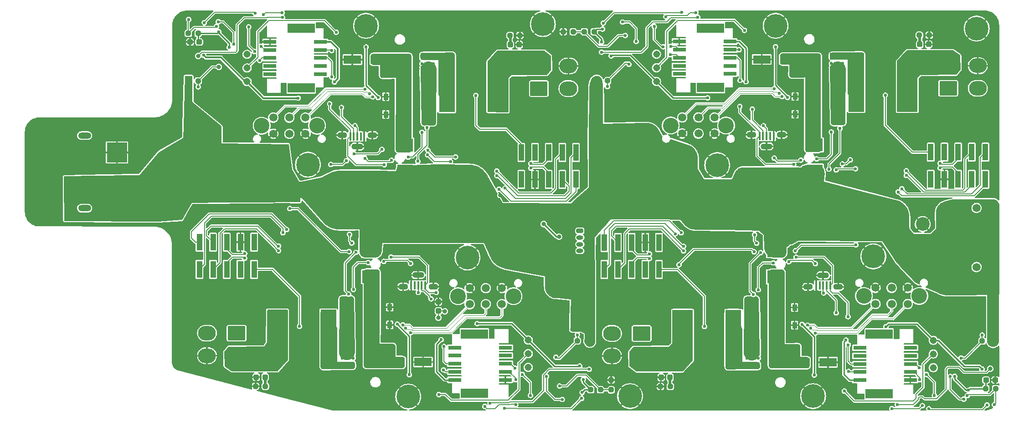
<source format=gbr>
G04 #@! TF.GenerationSoftware,KiCad,Pcbnew,(6.0.4)*
G04 #@! TF.CreationDate,2022-12-04T19:10:42+01:00*
G04 #@! TF.ProjectId,can_controller_board,63616e5f-636f-46e7-9472-6f6c6c65725f,1.0*
G04 #@! TF.SameCoordinates,Original*
G04 #@! TF.FileFunction,Copper,L1,Top*
G04 #@! TF.FilePolarity,Positive*
%FSLAX46Y46*%
G04 Gerber Fmt 4.6, Leading zero omitted, Abs format (unit mm)*
G04 Created by KiCad (PCBNEW (6.0.4)) date 2022-12-04 19:10:42*
%MOMM*%
%LPD*%
G01*
G04 APERTURE LIST*
G04 Aperture macros list*
%AMRoundRect*
0 Rectangle with rounded corners*
0 $1 Rounding radius*
0 $2 $3 $4 $5 $6 $7 $8 $9 X,Y pos of 4 corners*
0 Add a 4 corners polygon primitive as box body*
4,1,4,$2,$3,$4,$5,$6,$7,$8,$9,$2,$3,0*
0 Add four circle primitives for the rounded corners*
1,1,$1+$1,$2,$3*
1,1,$1+$1,$4,$5*
1,1,$1+$1,$6,$7*
1,1,$1+$1,$8,$9*
0 Add four rect primitives between the rounded corners*
20,1,$1+$1,$2,$3,$4,$5,0*
20,1,$1+$1,$4,$5,$6,$7,0*
20,1,$1+$1,$6,$7,$8,$9,0*
20,1,$1+$1,$8,$9,$2,$3,0*%
G04 Aperture macros list end*
G04 #@! TA.AperFunction,SMDPad,CuDef*
%ADD10RoundRect,0.237500X0.237500X-0.300000X0.237500X0.300000X-0.237500X0.300000X-0.237500X-0.300000X0*%
G04 #@! TD*
G04 #@! TA.AperFunction,SMDPad,CuDef*
%ADD11RoundRect,0.237500X-0.237500X0.300000X-0.237500X-0.300000X0.237500X-0.300000X0.237500X0.300000X0*%
G04 #@! TD*
G04 #@! TA.AperFunction,ComponentPad*
%ADD12C,0.700000*%
G04 #@! TD*
G04 #@! TA.AperFunction,ComponentPad*
%ADD13C,4.400000*%
G04 #@! TD*
G04 #@! TA.AperFunction,ComponentPad*
%ADD14C,1.308000*%
G04 #@! TD*
G04 #@! TA.AperFunction,ComponentPad*
%ADD15RoundRect,0.250001X1.399999X-1.099999X1.399999X1.099999X-1.399999X1.099999X-1.399999X-1.099999X0*%
G04 #@! TD*
G04 #@! TA.AperFunction,ComponentPad*
%ADD16O,3.300000X2.700000*%
G04 #@! TD*
G04 #@! TA.AperFunction,SMDPad,CuDef*
%ADD17R,1.000000X3.150000*%
G04 #@! TD*
G04 #@! TA.AperFunction,ComponentPad*
%ADD18RoundRect,0.250001X-1.399999X1.099999X-1.399999X-1.099999X1.399999X-1.099999X1.399999X1.099999X0*%
G04 #@! TD*
G04 #@! TA.AperFunction,SMDPad,CuDef*
%ADD19R,0.450000X1.500000*%
G04 #@! TD*
G04 #@! TA.AperFunction,ComponentPad*
%ADD20O,1.800000X1.100000*%
G04 #@! TD*
G04 #@! TA.AperFunction,ComponentPad*
%ADD21O,2.200000X1.100000*%
G04 #@! TD*
G04 #@! TA.AperFunction,SMDPad,CuDef*
%ADD22R,0.900000X1.200000*%
G04 #@! TD*
G04 #@! TA.AperFunction,SMDPad,CuDef*
%ADD23R,3.200000X1.600000*%
G04 #@! TD*
G04 #@! TA.AperFunction,ComponentPad*
%ADD24R,3.716000X3.716000*%
G04 #@! TD*
G04 #@! TA.AperFunction,ComponentPad*
%ADD25C,3.716000*%
G04 #@! TD*
G04 #@! TA.AperFunction,ComponentPad*
%ADD26O,2.400000X1.200000*%
G04 #@! TD*
G04 #@! TA.AperFunction,SMDPad,CuDef*
%ADD27RoundRect,0.237500X0.250000X0.237500X-0.250000X0.237500X-0.250000X-0.237500X0.250000X-0.237500X0*%
G04 #@! TD*
G04 #@! TA.AperFunction,SMDPad,CuDef*
%ADD28RoundRect,0.237500X-0.250000X-0.237500X0.250000X-0.237500X0.250000X0.237500X-0.250000X0.237500X0*%
G04 #@! TD*
G04 #@! TA.AperFunction,SMDPad,CuDef*
%ADD29R,2.450000X0.800000*%
G04 #@! TD*
G04 #@! TA.AperFunction,SMDPad,CuDef*
%ADD30R,5.050000X1.800000*%
G04 #@! TD*
G04 #@! TA.AperFunction,SMDPad,CuDef*
%ADD31RoundRect,0.237500X-0.300000X-0.237500X0.300000X-0.237500X0.300000X0.237500X-0.300000X0.237500X0*%
G04 #@! TD*
G04 #@! TA.AperFunction,SMDPad,CuDef*
%ADD32R,2.900000X5.400000*%
G04 #@! TD*
G04 #@! TA.AperFunction,SMDPad,CuDef*
%ADD33RoundRect,0.237500X0.300000X0.237500X-0.300000X0.237500X-0.300000X-0.237500X0.300000X-0.237500X0*%
G04 #@! TD*
G04 #@! TA.AperFunction,SMDPad,CuDef*
%ADD34R,3.000000X2.400000*%
G04 #@! TD*
G04 #@! TA.AperFunction,ComponentPad*
%ADD35C,1.520000*%
G04 #@! TD*
G04 #@! TA.AperFunction,ComponentPad*
%ADD36C,2.910000*%
G04 #@! TD*
G04 #@! TA.AperFunction,SMDPad,CuDef*
%ADD37RoundRect,0.237500X-0.237500X0.250000X-0.237500X-0.250000X0.237500X-0.250000X0.237500X0.250000X0*%
G04 #@! TD*
G04 #@! TA.AperFunction,ComponentPad*
%ADD38RoundRect,0.200000X-0.450000X0.200000X-0.450000X-0.200000X0.450000X-0.200000X0.450000X0.200000X0*%
G04 #@! TD*
G04 #@! TA.AperFunction,ComponentPad*
%ADD39O,1.300000X0.800000*%
G04 #@! TD*
G04 #@! TA.AperFunction,ComponentPad*
%ADD40C,2.550000*%
G04 #@! TD*
G04 #@! TA.AperFunction,ComponentPad*
%ADD41C,1.500000*%
G04 #@! TD*
G04 #@! TA.AperFunction,ViaPad*
%ADD42C,0.600000*%
G04 #@! TD*
G04 #@! TA.AperFunction,ViaPad*
%ADD43C,1.000000*%
G04 #@! TD*
G04 #@! TA.AperFunction,ViaPad*
%ADD44C,0.800000*%
G04 #@! TD*
G04 #@! TA.AperFunction,Conductor*
%ADD45C,0.150000*%
G04 #@! TD*
G04 #@! TA.AperFunction,Conductor*
%ADD46C,0.500000*%
G04 #@! TD*
G04 #@! TA.AperFunction,Conductor*
%ADD47C,0.250000*%
G04 #@! TD*
G04 #@! TA.AperFunction,Conductor*
%ADD48C,0.350000*%
G04 #@! TD*
G04 #@! TA.AperFunction,Conductor*
%ADD49C,0.200000*%
G04 #@! TD*
G04 #@! TA.AperFunction,Conductor*
%ADD50C,0.125000*%
G04 #@! TD*
G04 APERTURE END LIST*
D10*
G04 #@! TO.P,Cf5,1*
G04 #@! TO.N,/6th joint controller/Motor-*
X224069842Y-73667573D03*
G04 #@! TO.P,Cf5,2*
G04 #@! TO.N,GND*
X224069842Y-71942573D03*
G04 #@! TD*
D11*
G04 #@! TO.P,Cs11,1*
G04 #@! TO.N,/Gripper controller/Motor-*
X100793000Y-132136573D03*
G04 #@! TO.P,Cs11,2*
G04 #@! TO.N,Net-(Cs11-Pad2)*
X100793000Y-133861573D03*
G04 #@! TD*
D12*
G04 #@! TO.P,H5,1,1*
G04 #@! TO.N,GND*
X168600000Y-139050000D03*
X169766726Y-136233274D03*
X166950000Y-137400000D03*
X168600000Y-135750000D03*
D13*
X168600000Y-137400000D03*
D12*
X167433274Y-138566726D03*
X170250000Y-137400000D03*
X167433274Y-136233274D03*
X169766726Y-138566726D03*
G04 #@! TD*
D10*
G04 #@! TO.P,Cf2,1*
G04 #@! TO.N,/5th joint controller/Motor-*
X148016421Y-73712501D03*
G04 #@! TO.P,Cf2,2*
G04 #@! TO.N,GND*
X148016421Y-71987501D03*
G04 #@! TD*
D14*
G04 #@! TO.P,SW7,1,A*
G04 #@! TO.N,/Gripper controller/Vsensor*
X149700000Y-129500000D03*
G04 #@! TO.P,SW7,2,B*
G04 #@! TO.N,/Gripper controller/Vaux*
X149700000Y-126960000D03*
G04 #@! TO.P,SW7,3,C*
G04 #@! TO.N,/Gripper controller/VDD*
X149700000Y-132040000D03*
G04 #@! TD*
D15*
G04 #@! TO.P,J3,1,Pin_1*
G04 #@! TO.N,/5th joint controller/Motor+*
X151653245Y-80171757D03*
D16*
G04 #@! TO.P,J3,2,Pin_2*
G04 #@! TO.N,/5th joint controller/Motor-*
X151653245Y-75971757D03*
G04 #@! TO.P,J3,3,Pin_3*
G04 #@! TO.N,/5th joint controller/Motor3*
X157153245Y-80171757D03*
G04 #@! TO.P,J3,4,Pin_4*
G04 #@! TO.N,GND*
X157153245Y-75971757D03*
G04 #@! TD*
D17*
G04 #@! TO.P,J25,1,Pin_1*
G04 #@! TO.N,unconnected-(J25-Pad1)*
X173976176Y-108797317D03*
G04 #@! TO.P,J25,2,Pin_2*
G04 #@! TO.N,/4th joint controller/Vsensor*
X173976176Y-113847317D03*
G04 #@! TO.P,J25,3,Pin_3*
G04 #@! TO.N,GND*
X171436176Y-108797317D03*
G04 #@! TO.P,J25,4,Pin_4*
G04 #@! TO.N,unconnected-(J25-Pad4)*
X171436176Y-113847317D03*
G04 #@! TO.P,J25,5,Pin_5*
G04 #@! TO.N,/4th joint controller/Channel_A_-*
X168896176Y-108797317D03*
G04 #@! TO.P,J25,6,Pin_6*
G04 #@! TO.N,/4th joint controller/Channel_A_+*
X168896176Y-113847317D03*
G04 #@! TO.P,J25,7,Pin_7*
G04 #@! TO.N,/4th joint controller/Channel_B_-*
X166356176Y-108797317D03*
G04 #@! TO.P,J25,8,Pin_8*
G04 #@! TO.N,/4th joint controller/Channel_B_+*
X166356176Y-113847317D03*
G04 #@! TO.P,J25,9,Pin_9*
G04 #@! TO.N,/4th joint controller/Channel_I_-*
X163816176Y-108797317D03*
G04 #@! TO.P,J25,10,Pin_10*
G04 #@! TO.N,/4th joint controller/Channel_I_+*
X163816176Y-113847317D03*
G04 #@! TD*
D18*
G04 #@! TO.P,J33,1,Pin_1*
G04 #@! TO.N,/Gripper controller/Motor+*
X95506176Y-125677317D03*
D16*
G04 #@! TO.P,J33,2,Pin_2*
G04 #@! TO.N,/Gripper controller/Motor-*
X95506176Y-129877317D03*
G04 #@! TO.P,J33,3,Pin_3*
G04 #@! TO.N,/Gripper controller/Motor3*
X90006176Y-125677317D03*
G04 #@! TO.P,J33,4,Pin_4*
G04 #@! TO.N,GND*
X90006176Y-129877317D03*
G04 #@! TD*
D19*
G04 #@! TO.P,J20,1,VBUS*
G04 #@! TO.N,/6th joint controller/VBus*
X192668421Y-89030073D03*
G04 #@! TO.P,J20,2,D-*
G04 #@! TO.N,/6th joint controller/USB_D-*
X193318421Y-89030073D03*
G04 #@! TO.P,J20,3,D+*
G04 #@! TO.N,/6th joint controller/USB_D+*
X193968421Y-89030073D03*
G04 #@! TO.P,J20,4,ID*
G04 #@! TO.N,unconnected-(J20-Pad4)*
X194618421Y-89030073D03*
G04 #@! TO.P,J20,5,GND*
G04 #@! TO.N,GND*
X195268421Y-89030073D03*
D20*
G04 #@! TO.P,J20,6,Shield*
X196768421Y-88780073D03*
X191168421Y-88780073D03*
D21*
X193968421Y-90930073D03*
G04 #@! TD*
D22*
G04 #@! TO.P,D12,1,K*
G04 #@! TO.N,Net-(C30-Pad1)*
X120643000Y-124149073D03*
G04 #@! TO.P,D12,2,A*
G04 #@! TO.N,GND*
X123943000Y-124149073D03*
G04 #@! TD*
D17*
G04 #@! TO.P,J15,1,Pin_1*
G04 #@! TO.N,unconnected-(J15-Pad1)*
X224463421Y-97055073D03*
G04 #@! TO.P,J15,2,Pin_2*
G04 #@! TO.N,/6th joint controller/Vsensor*
X224463421Y-92005073D03*
G04 #@! TO.P,J15,3,Pin_3*
G04 #@! TO.N,GND*
X227003421Y-97055073D03*
G04 #@! TO.P,J15,4,Pin_4*
G04 #@! TO.N,unconnected-(J15-Pad4)*
X227003421Y-92005073D03*
G04 #@! TO.P,J15,5,Pin_5*
G04 #@! TO.N,/6th joint controller/Channel_A_-*
X229543421Y-97055073D03*
G04 #@! TO.P,J15,6,Pin_6*
G04 #@! TO.N,/6th joint controller/Channel_A_+*
X229543421Y-92005073D03*
G04 #@! TO.P,J15,7,Pin_7*
G04 #@! TO.N,/6th joint controller/Channel_B_-*
X232083421Y-97055073D03*
G04 #@! TO.P,J15,8,Pin_8*
G04 #@! TO.N,/6th joint controller/Channel_B_+*
X232083421Y-92005073D03*
G04 #@! TO.P,J15,9,Pin_9*
G04 #@! TO.N,/6th joint controller/Channel_I_-*
X234623421Y-97055073D03*
G04 #@! TO.P,J15,10,Pin_10*
G04 #@! TO.N,/6th joint controller/Channel_I_+*
X234623421Y-92005073D03*
G04 #@! TD*
D23*
G04 #@! TO.P,C6,1*
G04 #@! TO.N,Net-(C6-Pad1)*
X122015000Y-74800001D03*
G04 #@! TO.P,C6,2*
G04 #@! TO.N,GND*
X117015000Y-74800001D03*
G04 #@! TD*
G04 #@! TO.P,C30,1*
G04 #@! TO.N,Net-(C30-Pad1)*
X125144421Y-131049073D03*
G04 #@! TO.P,C30,2*
G04 #@! TO.N,GND*
X130144421Y-131049073D03*
G04 #@! TD*
D14*
G04 #@! TO.P,SW5,1,A*
G04 #@! TO.N,/4th joint controller/Vsensor*
X224926755Y-129548244D03*
G04 #@! TO.P,SW5,2,B*
G04 #@! TO.N,/4th joint controller/Vaux*
X224926755Y-127008244D03*
G04 #@! TO.P,SW5,3,C*
G04 #@! TO.N,/4th joint controller/VDD*
X224926755Y-132088244D03*
G04 #@! TD*
D24*
G04 #@! TO.P,J2,1,Pin_1*
G04 #@! TO.N,GND*
X73275000Y-92075000D03*
D25*
G04 #@! TO.P,J2,2,Pin_2*
G04 #@! TO.N,VCC*
X73275000Y-99275000D03*
D26*
G04 #@! TO.P,J2,S1*
G04 #@! TO.N,N/C*
X67275000Y-88925000D03*
G04 #@! TO.P,J2,S2*
X67275000Y-102425000D03*
G04 #@! TD*
D27*
G04 #@! TO.P,Rs11,1*
G04 #@! TO.N,Net-(Cs11-Pad2)*
X100855500Y-135549073D03*
G04 #@! TO.P,Rs11,2*
G04 #@! TO.N,GND*
X99030500Y-135549073D03*
G04 #@! TD*
D28*
G04 #@! TO.P,R13,1*
G04 #@! TO.N,GND*
X156200342Y-69604146D03*
G04 #@! TO.P,R13,2*
G04 #@! TO.N,Net-(C10-Pad1)*
X158025342Y-69604146D03*
G04 #@! TD*
D27*
G04 #@! TO.P,R21,1*
G04 #@! TO.N,Net-(C18-Pad1)*
X236512500Y-136000000D03*
G04 #@! TO.P,R21,2*
G04 #@! TO.N,/4th joint controller/Vaux*
X234687500Y-136000000D03*
G04 #@! TD*
D29*
G04 #@! TO.P,J6,1,Pin_1*
G04 #@! TO.N,unconnected-(J6-Pad1)*
X101700000Y-77490752D03*
G04 #@! TO.P,J6,2,Pin_2*
G04 #@! TO.N,unconnected-(J6-Pad2)*
X111100000Y-77490752D03*
G04 #@! TO.P,J6,3,Pin_3*
G04 #@! TO.N,unconnected-(J6-Pad3)*
X101700000Y-75990752D03*
G04 #@! TO.P,J6,4,Pin_4*
G04 #@! TO.N,unconnected-(J6-Pad4)*
X111100000Y-75990752D03*
G04 #@! TO.P,J6,5,Pin_5*
G04 #@! TO.N,/5th joint controller/IN_Clock{slash}HsDigOUT1_+*
X101700000Y-74490752D03*
G04 #@! TO.P,J6,6,Pin_6*
G04 #@! TO.N,/5th joint controller/IN_Clock{slash}HsDigOUT1_-*
X111100000Y-74490752D03*
G04 #@! TO.P,J6,7,Pin_7*
G04 #@! TO.N,/5th joint controller/IN_Data_+*
X101700000Y-72990752D03*
G04 #@! TO.P,J6,8,Pin_8*
G04 #@! TO.N,/5th joint controller/IN_Data_-*
X111100000Y-72990752D03*
G04 #@! TO.P,J6,9,Pin_9*
G04 #@! TO.N,GND*
X101700000Y-71490752D03*
G04 #@! TO.P,J6,10,Pin_10*
G04 #@! TO.N,/5th joint controller/Vaux*
X111100000Y-71490752D03*
D30*
G04 #@! TO.P,J6,MP*
G04 #@! TO.N,N/C*
X107500000Y-68960752D03*
X107500000Y-80020752D03*
G04 #@! TD*
D31*
G04 #@! TO.P,C19,1*
G04 #@! TO.N,/4th joint controller/Vaux*
X234737500Y-134400000D03*
G04 #@! TO.P,C19,2*
G04 #@! TO.N,GND*
X236462500Y-134400000D03*
G04 #@! TD*
D29*
G04 #@! TO.P,J16,1,Pin_1*
G04 #@! TO.N,unconnected-(J16-Pad1)*
X177753421Y-77445824D03*
G04 #@! TO.P,J16,2,Pin_2*
G04 #@! TO.N,unconnected-(J16-Pad2)*
X187153421Y-77445824D03*
G04 #@! TO.P,J16,3,Pin_3*
G04 #@! TO.N,unconnected-(J16-Pad3)*
X177753421Y-75945824D03*
G04 #@! TO.P,J16,4,Pin_4*
G04 #@! TO.N,unconnected-(J16-Pad4)*
X187153421Y-75945824D03*
G04 #@! TO.P,J16,5,Pin_5*
G04 #@! TO.N,/6th joint controller/IN_Clock{slash}HsDigOUT1_+*
X177753421Y-74445824D03*
G04 #@! TO.P,J16,6,Pin_6*
G04 #@! TO.N,/6th joint controller/IN_Clock{slash}HsDigOUT1_-*
X187153421Y-74445824D03*
G04 #@! TO.P,J16,7,Pin_7*
G04 #@! TO.N,/6th joint controller/IN_Data_+*
X177753421Y-72945824D03*
G04 #@! TO.P,J16,8,Pin_8*
G04 #@! TO.N,/6th joint controller/IN_Data_-*
X187153421Y-72945824D03*
G04 #@! TO.P,J16,9,Pin_9*
G04 #@! TO.N,GND*
X177753421Y-71445824D03*
G04 #@! TO.P,J16,10,Pin_10*
G04 #@! TO.N,/6th joint controller/Vaux*
X187153421Y-71445824D03*
D30*
G04 #@! TO.P,J16,MP*
G04 #@! TO.N,N/C*
X183553421Y-79975824D03*
X183553421Y-68915824D03*
G04 #@! TD*
D32*
G04 #@! TO.P,L14,1*
G04 #@! TO.N,Net-(J31-Pad10)*
X112550000Y-124000000D03*
G04 #@! TO.P,L14,2*
G04 #@! TO.N,/Gripper controller/Motor-*
X102650000Y-124000000D03*
G04 #@! TD*
D11*
G04 #@! TO.P,Cs8,1*
G04 #@! TO.N,/4th joint controller/Motor-*
X176019755Y-132184817D03*
G04 #@! TO.P,Cs8,2*
G04 #@! TO.N,Net-(Cs8-Pad2)*
X176019755Y-133909817D03*
G04 #@! TD*
D13*
G04 #@! TO.P,H1,1,1*
G04 #@! TO.N,GND*
X202600000Y-137400000D03*
D12*
X201433274Y-136233274D03*
X201433274Y-138566726D03*
X202600000Y-135750000D03*
X200950000Y-137400000D03*
X202600000Y-139050000D03*
X204250000Y-137400000D03*
X203766726Y-138566726D03*
X203766726Y-136233274D03*
G04 #@! TD*
D32*
G04 #@! TO.P,L10,1*
G04 #@! TO.N,Net-(J21-Pad10)*
X187800000Y-124050000D03*
G04 #@! TO.P,L10,2*
G04 #@! TO.N,/4th joint controller/Motor-*
X177900000Y-124050000D03*
G04 #@! TD*
D33*
G04 #@! TO.P,C3,1*
G04 #@! TO.N,/5th joint controller/Vaux*
X88560579Y-71508244D03*
G04 #@! TO.P,C3,2*
G04 #@! TO.N,GND*
X86835579Y-71508244D03*
G04 #@! TD*
D32*
G04 #@! TO.P,L2,1*
G04 #@! TO.N,Net-(J1-Pad10)*
X134609421Y-81849074D03*
G04 #@! TO.P,L2,2*
G04 #@! TO.N,/5th joint controller/Motor-*
X144509421Y-81849074D03*
G04 #@! TD*
D12*
G04 #@! TO.P,H7,1,1*
G04 #@! TO.N,GND*
X151233274Y-67033274D03*
X152400000Y-69850000D03*
D13*
X152400000Y-68200000D03*
D12*
X151233274Y-69366726D03*
X153566726Y-67033274D03*
X153566726Y-69366726D03*
X150750000Y-68200000D03*
X154050000Y-68200000D03*
X152400000Y-66550000D03*
G04 #@! TD*
D22*
G04 #@! TO.P,D8,1,K*
G04 #@! TO.N,Net-(C22-Pad1)*
X195869755Y-120897317D03*
G04 #@! TO.P,D8,2,A*
G04 #@! TO.N,GND*
X199169755Y-120897317D03*
G04 #@! TD*
D29*
G04 #@! TO.P,J36,1,Pin_1*
G04 #@! TO.N,unconnected-(J36-Pad1)*
X145459421Y-128358323D03*
G04 #@! TO.P,J36,2,Pin_2*
G04 #@! TO.N,unconnected-(J36-Pad2)*
X136059421Y-128358323D03*
G04 #@! TO.P,J36,3,Pin_3*
G04 #@! TO.N,unconnected-(J36-Pad3)*
X145459421Y-129858323D03*
G04 #@! TO.P,J36,4,Pin_4*
G04 #@! TO.N,unconnected-(J36-Pad4)*
X136059421Y-129858323D03*
G04 #@! TO.P,J36,5,Pin_5*
G04 #@! TO.N,/Gripper controller/IN_Clock{slash}HsDigOUT1_+*
X145459421Y-131358323D03*
G04 #@! TO.P,J36,6,Pin_6*
G04 #@! TO.N,/Gripper controller/IN_Clock{slash}HsDigOUT1_-*
X136059421Y-131358323D03*
G04 #@! TO.P,J36,7,Pin_7*
G04 #@! TO.N,/Gripper controller/IN_Data_+*
X145459421Y-132858323D03*
G04 #@! TO.P,J36,8,Pin_8*
G04 #@! TO.N,/Gripper controller/IN_Data_-*
X136059421Y-132858323D03*
G04 #@! TO.P,J36,9,Pin_9*
G04 #@! TO.N,GND*
X145459421Y-134358323D03*
G04 #@! TO.P,J36,10,Pin_10*
G04 #@! TO.N,/Gripper controller/Vaux*
X136059421Y-134358323D03*
D30*
G04 #@! TO.P,J36,MP*
G04 #@! TO.N,N/C*
X139659421Y-125828323D03*
X139659421Y-136888323D03*
G04 #@! TD*
D22*
G04 #@! TO.P,D5,1,K*
G04 #@! TO.N,Net-(C14-Pad1)*
X202569842Y-84955073D03*
G04 #@! TO.P,D5,2,A*
G04 #@! TO.N,GND*
X199269842Y-84955073D03*
G04 #@! TD*
D29*
G04 #@! TO.P,J26,1,Pin_1*
G04 #@! TO.N,unconnected-(J26-Pad1)*
X220686176Y-128406566D03*
G04 #@! TO.P,J26,2,Pin_2*
G04 #@! TO.N,unconnected-(J26-Pad2)*
X211286176Y-128406566D03*
G04 #@! TO.P,J26,3,Pin_3*
G04 #@! TO.N,unconnected-(J26-Pad3)*
X220686176Y-129906566D03*
G04 #@! TO.P,J26,4,Pin_4*
G04 #@! TO.N,unconnected-(J26-Pad4)*
X211286176Y-129906566D03*
G04 #@! TO.P,J26,5,Pin_5*
G04 #@! TO.N,/4th joint controller/IN_Clock{slash}HsDigOUT1_+*
X220686176Y-131406566D03*
G04 #@! TO.P,J26,6,Pin_6*
G04 #@! TO.N,/4th joint controller/IN_Clock{slash}HsDigOUT1_-*
X211286176Y-131406566D03*
G04 #@! TO.P,J26,7,Pin_7*
G04 #@! TO.N,/4th joint controller/IN_Data_+*
X220686176Y-132906566D03*
G04 #@! TO.P,J26,8,Pin_8*
G04 #@! TO.N,/4th joint controller/IN_Data_-*
X211286176Y-132906566D03*
G04 #@! TO.P,J26,9,Pin_9*
G04 #@! TO.N,GND*
X220686176Y-134406566D03*
G04 #@! TO.P,J26,10,Pin_10*
G04 #@! TO.N,/4th joint controller/Vaux*
X211286176Y-134406566D03*
D30*
G04 #@! TO.P,J26,MP*
G04 #@! TO.N,N/C*
X214886176Y-136936566D03*
X214886176Y-125876566D03*
G04 #@! TD*
D18*
G04 #@! TO.P,J23,1,Pin_1*
G04 #@! TO.N,/4th joint controller/Motor+*
X170732931Y-125725561D03*
D16*
G04 #@! TO.P,J23,2,Pin_2*
G04 #@! TO.N,/4th joint controller/Motor-*
X170732931Y-129925561D03*
G04 #@! TO.P,J23,3,Pin_3*
G04 #@! TO.N,/4th joint controller/Motor3*
X165232931Y-125725561D03*
G04 #@! TO.P,J23,4,Pin_4*
G04 #@! TO.N,GND*
X165232931Y-129925561D03*
G04 #@! TD*
D10*
G04 #@! TO.P,Cs5,1*
G04 #@! TO.N,/6th joint controller/Motor-*
X222419842Y-73667573D03*
G04 #@! TO.P,Cs5,2*
G04 #@! TO.N,Net-(Cs5-Pad2)*
X222419842Y-71942573D03*
G04 #@! TD*
D11*
G04 #@! TO.P,Cf11,1*
G04 #@! TO.N,/Gripper controller/Motor-*
X99143000Y-132136573D03*
G04 #@! TO.P,Cf11,2*
G04 #@! TO.N,GND*
X99143000Y-133861573D03*
G04 #@! TD*
D28*
G04 #@! TO.P,R7,1*
G04 #@! TO.N,VCC*
X86546921Y-78749074D03*
G04 #@! TO.P,R7,2*
G04 #@! TO.N,Net-(R7-Pad2)*
X88371921Y-78749074D03*
G04 #@! TD*
D12*
G04 #@! TO.P,H3,1,1*
G04 #@! TO.N,GND*
X195646176Y-70137317D03*
X195646176Y-66837317D03*
X194479450Y-69654043D03*
D13*
X195646176Y-68487317D03*
D12*
X196812902Y-67320591D03*
X197296176Y-68487317D03*
X194479450Y-67320591D03*
X196812902Y-69654043D03*
X193996176Y-68487317D03*
G04 #@! TD*
D14*
G04 #@! TO.P,SW1,1,A*
G04 #@! TO.N,/5th joint controller/Vsensor*
X97459421Y-76349074D03*
G04 #@! TO.P,SW1,2,B*
G04 #@! TO.N,/5th joint controller/Vaux*
X97459421Y-78889074D03*
G04 #@! TO.P,SW1,3,C*
G04 #@! TO.N,/5th joint controller/VDD*
X97459421Y-73809074D03*
G04 #@! TD*
D28*
G04 #@! TO.P,Rs5,1*
G04 #@! TO.N,Net-(Cs5-Pad2)*
X222357342Y-70255073D03*
G04 #@! TO.P,Rs5,2*
G04 #@! TO.N,GND*
X224182342Y-70255073D03*
G04 #@! TD*
D22*
G04 #@! TO.P,D6,1,K*
G04 #@! TO.N,Net-(C14-Pad1)*
X202569842Y-81655073D03*
G04 #@! TO.P,D6,2,A*
G04 #@! TO.N,GND*
X199269842Y-81655073D03*
G04 #@! TD*
D34*
G04 #@! TO.P,F1,1*
G04 #@! TO.N,VCC*
X126840000Y-95550001D03*
G04 #@! TO.P,F1,2*
G04 #@! TO.N,Net-(C6-Pad1)*
X126840000Y-90690001D03*
G04 #@! TD*
D27*
G04 #@! TO.P,R30,1*
G04 #@! TO.N,Net-(C26-Pad1)*
X163112500Y-136200000D03*
G04 #@! TO.P,R30,2*
G04 #@! TO.N,/Gripper controller/Vaux*
X161287500Y-136200000D03*
G04 #@! TD*
D19*
G04 #@! TO.P,J10,1,VBUS*
G04 #@! TO.N,/5th joint controller/VBus*
X116615000Y-89075001D03*
G04 #@! TO.P,J10,2,D-*
G04 #@! TO.N,/5th joint controller/USB_D-*
X117265000Y-89075001D03*
G04 #@! TO.P,J10,3,D+*
G04 #@! TO.N,/5th joint controller/USB_D+*
X117915000Y-89075001D03*
G04 #@! TO.P,J10,4,ID*
G04 #@! TO.N,unconnected-(J10-Pad4)*
X118565000Y-89075001D03*
G04 #@! TO.P,J10,5,GND*
G04 #@! TO.N,GND*
X119215000Y-89075001D03*
D20*
G04 #@! TO.P,J10,6,Shield*
X115115000Y-88825001D03*
X120715000Y-88825001D03*
D21*
X117915000Y-90975001D03*
G04 #@! TD*
D28*
G04 #@! TO.P,Rs2,1*
G04 #@! TO.N,Net-(Cs2-Pad2)*
X146303921Y-70300001D03*
G04 #@! TO.P,Rs2,2*
G04 #@! TO.N,GND*
X148128921Y-70300001D03*
G04 #@! TD*
G04 #@! TO.P,R12,1*
G04 #@! TO.N,Net-(C10-Pad1)*
X160100342Y-69604146D03*
G04 #@! TO.P,R12,2*
G04 #@! TO.N,/6th joint controller/Vaux*
X161925342Y-69604146D03*
G04 #@! TD*
D22*
G04 #@! TO.P,D3,1,K*
G04 #@! TO.N,Net-(C6-Pad1)*
X126516421Y-81700001D03*
G04 #@! TO.P,D3,2,A*
G04 #@! TO.N,GND*
X123216421Y-81700001D03*
G04 #@! TD*
D28*
G04 #@! TO.P,R16,1*
G04 #@! TO.N,VCC*
X162600342Y-78704146D03*
G04 #@! TO.P,R16,2*
G04 #@! TO.N,Net-(R16-Pad2)*
X164425342Y-78704146D03*
G04 #@! TD*
D22*
G04 #@! TO.P,D9,1,K*
G04 #@! TO.N,Net-(C22-Pad1)*
X195869755Y-124197317D03*
G04 #@! TO.P,D9,2,A*
G04 #@! TO.N,GND*
X199169755Y-124197317D03*
G04 #@! TD*
D28*
G04 #@! TO.P,R3,1*
G04 #@! TO.N,Net-(C2-Pad1)*
X86521755Y-69908244D03*
G04 #@! TO.P,R3,2*
G04 #@! TO.N,/5th joint controller/Vaux*
X88346755Y-69908244D03*
G04 #@! TD*
D10*
G04 #@! TO.P,Cs2,1*
G04 #@! TO.N,/5th joint controller/Motor-*
X146366421Y-73712501D03*
G04 #@! TO.P,Cs2,2*
G04 #@! TO.N,Net-(Cs2-Pad2)*
X146366421Y-71987501D03*
G04 #@! TD*
D17*
G04 #@! TO.P,J35,1,Pin_1*
G04 #@! TO.N,unconnected-(J35-Pad1)*
X98749421Y-108749073D03*
G04 #@! TO.P,J35,2,Pin_2*
G04 #@! TO.N,/Gripper controller/Vsensor*
X98749421Y-113799073D03*
G04 #@! TO.P,J35,3,Pin_3*
G04 #@! TO.N,GND*
X96209421Y-108749073D03*
G04 #@! TO.P,J35,4,Pin_4*
G04 #@! TO.N,unconnected-(J35-Pad4)*
X96209421Y-113799073D03*
G04 #@! TO.P,J35,5,Pin_5*
G04 #@! TO.N,/Gripper controller/Channel_A_-*
X93669421Y-108749073D03*
G04 #@! TO.P,J35,6,Pin_6*
G04 #@! TO.N,/Gripper controller/Channel_A_+*
X93669421Y-113799073D03*
G04 #@! TO.P,J35,7,Pin_7*
G04 #@! TO.N,/Gripper controller/Channel_B_-*
X91129421Y-108749073D03*
G04 #@! TO.P,J35,8,Pin_8*
G04 #@! TO.N,/Gripper controller/Channel_B_+*
X91129421Y-113799073D03*
G04 #@! TO.P,J35,9,Pin_9*
G04 #@! TO.N,/Gripper controller/Channel_I_-*
X88589421Y-108749073D03*
G04 #@! TO.P,J35,10,Pin_10*
G04 #@! TO.N,/Gripper controller/Channel_I_+*
X88589421Y-113799073D03*
G04 #@! TD*
D35*
G04 #@! TO.P,J24,1,Pin_1*
G04 #@! TO.N,/4th joint controller/Hall Sensor 1*
X220200000Y-120250000D03*
G04 #@! TO.P,J24,2,Pin_2*
G04 #@! TO.N,/4th joint controller/Hall Sensor 2*
X217200000Y-120250000D03*
G04 #@! TO.P,J24,3,Pin_3*
G04 #@! TO.N,/4th joint controller/Hall Sensor 3*
X214200000Y-120250000D03*
G04 #@! TO.P,J24,4,Pin_4*
G04 #@! TO.N,GND*
X220200000Y-117250000D03*
G04 #@! TO.P,J24,5,Pin_5*
G04 #@! TO.N,/4th joint controller/Vsensor*
X217200000Y-117250000D03*
G04 #@! TO.P,J24,6,Pin_6*
G04 #@! TO.N,GND*
X214200000Y-117250000D03*
D36*
G04 #@! TO.P,J24,7*
G04 #@! TO.N,N/C*
X222350000Y-118750000D03*
G04 #@! TO.P,J24,8*
X212050000Y-118750000D03*
G04 #@! TD*
D35*
G04 #@! TO.P,J4,1,Pin_1*
G04 #@! TO.N,/5th joint controller/Hall Sensor 1*
X102307150Y-85585000D03*
G04 #@! TO.P,J4,2,Pin_2*
G04 #@! TO.N,/5th joint controller/Hall Sensor 2*
X105307150Y-85585000D03*
G04 #@! TO.P,J4,3,Pin_3*
G04 #@! TO.N,/5th joint controller/Hall Sensor 3*
X108307150Y-85585000D03*
G04 #@! TO.P,J4,4,Pin_4*
G04 #@! TO.N,GND*
X102307150Y-88585000D03*
G04 #@! TO.P,J4,5,Pin_5*
G04 #@! TO.N,/5th joint controller/Vsensor*
X105307150Y-88585000D03*
G04 #@! TO.P,J4,6,Pin_6*
G04 #@! TO.N,GND*
X108307150Y-88585000D03*
D36*
G04 #@! TO.P,J4,7*
G04 #@! TO.N,N/C*
X100157150Y-87085000D03*
G04 #@! TO.P,J4,8*
X110457150Y-87085000D03*
G04 #@! TD*
D27*
G04 #@! TO.P,R34,1*
G04 #@! TO.N,VCC*
X160612500Y-127100000D03*
G04 #@! TO.P,R34,2*
G04 #@! TO.N,Net-(R34-Pad2)*
X158787500Y-127100000D03*
G04 #@! TD*
D23*
G04 #@! TO.P,C22,1*
G04 #@! TO.N,Net-(C22-Pad1)*
X200371176Y-131097317D03*
G04 #@! TO.P,C22,2*
G04 #@! TO.N,GND*
X205371176Y-131097317D03*
G04 #@! TD*
D37*
G04 #@! TO.P,R31,1*
G04 #@! TO.N,GND*
X165100000Y-134387500D03*
G04 #@! TO.P,R31,2*
G04 #@! TO.N,Net-(C26-Pad1)*
X165100000Y-136212500D03*
G04 #@! TD*
D27*
G04 #@! TO.P,R25,1*
G04 #@! TO.N,VCC*
X235839255Y-127148244D03*
G04 #@! TO.P,R25,2*
G04 #@! TO.N,Net-(R25-Pad2)*
X234014255Y-127148244D03*
G04 #@! TD*
D15*
G04 #@! TO.P,J13,1,Pin_1*
G04 #@! TO.N,/6th joint controller/Motor+*
X227706666Y-80126829D03*
D16*
G04 #@! TO.P,J13,2,Pin_2*
G04 #@! TO.N,/6th joint controller/Motor-*
X227706666Y-75926829D03*
G04 #@! TO.P,J13,3,Pin_3*
G04 #@! TO.N,/6th joint controller/Motor3*
X233206666Y-80126829D03*
G04 #@! TO.P,J13,4,Pin_4*
G04 #@! TO.N,GND*
X233206666Y-75926829D03*
G04 #@! TD*
D12*
G04 #@! TO.P,H2,1,1*
G04 #@! TO.N,GND*
X126229450Y-136320591D03*
D13*
X127396176Y-137487317D03*
D12*
X127396176Y-135837317D03*
X128562902Y-138654043D03*
X127396176Y-139137317D03*
X126229450Y-138654043D03*
X125746176Y-137487317D03*
X129046176Y-137487317D03*
X128562902Y-136320591D03*
G04 #@! TD*
D34*
G04 #@! TO.P,F2,1*
G04 #@! TO.N,VCC*
X202893421Y-95505073D03*
G04 #@! TO.P,F2,2*
G04 #@! TO.N,Net-(C14-Pad1)*
X202893421Y-90645073D03*
G04 #@! TD*
D11*
G04 #@! TO.P,Cf8,1*
G04 #@! TO.N,/4th joint controller/Motor-*
X174369755Y-132184817D03*
G04 #@! TO.P,Cf8,2*
G04 #@! TO.N,GND*
X174369755Y-133909817D03*
G04 #@! TD*
D14*
G04 #@! TO.P,SW3,1,A*
G04 #@! TO.N,/6th joint controller/Vsensor*
X173512842Y-76304146D03*
G04 #@! TO.P,SW3,2,B*
G04 #@! TO.N,/6th joint controller/Vaux*
X173512842Y-78844146D03*
G04 #@! TO.P,SW3,3,C*
G04 #@! TO.N,/6th joint controller/VDD*
X173512842Y-73764146D03*
G04 #@! TD*
D19*
G04 #@! TO.P,J30,1,VBUS*
G04 #@! TO.N,/4th joint controller/VBus*
X205771176Y-116822317D03*
G04 #@! TO.P,J30,2,D-*
G04 #@! TO.N,/4th joint controller/USB_D-*
X205121176Y-116822317D03*
G04 #@! TO.P,J30,3,D+*
G04 #@! TO.N,/4th joint controller/USB_D+*
X204471176Y-116822317D03*
G04 #@! TO.P,J30,4,ID*
G04 #@! TO.N,unconnected-(J30-Pad4)*
X203821176Y-116822317D03*
G04 #@! TO.P,J30,5,GND*
G04 #@! TO.N,GND*
X203171176Y-116822317D03*
D20*
G04 #@! TO.P,J30,6,Shield*
X207271176Y-117072317D03*
X201671176Y-117072317D03*
D21*
X204471176Y-114922317D03*
G04 #@! TD*
D32*
G04 #@! TO.P,L6,1*
G04 #@! TO.N,Net-(J11-Pad10)*
X210662842Y-81804146D03*
G04 #@! TO.P,L6,2*
G04 #@! TO.N,/6th joint controller/Motor-*
X220562842Y-81804146D03*
G04 #@! TD*
D34*
G04 #@! TO.P,F4,1*
G04 #@! TO.N,VCC*
X120319421Y-110299073D03*
G04 #@! TO.P,F4,2*
G04 #@! TO.N,Net-(C30-Pad1)*
X120319421Y-115159073D03*
G04 #@! TD*
G04 #@! TO.P,F3,1*
G04 #@! TO.N,VCC*
X195546176Y-110347317D03*
G04 #@! TO.P,F3,2*
G04 #@! TO.N,Net-(C22-Pad1)*
X195546176Y-115207317D03*
G04 #@! TD*
D10*
G04 #@! TO.P,C32,1*
G04 #@! TO.N,/Gripper controller/VBus*
X133000000Y-121562500D03*
G04 #@! TO.P,C32,2*
G04 #@! TO.N,GND*
X133000000Y-119837500D03*
G04 #@! TD*
D12*
G04 #@! TO.P,H4,1,1*
G04 #@! TO.N,GND*
X118379450Y-67320591D03*
X121196176Y-68487317D03*
X119546176Y-66837317D03*
X120712902Y-67320591D03*
X117896176Y-68487317D03*
X120712902Y-69654043D03*
D13*
X119546176Y-68487317D03*
D12*
X118379450Y-69654043D03*
X119546176Y-70137317D03*
G04 #@! TD*
D19*
G04 #@! TO.P,J40,1,VBUS*
G04 #@! TO.N,/Gripper controller/VBus*
X130544421Y-116774073D03*
G04 #@! TO.P,J40,2,D-*
G04 #@! TO.N,/Gripper controller/USB_D-*
X129894421Y-116774073D03*
G04 #@! TO.P,J40,3,D+*
G04 #@! TO.N,/Gripper controller/USB_D+*
X129244421Y-116774073D03*
G04 #@! TO.P,J40,4,ID*
G04 #@! TO.N,unconnected-(J40-Pad4)*
X128594421Y-116774073D03*
G04 #@! TO.P,J40,5,GND*
G04 #@! TO.N,GND*
X127944421Y-116774073D03*
D20*
G04 #@! TO.P,J40,6,Shield*
X126444421Y-117024073D03*
X132044421Y-117024073D03*
D21*
X129244421Y-114874073D03*
G04 #@! TD*
D35*
G04 #@! TO.P,J14,1,Pin_1*
G04 #@! TO.N,/6th joint controller/Hall Sensor 1*
X178300000Y-85550000D03*
G04 #@! TO.P,J14,2,Pin_2*
G04 #@! TO.N,/6th joint controller/Hall Sensor 2*
X181300000Y-85550000D03*
G04 #@! TO.P,J14,3,Pin_3*
G04 #@! TO.N,/6th joint controller/Hall Sensor 3*
X184300000Y-85550000D03*
G04 #@! TO.P,J14,4,Pin_4*
G04 #@! TO.N,GND*
X178300000Y-88550000D03*
G04 #@! TO.P,J14,5,Pin_5*
G04 #@! TO.N,/6th joint controller/Vsensor*
X181300000Y-88550000D03*
G04 #@! TO.P,J14,6,Pin_6*
G04 #@! TO.N,GND*
X184300000Y-88550000D03*
D36*
G04 #@! TO.P,J14,7*
G04 #@! TO.N,N/C*
X176150000Y-87050000D03*
G04 #@! TO.P,J14,8*
X186450000Y-87050000D03*
G04 #@! TD*
D12*
G04 #@! TO.P,H8,1,1*
G04 #@! TO.N,GND*
X234166726Y-70166726D03*
X234166726Y-67833274D03*
X231833274Y-67833274D03*
X231350000Y-69000000D03*
X231833274Y-70166726D03*
X233000000Y-70650000D03*
X233000000Y-67350000D03*
D13*
X233000000Y-69000000D03*
D12*
X234650000Y-69000000D03*
G04 #@! TD*
D22*
G04 #@! TO.P,D11,1,K*
G04 #@! TO.N,Net-(C30-Pad1)*
X120643000Y-120849073D03*
G04 #@! TO.P,D11,2,A*
G04 #@! TO.N,GND*
X123943000Y-120849073D03*
G04 #@! TD*
D23*
G04 #@! TO.P,C14,1*
G04 #@! TO.N,Net-(C14-Pad1)*
X198068421Y-74755073D03*
G04 #@! TO.P,C14,2*
G04 #@! TO.N,GND*
X193068421Y-74755073D03*
G04 #@! TD*
D35*
G04 #@! TO.P,J34,1,Pin_1*
G04 #@! TO.N,/Gripper controller/Hall Sensor 1*
X144800000Y-120300000D03*
G04 #@! TO.P,J34,2,Pin_2*
G04 #@! TO.N,/Gripper controller/Hall Sensor 2*
X141800000Y-120300000D03*
G04 #@! TO.P,J34,3,Pin_3*
G04 #@! TO.N,/Gripper controller/Hall Sensor 3*
X138800000Y-120300000D03*
G04 #@! TO.P,J34,4,Pin_4*
G04 #@! TO.N,GND*
X144800000Y-117300000D03*
G04 #@! TO.P,J34,5,Pin_5*
G04 #@! TO.N,/Gripper controller/Vsensor*
X141800000Y-117300000D03*
G04 #@! TO.P,J34,6,Pin_6*
G04 #@! TO.N,GND*
X138800000Y-117300000D03*
D36*
G04 #@! TO.P,J34,7*
G04 #@! TO.N,N/C*
X146950000Y-118800000D03*
G04 #@! TO.P,J34,8*
X136650000Y-118800000D03*
G04 #@! TD*
D17*
G04 #@! TO.P,J5,1,Pin_1*
G04 #@! TO.N,unconnected-(J5-Pad1)*
X148410000Y-97100001D03*
G04 #@! TO.P,J5,2,Pin_2*
G04 #@! TO.N,/5th joint controller/Vsensor*
X148410000Y-92050001D03*
G04 #@! TO.P,J5,3,Pin_3*
G04 #@! TO.N,GND*
X150950000Y-97100001D03*
G04 #@! TO.P,J5,4,Pin_4*
G04 #@! TO.N,unconnected-(J5-Pad4)*
X150950000Y-92050001D03*
G04 #@! TO.P,J5,5,Pin_5*
G04 #@! TO.N,/5th joint controller/Channel_A_-*
X153490000Y-97100001D03*
G04 #@! TO.P,J5,6,Pin_6*
G04 #@! TO.N,/5th joint controller/Channel_A_+*
X153490000Y-92050001D03*
G04 #@! TO.P,J5,7,Pin_7*
G04 #@! TO.N,/5th joint controller/Channel_B_-*
X156030000Y-97100001D03*
G04 #@! TO.P,J5,8,Pin_8*
G04 #@! TO.N,/5th joint controller/Channel_B_+*
X156030000Y-92050001D03*
G04 #@! TO.P,J5,9,Pin_9*
G04 #@! TO.N,/5th joint controller/Channel_I_-*
X158570000Y-97100001D03*
G04 #@! TO.P,J5,10,Pin_10*
G04 #@! TO.N,/5th joint controller/Channel_I_+*
X158570000Y-92050001D03*
G04 #@! TD*
D22*
G04 #@! TO.P,D2,1,K*
G04 #@! TO.N,Net-(C6-Pad1)*
X126516421Y-85000001D03*
G04 #@! TO.P,D2,2,A*
G04 #@! TO.N,GND*
X123216421Y-85000001D03*
G04 #@! TD*
D27*
G04 #@! TO.P,Rs8,1*
G04 #@! TO.N,Net-(Cs8-Pad2)*
X176082255Y-135597317D03*
G04 #@! TO.P,Rs8,2*
G04 #@! TO.N,GND*
X174257255Y-135597317D03*
G04 #@! TD*
D12*
G04 #@! TO.P,H6,1,1*
G04 #@! TO.N,GND*
X107113245Y-94333274D03*
X107596519Y-95500000D03*
X109929971Y-95500000D03*
X109929971Y-93166548D03*
X110413245Y-94333274D03*
D13*
X108763245Y-94333274D03*
D12*
X107596519Y-93166548D03*
X108763245Y-92683274D03*
X108763245Y-95983274D03*
G04 #@! TD*
G04 #@! TO.P,H24,1,1*
G04 #@! TO.N,GND*
X139566726Y-112766726D03*
D13*
X138400000Y-111600000D03*
D12*
X139566726Y-110433274D03*
X138400000Y-113250000D03*
X138400000Y-109950000D03*
X137233274Y-112766726D03*
X137233274Y-110433274D03*
X140050000Y-111600000D03*
X136750000Y-111600000D03*
G04 #@! TD*
G04 #@! TO.P,H18,1,1*
G04 #@! TO.N,GND*
X212633274Y-112566726D03*
X214966726Y-110233274D03*
D13*
X213800000Y-111400000D03*
D12*
X214966726Y-112566726D03*
X212633274Y-110233274D03*
X215450000Y-111400000D03*
X212150000Y-111400000D03*
X213800000Y-113050000D03*
X213800000Y-109750000D03*
G04 #@! TD*
G04 #@! TO.P,H12,1,1*
G04 #@! TO.N,GND*
X184800000Y-92750000D03*
X185966726Y-93233274D03*
D13*
X184800000Y-94400000D03*
D12*
X186450000Y-94400000D03*
X183633274Y-95566726D03*
X185966726Y-95566726D03*
X184800000Y-96050000D03*
X183150000Y-94400000D03*
X183633274Y-93233274D03*
G04 #@! TD*
D38*
G04 #@! TO.P,J7,1,Pin_1*
G04 #@! TO.N,CAN high*
X159277500Y-106635000D03*
D39*
G04 #@! TO.P,J7,2,Pin_2*
G04 #@! TO.N,CAN low*
X159277500Y-107885000D03*
G04 #@! TO.P,J7,3,Pin_3*
G04 #@! TO.N,GND*
X159277500Y-109135000D03*
G04 #@! TO.P,J7,4,Pin_4*
X159277500Y-110385000D03*
G04 #@! TD*
D40*
G04 #@! TO.P,J8,1,Pin_1*
G04 #@! TO.N,VCC*
X222974176Y-110375000D03*
G04 #@! TO.P,J8,2,Pin_2*
G04 #@! TO.N,GND*
X222974176Y-105375000D03*
D41*
G04 #@! TO.P,J8,3*
G04 #@! TO.N,N/C*
X232974176Y-102375000D03*
G04 #@! TO.P,J8,4*
X232974176Y-113375000D03*
G04 #@! TD*
D42*
G04 #@! TO.N,Net-(C1-Pad1)*
X95000000Y-71900000D03*
X92084255Y-67758244D03*
G04 #@! TO.N,GND*
X210500000Y-94050000D03*
D43*
X215850000Y-70200000D03*
X92600000Y-120200000D03*
X222300000Y-66600000D03*
X156850000Y-71400000D03*
X176300000Y-138850000D03*
X124050000Y-138450000D03*
X168950000Y-119200000D03*
X190500000Y-138800000D03*
X228250000Y-67550000D03*
X128400000Y-70200000D03*
D42*
X125700000Y-127000000D03*
X132359421Y-89249074D03*
D43*
X218450000Y-67800000D03*
X194400000Y-138800000D03*
X190050000Y-135450000D03*
X105900000Y-134900000D03*
X131050000Y-70200000D03*
X137100000Y-74450000D03*
X226950000Y-67550000D03*
D42*
X165400000Y-72550000D03*
D43*
X228250000Y-68750000D03*
X228250000Y-69950000D03*
X127400000Y-67650000D03*
X217250000Y-75900000D03*
D42*
X124446176Y-126237317D03*
D43*
X197000000Y-138800000D03*
X209300000Y-66600000D03*
X127400000Y-66550000D03*
X137100000Y-75800000D03*
X145700000Y-67450000D03*
X213200000Y-67800000D03*
D42*
X229026755Y-121648244D03*
D43*
X113650000Y-138400000D03*
D42*
X191400000Y-72900000D03*
D43*
X148300000Y-68650000D03*
X213200000Y-66600000D03*
D42*
X224126755Y-123048244D03*
D43*
X155500000Y-71400000D03*
D42*
X184721176Y-117197317D03*
X198526755Y-109648244D03*
D43*
X118800000Y-138450000D03*
X93000000Y-133900000D03*
D42*
X233126755Y-133548244D03*
D43*
X109850000Y-137300000D03*
X96500000Y-119000000D03*
X185350000Y-133800000D03*
X140400000Y-67700000D03*
D42*
X125700000Y-122400000D03*
D43*
X204100000Y-67750000D03*
X217150000Y-67800000D03*
X113650000Y-137300000D03*
X215850000Y-67800000D03*
X180100000Y-137650000D03*
X145700000Y-68650000D03*
D42*
X128025000Y-93550000D03*
D43*
X91350000Y-119000000D03*
D42*
X121400000Y-91600000D03*
X123846176Y-125887317D03*
D43*
X110150000Y-132350000D03*
X133700000Y-70200000D03*
D42*
X169412842Y-84204146D03*
X125800000Y-126200000D03*
D43*
X185350000Y-129850000D03*
D42*
X125116176Y-125867317D03*
D43*
X178800000Y-138750000D03*
D42*
X126400000Y-126700000D03*
D43*
X173700000Y-138850000D03*
X92600000Y-119000000D03*
X93900000Y-119000000D03*
X124050000Y-137250000D03*
X219700000Y-66600000D03*
X129950000Y-67700000D03*
X91350000Y-120200000D03*
X226150000Y-86800000D03*
X181150000Y-131200000D03*
D42*
X175500000Y-68350000D03*
X148900000Y-123000000D03*
D43*
X120150000Y-138450000D03*
X112400000Y-138400000D03*
X150013245Y-86511757D03*
D42*
X115300000Y-72700000D03*
X222700000Y-138100000D03*
D43*
X194400000Y-137600000D03*
X111150000Y-137300000D03*
D42*
X208412842Y-89204146D03*
X199366666Y-79266829D03*
D43*
X209650000Y-70300000D03*
X135200000Y-67700000D03*
X185350000Y-128550000D03*
X190500000Y-137600000D03*
D42*
X130325000Y-93375000D03*
D43*
X217250000Y-78550000D03*
X132600000Y-66500000D03*
X230850000Y-84400000D03*
X201550000Y-66650000D03*
D42*
X174312842Y-82804146D03*
D43*
X197000000Y-137600000D03*
D42*
X200572931Y-123235561D03*
D43*
X228450000Y-86800000D03*
X210600000Y-66600000D03*
X207950000Y-67800000D03*
X122750000Y-137250000D03*
D42*
X123846176Y-126537317D03*
D43*
X229600000Y-86800000D03*
D42*
X114800000Y-116600000D03*
X125136176Y-126527317D03*
D43*
X141300000Y-74450000D03*
X132400000Y-70200000D03*
X141300000Y-73150000D03*
D42*
X117600000Y-109400000D03*
D43*
X141700000Y-67550000D03*
D42*
X196912842Y-82604146D03*
D43*
X217250000Y-73250000D03*
X117550000Y-137300000D03*
X208350000Y-70300000D03*
D42*
X200150000Y-94400000D03*
D43*
X172372931Y-119200000D03*
D42*
X191650000Y-116550000D03*
X194300000Y-86550000D03*
D43*
X229550000Y-69950000D03*
X225600000Y-67550000D03*
D42*
X201526755Y-123248244D03*
D43*
X151163245Y-86511757D03*
X214550000Y-69000000D03*
X173700000Y-137650000D03*
D42*
X116400000Y-116650000D03*
D43*
X211900000Y-66600000D03*
X147000000Y-67450000D03*
X141700000Y-68750000D03*
D42*
X220000000Y-97850000D03*
D43*
X206700000Y-66650000D03*
X217250000Y-74550000D03*
D42*
X88000000Y-66000000D03*
X206850000Y-93850000D03*
X192826755Y-109448244D03*
D43*
X177550000Y-138750000D03*
X114950000Y-138400000D03*
X116250000Y-137300000D03*
D42*
X145500000Y-114400000D03*
D43*
X141300000Y-71850000D03*
D42*
X205612842Y-96404146D03*
D43*
X185350000Y-132500000D03*
D42*
X201000000Y-126200000D03*
D43*
X152313245Y-86511757D03*
X222300000Y-67800000D03*
D42*
X122023245Y-79321757D03*
X144400000Y-100050000D03*
D43*
X192700000Y-135450000D03*
X202800000Y-66650000D03*
D42*
X120859421Y-82649074D03*
D43*
X229600000Y-84400000D03*
X141300000Y-77100000D03*
X133900000Y-67700000D03*
D42*
X198076666Y-79276829D03*
D43*
X126100000Y-66550000D03*
X230850000Y-85600000D03*
D42*
X98259421Y-82849074D03*
D43*
X120150000Y-137250000D03*
D42*
X176450000Y-69500000D03*
X117050000Y-112400000D03*
D43*
X191400000Y-135450000D03*
X175000000Y-137650000D03*
X137800000Y-66500000D03*
X176300000Y-137650000D03*
X187450000Y-135450000D03*
X107250000Y-136100000D03*
X147000000Y-68650000D03*
X137100000Y-73150000D03*
X227300000Y-86800000D03*
D42*
X109494421Y-117149073D03*
D43*
X201550000Y-67750000D03*
D42*
X155100000Y-124900000D03*
X198766666Y-79566829D03*
D43*
X191800000Y-137600000D03*
X195700000Y-137600000D03*
X181150000Y-132500000D03*
X95200000Y-119000000D03*
D42*
X200362931Y-126575561D03*
X153800000Y-121600000D03*
X189400000Y-73900000D03*
D43*
X226950000Y-68750000D03*
X213050000Y-71950000D03*
D42*
X90200000Y-72600000D03*
D43*
X131300000Y-67700000D03*
X105950000Y-133650000D03*
D42*
X93800000Y-83600000D03*
D43*
X105950000Y-131050000D03*
D42*
X126300000Y-123200000D03*
D43*
X105950000Y-127050000D03*
X185350000Y-127200000D03*
X178800000Y-137650000D03*
X180100000Y-138750000D03*
X105900000Y-137300000D03*
X152850000Y-71400000D03*
D42*
X113300000Y-74300000D03*
D43*
X202800000Y-67750000D03*
X171222931Y-119200000D03*
D42*
X225700000Y-133200000D03*
D43*
X219700000Y-67800000D03*
X218450000Y-66600000D03*
D42*
X197512842Y-83404146D03*
D43*
X181400000Y-138750000D03*
X167850000Y-121100000D03*
X140400000Y-68900000D03*
X137100000Y-77100000D03*
X206700000Y-67750000D03*
D42*
X199672931Y-126285561D03*
D43*
X107250000Y-134900000D03*
X136500000Y-66500000D03*
D42*
X199072931Y-126585561D03*
D43*
X209300000Y-67800000D03*
D42*
X121459421Y-83449074D03*
X100500000Y-69650000D03*
D43*
X126100000Y-67650000D03*
X214550000Y-66600000D03*
X229550000Y-68750000D03*
X210600000Y-67800000D03*
X213050000Y-73250000D03*
X117500000Y-135300000D03*
D42*
X230000000Y-136500000D03*
D43*
X191800000Y-138800000D03*
X224350000Y-67550000D03*
X213050000Y-77200000D03*
X182700000Y-137650000D03*
D42*
X198096666Y-79936829D03*
D43*
X122750000Y-138450000D03*
D42*
X190026755Y-116648244D03*
D43*
X215850000Y-69000000D03*
X193100000Y-138800000D03*
X167850000Y-119950000D03*
X177550000Y-137650000D03*
X112400000Y-137300000D03*
X135200000Y-66500000D03*
D42*
X201700000Y-126500000D03*
D43*
X113550000Y-135300000D03*
X185350000Y-131200000D03*
X144350000Y-67450000D03*
X110150000Y-131050000D03*
X181150000Y-129850000D03*
X186600000Y-137600000D03*
D42*
X147700000Y-137700000D03*
X191400000Y-77500000D03*
D43*
X225600000Y-68750000D03*
D42*
X199072931Y-125935561D03*
D43*
X114850000Y-135300000D03*
X181150000Y-133800000D03*
X172400000Y-138850000D03*
X141300000Y-75800000D03*
X116250000Y-138400000D03*
X108550000Y-137300000D03*
X121450000Y-138450000D03*
X140400000Y-66500000D03*
D42*
X209000000Y-131700000D03*
D43*
X213050000Y-75900000D03*
X110150000Y-133650000D03*
D42*
X222800000Y-136900000D03*
X168112842Y-80904146D03*
X115300000Y-76900000D03*
D43*
X132600000Y-67700000D03*
D42*
X200926755Y-122448244D03*
X125346176Y-123187317D03*
D43*
X123550000Y-66550000D03*
D42*
X197866666Y-82616829D03*
D43*
X187900000Y-137600000D03*
X181400000Y-137650000D03*
X205400000Y-66650000D03*
X187900000Y-138800000D03*
D42*
X207100000Y-129300000D03*
D43*
X207950000Y-66600000D03*
D42*
X230326755Y-124948244D03*
D43*
X186600000Y-138800000D03*
X229600000Y-85600000D03*
X189200000Y-137600000D03*
X143000000Y-67500000D03*
X226950000Y-69950000D03*
X107250000Y-137300000D03*
X139100000Y-67700000D03*
X91350000Y-121400000D03*
D42*
X146700000Y-135750000D03*
D43*
X147000000Y-66250000D03*
X144350000Y-68650000D03*
X105900000Y-136100000D03*
D42*
X157900000Y-133500000D03*
D43*
X143000000Y-68700000D03*
D42*
X123313245Y-79311757D03*
D43*
X214550000Y-67800000D03*
X139100000Y-68900000D03*
X213050000Y-74550000D03*
D42*
X199366666Y-79916829D03*
X90700000Y-67900000D03*
D43*
X128700000Y-67650000D03*
X140400000Y-70100000D03*
D42*
X122043245Y-79981757D03*
D43*
X117550000Y-138400000D03*
X170072931Y-119200000D03*
X124800000Y-67650000D03*
D42*
X121813245Y-82661757D03*
D43*
X183950000Y-138800000D03*
D42*
X93100000Y-69300000D03*
D43*
X137100000Y-78450000D03*
X137100000Y-71850000D03*
X108550000Y-136100000D03*
X188750000Y-135450000D03*
X182700000Y-138750000D03*
D42*
X101400000Y-89800000D03*
D43*
X185300000Y-137600000D03*
D42*
X91800000Y-81300000D03*
X213718421Y-88655073D03*
D43*
X148300000Y-67450000D03*
X185300000Y-138800000D03*
X92600000Y-121400000D03*
X123550000Y-67650000D03*
X214550000Y-70200000D03*
X215850000Y-66600000D03*
X110150000Y-127050000D03*
X112250000Y-135300000D03*
D42*
X100100000Y-68050000D03*
D43*
X229550000Y-67550000D03*
X181150000Y-128550000D03*
X114950000Y-137300000D03*
X124800000Y-66550000D03*
X129950000Y-66500000D03*
X221000000Y-67800000D03*
X195700000Y-138800000D03*
X207000000Y-70300000D03*
X143000000Y-66250000D03*
X141300000Y-78450000D03*
X133900000Y-66500000D03*
X230850000Y-86800000D03*
X217250000Y-71950000D03*
D42*
X207100000Y-133000000D03*
D43*
X136500000Y-67700000D03*
X131300000Y-66500000D03*
X189200000Y-138800000D03*
X110150000Y-129700000D03*
D42*
X190850000Y-82350000D03*
D43*
X154200000Y-71400000D03*
D42*
X201000000Y-126900000D03*
D43*
X213050000Y-78550000D03*
D42*
X200342931Y-125915561D03*
D43*
X205700000Y-70300000D03*
X144350000Y-66250000D03*
X137800000Y-67700000D03*
X94300000Y-133900000D03*
X204100000Y-66650000D03*
X135000000Y-70200000D03*
X172400000Y-137650000D03*
X175000000Y-138850000D03*
X211900000Y-67800000D03*
D42*
X137665000Y-88700001D03*
X192350000Y-112350000D03*
X144900000Y-95700000D03*
D43*
X121450000Y-137250000D03*
X148300000Y-66250000D03*
D42*
X123300000Y-109600000D03*
D43*
X225600000Y-69950000D03*
X183950000Y-137600000D03*
X145700000Y-66250000D03*
X181150000Y-127200000D03*
X217250000Y-77200000D03*
X204300000Y-70300000D03*
D42*
X221950000Y-135500000D03*
X123313245Y-79961757D03*
D43*
X205400000Y-67750000D03*
X110150000Y-128400000D03*
X105950000Y-128400000D03*
D42*
X227200000Y-137850000D03*
D43*
X118800000Y-137250000D03*
X217150000Y-66600000D03*
D42*
X122713245Y-79611757D03*
D43*
X210950000Y-70300000D03*
X193100000Y-137600000D03*
X129750000Y-70200000D03*
X221000000Y-66600000D03*
X141700000Y-66250000D03*
X116200000Y-135300000D03*
X105950000Y-129700000D03*
X128700000Y-66550000D03*
X139100000Y-66500000D03*
X105950000Y-132350000D03*
D42*
G04 #@! TO.N,Net-(C2-Pad1)*
X91784255Y-68608244D03*
X86600000Y-67300000D03*
G04 #@! TO.N,VCC*
X155990000Y-118050000D03*
X156700000Y-117300000D03*
X232656755Y-117348244D03*
X232646755Y-118098244D03*
X231926755Y-117348244D03*
X164412842Y-88494146D03*
X158800000Y-117310000D03*
X88330000Y-87940000D03*
X158790000Y-118060000D03*
X167222842Y-87754146D03*
X89000000Y-87950000D03*
X231216755Y-118098244D03*
X158130000Y-117300000D03*
X90410000Y-88650000D03*
X156000000Y-117300000D03*
X91110000Y-88650000D03*
X233346755Y-118098244D03*
X231916755Y-118098244D03*
X88310000Y-88640000D03*
X91100000Y-89400000D03*
X165082842Y-88504146D03*
X233356755Y-117348244D03*
X157430000Y-117300000D03*
X88980000Y-88650000D03*
X165092842Y-87754146D03*
X158120000Y-118050000D03*
X165782842Y-88504146D03*
X157420000Y-118050000D03*
X165792842Y-87754146D03*
X89680000Y-88650000D03*
X166512842Y-88504146D03*
X234026755Y-117358244D03*
X156690000Y-118050000D03*
X90400000Y-89400000D03*
X231226755Y-117348244D03*
X166522842Y-87754146D03*
X164422842Y-87744146D03*
X167212842Y-88504146D03*
X234016755Y-118108244D03*
X89670000Y-89400000D03*
X88300000Y-89390000D03*
X88970000Y-89400000D03*
G04 #@! TO.N,Net-(C6-Pad1)*
X127366421Y-78200001D03*
X123513245Y-77011757D03*
X127466421Y-76900001D03*
X122863245Y-77411757D03*
X126816421Y-76900001D03*
X123513245Y-77711757D03*
X126116421Y-76900001D03*
X127316421Y-77550001D03*
X126666421Y-77550001D03*
X126016421Y-77550001D03*
G04 #@! TO.N,Net-(C9-Pad1)*
X167212842Y-67804146D03*
X169750000Y-71400000D03*
G04 #@! TO.N,Net-(C10-Pad1)*
X167712842Y-70304146D03*
G04 #@! TO.N,Net-(C14-Pad1)*
X203519842Y-76855073D03*
X198916666Y-77366829D03*
X202169842Y-76855073D03*
X202719842Y-77505073D03*
X203369842Y-77505073D03*
X203419842Y-78155073D03*
X202869842Y-76855073D03*
X199566666Y-77666829D03*
X202069842Y-77505073D03*
X199566666Y-76966829D03*
G04 #@! TO.N,Net-(J1-Pad10)*
X132152421Y-73848147D03*
X130709421Y-73849074D03*
X130709421Y-74549074D03*
X131409421Y-74549074D03*
X131409421Y-73849074D03*
X129959421Y-74549074D03*
X129959421Y-73849074D03*
X132152421Y-74548147D03*
G04 #@! TO.N,Net-(J1-Pad13)*
X130659421Y-75549074D03*
X131859421Y-85849074D03*
X130659421Y-76249074D03*
X131359421Y-75549074D03*
X129959421Y-75549074D03*
X131359421Y-76249074D03*
X131159421Y-85149074D03*
X131859421Y-85149074D03*
X131159421Y-86549074D03*
X130459421Y-86549074D03*
X130459421Y-85849074D03*
X132059421Y-76249074D03*
X131159421Y-85849074D03*
X132059421Y-75549074D03*
X131859421Y-86549074D03*
X130459421Y-85149074D03*
X129959421Y-76249074D03*
G04 #@! TO.N,Net-(J11-Pad10)*
X206012842Y-73804146D03*
X208205842Y-73803219D03*
X206012842Y-74504146D03*
X206762842Y-73804146D03*
X208205842Y-74503219D03*
X206762842Y-74504146D03*
X207462842Y-74504146D03*
X207462842Y-73804146D03*
G04 #@! TO.N,Net-(J11-Pad13)*
X206712842Y-75504146D03*
X206712842Y-76204146D03*
X207212842Y-85104146D03*
X206512842Y-85104146D03*
X207412842Y-76204146D03*
X207212842Y-86504146D03*
X208112842Y-75504146D03*
X207912842Y-86504146D03*
X206512842Y-86504146D03*
X206012842Y-76204146D03*
X208112842Y-76204146D03*
X206012842Y-75504146D03*
X207912842Y-85804146D03*
X207412842Y-75504146D03*
X207912842Y-85104146D03*
X206512842Y-85804146D03*
X207212842Y-85804146D03*
G04 #@! TO.N,Net-(C17-Pad1)*
X228075500Y-133748244D03*
X230600000Y-137950000D03*
G04 #@! TO.N,Net-(C18-Pad1)*
X236275000Y-138975000D03*
X231250000Y-137300000D03*
G04 #@! TO.N,Net-(C22-Pad1)*
X196369755Y-128347317D03*
X198872931Y-128885561D03*
X198872931Y-128185561D03*
X196269755Y-128997317D03*
X195719755Y-128347317D03*
X195069755Y-128347317D03*
X194919755Y-128997317D03*
X199522931Y-128485561D03*
X195569755Y-128997317D03*
X195019755Y-127697317D03*
G04 #@! TO.N,Net-(C25-Pad1)*
X156000000Y-138000000D03*
X153100000Y-133700000D03*
G04 #@! TO.N,Net-(C26-Pad1)*
X155500000Y-135500000D03*
G04 #@! TO.N,Net-(C30-Pad1)*
X120493000Y-128299073D03*
X119793000Y-127649073D03*
X123646176Y-128837317D03*
X121043000Y-128949073D03*
X119843000Y-128299073D03*
X123646176Y-128137317D03*
X121143000Y-128299073D03*
X124296176Y-128437317D03*
X120343000Y-128949073D03*
X119693000Y-128949073D03*
G04 #@! TO.N,Net-(J21-Pad10)*
X191676755Y-131348244D03*
X190233755Y-131349171D03*
X190976755Y-131348244D03*
X192426755Y-131348244D03*
X192426755Y-132048244D03*
X190976755Y-132048244D03*
X191676755Y-132048244D03*
X190233755Y-132049171D03*
G04 #@! TO.N,Net-(J21-Pad13)*
X190526755Y-119348244D03*
X192426755Y-130348244D03*
X191226755Y-120748244D03*
X191726755Y-129648244D03*
X191926755Y-119348244D03*
X191726755Y-130348244D03*
X190326755Y-130348244D03*
X190326755Y-129648244D03*
X191226755Y-120048244D03*
X190526755Y-120748244D03*
X191226755Y-119348244D03*
X191926755Y-120748244D03*
X190526755Y-120048244D03*
X191926755Y-120048244D03*
X192426755Y-129648244D03*
X191026755Y-129648244D03*
X191026755Y-130348244D03*
G04 #@! TO.N,Net-(J31-Pad10)*
X117200000Y-131300000D03*
X115007000Y-131300927D03*
X115750000Y-131300000D03*
X115007000Y-132000927D03*
X117200000Y-132000000D03*
X116450000Y-131300000D03*
X116450000Y-132000000D03*
X115750000Y-132000000D03*
G04 #@! TO.N,Net-(J31-Pad13)*
X115800000Y-129600000D03*
X116700000Y-120000000D03*
X117200000Y-129600000D03*
X117200000Y-130300000D03*
X115300000Y-119300000D03*
X116000000Y-120000000D03*
X116500000Y-129600000D03*
X116000000Y-120700000D03*
X115100000Y-130300000D03*
X115800000Y-130300000D03*
X115100000Y-129600000D03*
X115300000Y-120700000D03*
X115300000Y-120000000D03*
X116700000Y-120700000D03*
X116500000Y-130300000D03*
X116700000Y-119300000D03*
X116000000Y-119300000D03*
G04 #@! TO.N,/5th joint controller/Vaux*
X113659421Y-78949074D03*
X89364784Y-73974500D03*
X106959421Y-81949074D03*
X92200000Y-69600000D03*
X94150000Y-72500000D03*
G04 #@! TO.N,/5th joint controller/VBus*
X112800000Y-83000000D03*
X122959421Y-94349074D03*
X130859421Y-87449074D03*
X129175000Y-93700000D03*
G04 #@! TO.N,/6th joint controller/Vaux*
X163312842Y-71504146D03*
X163512842Y-69104146D03*
X183012842Y-81904146D03*
X190150000Y-78900000D03*
X165100000Y-74100000D03*
G04 #@! TO.N,/6th joint controller/VBus*
X207600000Y-87600000D03*
X199012842Y-94304146D03*
X205556609Y-95160379D03*
X189000000Y-83500000D03*
G04 #@! TO.N,/4th joint controller/Vaux*
X234000000Y-132350000D03*
X208726755Y-126948244D03*
X216150000Y-124477064D03*
X228927255Y-133700000D03*
X231500000Y-136300000D03*
G04 #@! TO.N,/4th joint controller/VBus*
X192882988Y-110692011D03*
X199426755Y-111548244D03*
X191526755Y-118448244D03*
X209100000Y-122600000D03*
G04 #@! TO.N,/Gripper controller/Vaux*
X159250000Y-131800000D03*
X159900000Y-134300000D03*
X133500000Y-126900000D03*
X140200000Y-123900000D03*
X159700000Y-136700000D03*
G04 #@! TO.N,/Gripper controller/VBus*
X116300000Y-118400000D03*
X132600000Y-118100000D03*
D44*
X133000000Y-122800000D03*
D42*
X117656233Y-110643767D03*
D44*
X134200000Y-121600000D03*
D42*
X124200000Y-111500000D03*
G04 #@! TO.N,/5th joint controller/Hall Sensor 1*
X119342395Y-80257606D03*
G04 #@! TO.N,/5th joint controller/Channel_A_+*
X150159421Y-94124074D03*
G04 #@! TO.N,/5th joint controller/Hall Sensor 2*
X120230000Y-81132001D03*
G04 #@! TO.N,/5th joint controller/Channel_A_-*
X150159421Y-94974074D03*
G04 #@! TO.N,/5th joint controller/Hall Sensor 3*
X120788689Y-81703900D03*
G04 #@! TO.N,/5th joint controller/Vsensor*
X119559421Y-72449074D03*
X121815000Y-81862001D03*
X114000000Y-69700000D03*
X139959421Y-81449074D03*
G04 #@! TO.N,/5th joint controller/Data{slash}HsDigIN4*
X104059421Y-66949074D03*
D44*
X88358278Y-74108824D03*
D42*
G04 #@! TO.N,/5th joint controller/Clock{slash}HsDigOUT1*
X98934255Y-66160000D03*
X89500000Y-67900000D03*
G04 #@! TO.N,/5th joint controller/USB_D-*
X115000000Y-83700000D03*
G04 #@! TO.N,/5th joint controller/USB_D+*
X117506233Y-87093767D03*
G04 #@! TO.N,/5th joint controller/ID 5*
X127375000Y-92925000D03*
X129953000Y-88300001D03*
X124290000Y-93525022D03*
X119340000Y-93150001D03*
G04 #@! TO.N,/6th joint controller/Hall Sensor 1*
X195395816Y-80212678D03*
G04 #@! TO.N,/6th joint controller/Channel_A_+*
X226212842Y-94079146D03*
G04 #@! TO.N,/6th joint controller/Hall Sensor 2*
X196283421Y-81087073D03*
G04 #@! TO.N,/6th joint controller/Channel_A_-*
X226212842Y-94929146D03*
G04 #@! TO.N,/6th joint controller/Hall Sensor 3*
X196842110Y-81658972D03*
G04 #@! TO.N,/6th joint controller/Vsensor*
X216012842Y-81404146D03*
X197868421Y-81817073D03*
X189850000Y-69350000D03*
X195612842Y-72404146D03*
G04 #@! TO.N,/6th joint controller/Data{slash}HsDigIN4*
X163312842Y-73404146D03*
X181200000Y-66904146D03*
G04 #@! TO.N,/6th joint controller/Clock{slash}HsDigOUT1*
X178225000Y-66025500D03*
X163612842Y-68004146D03*
G04 #@! TO.N,/6th joint controller/USB_D-*
X191300000Y-84000000D03*
G04 #@! TO.N,/6th joint controller/USB_D+*
X193400000Y-87100000D03*
G04 #@! TO.N,/6th joint controller/ID 5*
X200343421Y-93480094D03*
X195393421Y-93105073D03*
X206006421Y-88255073D03*
X203243421Y-93255073D03*
G04 #@! TO.N,/4th joint controller/Hall Sensor 1*
X203043781Y-125639712D03*
G04 #@! TO.N,/4th joint controller/Channel_A_+*
X172226755Y-111773244D03*
G04 #@! TO.N,/4th joint controller/Hall Sensor 2*
X202156176Y-124765317D03*
G04 #@! TO.N,/4th joint controller/Channel_A_-*
X172226755Y-110923244D03*
G04 #@! TO.N,/4th joint controller/Hall Sensor 3*
X201597487Y-124193418D03*
G04 #@! TO.N,/4th joint controller/Vsensor*
X182426755Y-124448244D03*
X200571176Y-124035317D03*
X202826755Y-133448244D03*
X208400000Y-136450000D03*
G04 #@! TO.N,/4th joint controller/Data{slash}HsDigIN4*
X218268741Y-138980360D03*
D44*
X235500000Y-132300000D03*
D42*
G04 #@! TO.N,/4th joint controller/Clock{slash}HsDigOUT1*
X234950000Y-139025000D03*
X224100000Y-139748244D03*
G04 #@! TO.N,/4th joint controller/USB_D-*
X206900000Y-121900000D03*
G04 #@! TO.N,/4th joint controller/USB_D+*
X204577773Y-118207626D03*
G04 #@! TO.N,/4th joint controller/ID 5*
X203046176Y-112747317D03*
X192433176Y-117597317D03*
X195196176Y-112597317D03*
X198096176Y-112372296D03*
G04 #@! TO.N,/Gripper controller/Hall Sensor 1*
X127817026Y-125591468D03*
G04 #@! TO.N,/Gripper controller/Channel_A_+*
X97000000Y-111725000D03*
G04 #@! TO.N,/Gripper controller/Hall Sensor 2*
X126929421Y-124717073D03*
G04 #@! TO.N,/Gripper controller/Channel_A_-*
X97000000Y-110875000D03*
G04 #@! TO.N,/Gripper controller/Hall Sensor 3*
X126370732Y-124145174D03*
G04 #@! TO.N,/5th joint controller/Channel_B_+*
X143859421Y-95524074D03*
G04 #@! TO.N,/Gripper controller/Vsensor*
X107200000Y-124400000D03*
X133100000Y-137100000D03*
X125344421Y-123987073D03*
X127600000Y-133400000D03*
G04 #@! TO.N,/5th joint controller/Channel_B_-*
X143859421Y-96374074D03*
G04 #@! TO.N,CAN high*
X206900000Y-95300000D03*
X135250000Y-93775000D03*
X210550000Y-109250000D03*
X199326755Y-110348244D03*
X191650775Y-110548244D03*
X210500000Y-95100000D03*
X177700000Y-112950000D03*
X115900000Y-93600000D03*
X131000000Y-92525000D03*
X117300000Y-92300000D03*
X105400000Y-102500000D03*
X116424020Y-110500000D03*
X113000000Y-94300000D03*
X122500000Y-91500000D03*
G04 #@! TO.N,CAN low*
X208050000Y-94200000D03*
X136175000Y-92900000D03*
X116500000Y-107300000D03*
X131050000Y-91650000D03*
X116900000Y-108900000D03*
X209500000Y-93450000D03*
X191726755Y-107348244D03*
X192126755Y-108948244D03*
D44*
X155390000Y-107740000D03*
X152580000Y-105390000D03*
D42*
G04 #@! TO.N,Net-(R7-Pad2)*
X88359421Y-79849074D03*
D44*
X92200000Y-76150000D03*
D42*
G04 #@! TO.N,Net-(R16-Pad2)*
X168392819Y-75653646D03*
X164412842Y-79804146D03*
G04 #@! TO.N,Net-(R25-Pad2)*
X230100000Y-130300000D03*
X234026755Y-126048244D03*
G04 #@! TO.N,Net-(R34-Pad2)*
X154820023Y-130150500D03*
X158800000Y-126000000D03*
G04 #@! TO.N,/Gripper controller/Data{slash}HsDigIN4*
X142600000Y-138749500D03*
X161000000Y-132400000D03*
G04 #@! TO.N,/Gripper controller/Clock{slash}HsDigOUT1*
X159600000Y-137800000D03*
X145275000Y-139674500D03*
G04 #@! TO.N,/Gripper controller/USB_D-*
X131647257Y-119296062D03*
G04 #@! TO.N,/Gripper controller/USB_D+*
X129251188Y-118100000D03*
G04 #@! TO.N,/Gripper controller/ID 5*
X119969421Y-112549073D03*
X127819421Y-112699073D03*
X122869421Y-112324052D03*
X117206421Y-117549073D03*
G04 #@! TO.N,/5th joint controller/Channel_I_+*
X145386176Y-98697318D03*
G04 #@! TO.N,/6th joint controller/Channel_B_+*
X219912842Y-95479146D03*
G04 #@! TO.N,/6th joint controller/Channel_B_-*
X219912842Y-96329146D03*
G04 #@! TO.N,/6th joint controller/Channel_I_+*
X219112842Y-98804146D03*
G04 #@! TO.N,/4th joint controller/Channel_B_+*
X178526755Y-110373244D03*
G04 #@! TO.N,/4th joint controller/Channel_B_-*
X178526755Y-109523244D03*
G04 #@! TO.N,/4th joint controller/Channel_I_+*
X177000000Y-107200000D03*
G04 #@! TO.N,/Gripper controller/Channel_B_+*
X103300000Y-110325000D03*
G04 #@! TO.N,/Gripper controller/Channel_B_-*
X103300000Y-109475000D03*
G04 #@! TO.N,/Gripper controller/Channel_I_+*
X104100000Y-107000000D03*
G04 #@! TO.N,/5th joint controller/Channel_I_-*
X144286176Y-98897318D03*
G04 #@! TO.N,/6th joint controller/Channel_I_-*
X218412842Y-99404146D03*
G04 #@! TO.N,/4th joint controller/Channel_I_-*
X178100000Y-107000000D03*
G04 #@! TO.N,/Gripper controller/Channel_I_-*
X104800000Y-106400000D03*
G04 #@! TO.N,/5th joint controller/IN_Clock{slash}HsDigOUT1_+*
X99800000Y-74950000D03*
X98850500Y-73300000D03*
X97750000Y-68700000D03*
G04 #@! TO.N,/5th joint controller/IN_Clock{slash}HsDigOUT1_-*
X113150000Y-78000000D03*
G04 #@! TO.N,/5th joint controller/IN_Data_+*
X100100000Y-72300000D03*
G04 #@! TO.N,/5th joint controller/IN_Data_-*
X113150000Y-73100000D03*
X100500000Y-66424500D03*
X103950000Y-66050000D03*
G04 #@! TO.N,/6th joint controller/IN_Clock{slash}HsDigOUT1_+*
X176081233Y-73868767D03*
X173100000Y-68650000D03*
X174775355Y-72400631D03*
G04 #@! TO.N,/6th joint controller/IN_Clock{slash}HsDigOUT1_-*
X189050000Y-78650000D03*
G04 #@! TO.N,/6th joint controller/IN_Data_+*
X176150000Y-72300000D03*
G04 #@! TO.N,/6th joint controller/IN_Data_-*
X188850000Y-72950000D03*
X180850000Y-66050000D03*
X175250000Y-66800000D03*
G04 #@! TO.N,/4th joint controller/IN_Clock{slash}HsDigOUT1_+*
X222350000Y-132150000D03*
X223650000Y-133350000D03*
X225150000Y-137300000D03*
G04 #@! TO.N,/4th joint controller/IN_Clock{slash}HsDigOUT1_-*
X209150000Y-127850000D03*
G04 #@! TO.N,/4th joint controller/IN_Data_+*
X222427255Y-134350000D03*
G04 #@! TO.N,/4th joint controller/IN_Data_-*
X209200000Y-132800000D03*
X217250000Y-139700000D03*
X222900000Y-139150000D03*
G04 #@! TO.N,/Gripper controller/IN_Clock{slash}HsDigOUT1_+*
X150100000Y-137250000D03*
X147250000Y-132200000D03*
X148599500Y-133344903D03*
G04 #@! TO.N,/Gripper controller/IN_Clock{slash}HsDigOUT1_-*
X134050000Y-128150000D03*
G04 #@! TO.N,/Gripper controller/IN_Data_+*
X147350000Y-134350000D03*
G04 #@! TO.N,/Gripper controller/IN_Data_-*
X147350000Y-138999500D03*
X133950000Y-132500000D03*
X141600000Y-139300000D03*
G04 #@! TD*
D45*
G04 #@! TO.N,Net-(C1-Pad1)*
X93005744Y-67758244D02*
X92084255Y-67758244D01*
X95000000Y-71900000D02*
X95000000Y-69752500D01*
X95000000Y-69752500D02*
X93005744Y-67758244D01*
G04 #@! TO.N,Net-(C2-Pad1)*
X86521755Y-67378245D02*
X86521755Y-69908244D01*
X86521755Y-69908244D02*
X87621755Y-68808244D01*
X87621755Y-68808244D02*
X91584255Y-68808244D01*
X91584255Y-68808244D02*
X91784255Y-68608244D01*
X86600000Y-67300000D02*
X86521755Y-67378245D01*
G04 #@! TO.N,Net-(C9-Pad1)*
X169750000Y-69041304D02*
X168512842Y-67804146D01*
X168512842Y-67804146D02*
X167212842Y-67804146D01*
X169750000Y-71400000D02*
X169750000Y-69041304D01*
G04 #@! TO.N,Net-(C10-Pad1)*
X164412842Y-72304146D02*
X166412842Y-70304146D01*
X166412842Y-70304146D02*
X167712842Y-70304146D01*
X162800342Y-72304146D02*
X164412842Y-72304146D01*
X160100342Y-69604146D02*
X162800342Y-72304146D01*
X160100342Y-69604146D02*
X158025342Y-69604146D01*
D46*
G04 #@! TO.N,Net-(Cs2-Pad2)*
X146366421Y-70362501D02*
X146303921Y-70300001D01*
X146366421Y-71987501D02*
X146366421Y-70362501D01*
G04 #@! TO.N,Net-(Cs5-Pad2)*
X222419842Y-71942573D02*
X222419842Y-70317573D01*
X222419842Y-70317573D02*
X222357342Y-70255073D01*
D45*
G04 #@! TO.N,Net-(C17-Pad1)*
X228075500Y-133748244D02*
X228075500Y-136196989D01*
X229828511Y-137950000D02*
X230600000Y-137950000D01*
X228075500Y-136196989D02*
X229828511Y-137950000D01*
G04 #@! TO.N,Net-(C18-Pad1)*
X235412500Y-137100000D02*
X231450000Y-137100000D01*
X236512500Y-138737500D02*
X236275000Y-138975000D01*
X236512500Y-136000000D02*
X236512500Y-138737500D01*
X236512500Y-136000000D02*
X235412500Y-137100000D01*
X231450000Y-137100000D02*
X231250000Y-137300000D01*
G04 #@! TO.N,Net-(C25-Pad1)*
X153100000Y-136400000D02*
X153100000Y-133700000D01*
X156000000Y-138000000D02*
X154700000Y-138000000D01*
X154700000Y-138000000D02*
X153100000Y-136400000D01*
G04 #@! TO.N,Net-(C26-Pad1)*
X160412500Y-133500000D02*
X158800000Y-133500000D01*
X158800000Y-133500000D02*
X156800000Y-135500000D01*
X163112500Y-136200000D02*
X165187500Y-136200000D01*
X156800000Y-135500000D02*
X155500000Y-135500000D01*
X163112500Y-136200000D02*
X160412500Y-133500000D01*
D46*
G04 #@! TO.N,Net-(Cs8-Pad2)*
X176019755Y-133909817D02*
X176019755Y-135534817D01*
X176019755Y-135534817D02*
X176082255Y-135597317D01*
G04 #@! TO.N,Net-(Cs11-Pad2)*
X100793000Y-135486573D02*
X100855500Y-135549073D01*
X100793000Y-133861573D02*
X100793000Y-135486573D01*
D47*
G04 #@! TO.N,/5th joint controller/Vaux*
X92200000Y-69600000D02*
X91891756Y-69908244D01*
D48*
X113659421Y-78949074D02*
X114300000Y-78308495D01*
X112990751Y-71490751D02*
X111100000Y-71490751D01*
D47*
X92200000Y-69773989D02*
X92200000Y-69600000D01*
D48*
X100519421Y-81949074D02*
X106959421Y-81949074D01*
X114300000Y-72800000D02*
X112990751Y-71490751D01*
X89364784Y-73974500D02*
X89790284Y-74400000D01*
X89790284Y-74400000D02*
X92600000Y-74400000D01*
D47*
X94150000Y-72500000D02*
X94150000Y-71723989D01*
D48*
X114300000Y-78308495D02*
X114300000Y-72800000D01*
D47*
X94150000Y-71723989D02*
X92200000Y-69773989D01*
X88346755Y-69908244D02*
X88346755Y-71458244D01*
X91891756Y-69908244D02*
X88346755Y-69908244D01*
D48*
X97459421Y-78889074D02*
X100519421Y-81949074D01*
X97089074Y-78889074D02*
X97459421Y-78889074D01*
X92600000Y-74400000D02*
X97089074Y-78889074D01*
D49*
G04 #@! TO.N,/5th joint controller/VBus*
X112800000Y-84000000D02*
X116615000Y-87815000D01*
D45*
X116159421Y-92749074D02*
X116159421Y-89530580D01*
X130859421Y-87449074D02*
X130859421Y-90740579D01*
D49*
X116615000Y-87815000D02*
X116615000Y-89075001D01*
X112800000Y-83000000D02*
X112800000Y-84000000D01*
D45*
X116159421Y-89530580D02*
X116615000Y-89075001D01*
X130859421Y-90740579D02*
X129175000Y-92425000D01*
X129175000Y-92425000D02*
X129175000Y-93700000D01*
X122959421Y-94349074D02*
X117759421Y-94349074D01*
X117759421Y-94349074D02*
X116159421Y-92749074D01*
D47*
G04 #@! TO.N,/6th joint controller/Vaux*
X163312842Y-70991646D02*
X163312842Y-71504146D01*
X190150000Y-78900000D02*
X190150000Y-72700000D01*
X162379488Y-69150000D02*
X163466988Y-69150000D01*
X161925342Y-69604146D02*
X163312842Y-70991646D01*
X168647342Y-73978646D02*
X173512842Y-78844146D01*
X165221354Y-73978646D02*
X168647342Y-73978646D01*
X188895823Y-71445823D02*
X187153421Y-71445823D01*
X173512842Y-78844146D02*
X176572842Y-81904146D01*
X165100000Y-74100000D02*
X165221354Y-73978646D01*
X190150000Y-72700000D02*
X188895823Y-71445823D01*
X176572842Y-81904146D02*
X183012842Y-81904146D01*
X161925342Y-69604146D02*
X162379488Y-69150000D01*
X163466988Y-69150000D02*
X163512842Y-69104146D01*
D45*
G04 #@! TO.N,/6th joint controller/VBus*
X193812842Y-94304146D02*
X192212842Y-92704146D01*
D49*
X192668421Y-88268421D02*
X192668421Y-89030073D01*
D45*
X205556609Y-94193391D02*
X207600000Y-92150000D01*
D49*
X189000000Y-84600000D02*
X192668421Y-88268421D01*
D45*
X199012842Y-94304146D02*
X193812842Y-94304146D01*
X192212842Y-89485652D02*
X192668421Y-89030073D01*
D49*
X189000000Y-83500000D02*
X189000000Y-84600000D01*
D45*
X192212842Y-92704146D02*
X192212842Y-89485652D01*
X207600000Y-92150000D02*
X207600000Y-87600000D01*
X205556609Y-95160379D02*
X205556609Y-94193391D01*
D47*
G04 #@! TO.N,/4th joint controller/Vaux*
X234687500Y-136000000D02*
X231800000Y-136000000D01*
X234687500Y-134450000D02*
X234737500Y-134400000D01*
X230703424Y-131860018D02*
X225851650Y-127008244D01*
X216150000Y-124477064D02*
X216678820Y-123948244D01*
X221866755Y-123948244D02*
X224926755Y-127008244D01*
X216678820Y-123948244D02*
X221866755Y-123948244D01*
X228927255Y-134227255D02*
X231000000Y-136300000D01*
X208726755Y-126948244D02*
X208350000Y-127324999D01*
X231800000Y-136000000D02*
X231500000Y-136300000D01*
X225851650Y-127008244D02*
X224926755Y-127008244D01*
X234687500Y-136000000D02*
X234687500Y-134450000D01*
X228927255Y-133700000D02*
X228927255Y-134227255D01*
X233510018Y-131860018D02*
X230703424Y-131860018D01*
X231000000Y-136300000D02*
X231500000Y-136300000D01*
X234000000Y-132350000D02*
X233510018Y-131860018D01*
X209406567Y-134406567D02*
X211286176Y-134406567D01*
X208350000Y-133350000D02*
X209406567Y-134406567D01*
X208350000Y-127324999D02*
X208350000Y-133350000D01*
D49*
G04 #@! TO.N,/4th joint controller/VBus*
X205771176Y-117771176D02*
X205771176Y-116822317D01*
D45*
X199426755Y-111548244D02*
X204626755Y-111548244D01*
X190926755Y-112648244D02*
X190926755Y-117848244D01*
D49*
X206200000Y-118200000D02*
X205771176Y-117771176D01*
D45*
X190926755Y-117848244D02*
X191526755Y-118448244D01*
X206226755Y-113148244D02*
X206226755Y-116366738D01*
X192882988Y-110692011D02*
X190926755Y-112648244D01*
D49*
X209100000Y-122600000D02*
X209100000Y-120000000D01*
D45*
X204626755Y-111548244D02*
X206226755Y-113148244D01*
D49*
X207300000Y-118200000D02*
X206200000Y-118200000D01*
D45*
X206226755Y-116366738D02*
X205771176Y-116822317D01*
D49*
X209100000Y-120000000D02*
X207300000Y-118200000D01*
D47*
G04 #@! TO.N,/Gripper controller/Vaux*
X146640000Y-123900000D02*
X140200000Y-123900000D01*
X159900000Y-134812500D02*
X159900000Y-134300000D01*
X161287500Y-136200000D02*
X160200000Y-136200000D01*
X149700000Y-126960000D02*
X146640000Y-123900000D01*
X159250000Y-131800000D02*
X159224500Y-131825500D01*
X160200000Y-136200000D02*
X159700000Y-136700000D01*
X161287500Y-136200000D02*
X159900000Y-134812500D01*
X132650000Y-127750000D02*
X132650000Y-132850000D01*
X132650000Y-132850000D02*
X134158323Y-134358323D01*
X134158323Y-134358323D02*
X136059421Y-134358323D01*
X133500000Y-126900000D02*
X132650000Y-127750000D01*
X159224500Y-131825500D02*
X154565500Y-131825500D01*
X154565500Y-131825500D02*
X149700000Y-126960000D01*
D45*
G04 #@! TO.N,/Gripper controller/VBus*
X124200000Y-111500000D02*
X129400000Y-111500000D01*
D49*
X133000000Y-121562500D02*
X134162500Y-121562500D01*
D45*
X131000000Y-113100000D02*
X131000000Y-116318494D01*
X117656233Y-110643767D02*
X115700000Y-112600000D01*
X115700000Y-117800000D02*
X116300000Y-118400000D01*
X115700000Y-112600000D02*
X115700000Y-117800000D01*
D49*
X134162500Y-121562500D02*
X134200000Y-121600000D01*
D45*
X131000000Y-116318494D02*
X130544421Y-116774073D01*
D49*
X131200000Y-118100000D02*
X130544421Y-117444421D01*
X130544421Y-117444421D02*
X130544421Y-116774073D01*
X132600000Y-118100000D02*
X131200000Y-118100000D01*
D45*
X129400000Y-111500000D02*
X131000000Y-113100000D01*
D49*
X133000000Y-122800000D02*
X133000000Y-121562500D01*
D50*
G04 #@! TO.N,/5th joint controller/Hall Sensor 1*
X104492150Y-83400000D02*
X102307150Y-85585000D01*
X108900000Y-83400000D02*
X104492150Y-83400000D01*
X119342395Y-80257606D02*
X112042394Y-80257606D01*
X112042394Y-80257606D02*
X108900000Y-83400000D01*
D45*
G04 #@! TO.N,/5th joint controller/Channel_A_+*
X150334421Y-94299074D02*
X152459421Y-94299074D01*
X152459421Y-94299074D02*
X153490000Y-93268495D01*
X153490000Y-93268495D02*
X153490000Y-92050001D01*
X150159421Y-94124074D02*
X150334421Y-94299074D01*
D50*
G04 #@! TO.N,/5th joint controller/Hall Sensor 2*
X112373940Y-80700001D02*
X109273941Y-83800000D01*
X118989985Y-80700001D02*
X112373940Y-80700001D01*
X109273941Y-83800000D02*
X107092150Y-83800000D01*
X119575189Y-80819617D02*
X119109601Y-80819617D01*
X119908000Y-80810001D02*
X119584805Y-80810001D01*
X119584805Y-80810001D02*
X119575189Y-80819617D01*
X120230000Y-81132001D02*
X119908000Y-80810001D01*
X119109601Y-80819617D02*
X118989985Y-80700001D01*
X107092150Y-83800000D02*
X105307150Y-85585000D01*
D45*
G04 #@! TO.N,/5th joint controller/Channel_A_-*
X153490000Y-95829653D02*
X153490000Y-97100001D01*
X152459421Y-94799074D02*
X153490000Y-95829653D01*
X150159421Y-94974074D02*
X150334421Y-94799074D01*
X150334421Y-94799074D02*
X152459421Y-94799074D01*
D50*
G04 #@! TO.N,/5th joint controller/Hall Sensor 3*
X119525056Y-81694012D02*
X118965565Y-81134521D01*
X108465001Y-85585000D02*
X108307150Y-85585000D01*
X120620797Y-81536008D02*
X120462794Y-81694012D01*
X120788689Y-81703900D02*
X120620797Y-81536008D01*
X120462794Y-81694012D02*
X119525056Y-81694012D01*
X118965565Y-81134521D02*
X112915480Y-81134521D01*
X112915480Y-81134521D02*
X108465001Y-85585000D01*
D49*
G04 #@! TO.N,/5th joint controller/Vsensor*
X148410000Y-90560000D02*
X148410000Y-92050001D01*
X145600000Y-87750000D02*
X148410000Y-90560000D01*
X139959421Y-81449074D02*
X139959421Y-87049074D01*
D47*
X119559421Y-72449074D02*
X119559421Y-79578229D01*
X121815000Y-81833808D02*
X121815000Y-81862001D01*
D49*
X101485242Y-67549074D02*
X99450000Y-69584316D01*
D47*
X119559421Y-79578229D02*
X121815000Y-81833808D01*
D49*
X140660347Y-87750000D02*
X145600000Y-87750000D01*
X99450000Y-74358495D02*
X97459421Y-76349074D01*
X114000000Y-69700000D02*
X111849074Y-67549074D01*
X99450000Y-69584316D02*
X99450000Y-74358495D01*
X139959421Y-87049074D02*
X140660347Y-87750000D01*
X111849074Y-67549074D02*
X101485242Y-67549074D01*
D45*
G04 #@! TO.N,/5th joint controller/Data{slash}HsDigIN4*
X95300000Y-73400000D02*
X95600000Y-73100000D01*
X101150989Y-66999011D02*
X101200926Y-66949074D01*
X88358278Y-74108824D02*
X89067102Y-73400000D01*
X95600000Y-73100000D02*
X95600000Y-68300000D01*
X101200926Y-66949074D02*
X104059421Y-66949074D01*
X95600000Y-68300000D02*
X96900989Y-66999011D01*
X96900989Y-66999011D02*
X101150989Y-66999011D01*
X89067102Y-73400000D02*
X95300000Y-73400000D01*
G04 #@! TO.N,/5th joint controller/Clock{slash}HsDigOUT1*
X91391756Y-66008244D02*
X98782499Y-66008244D01*
X89500000Y-67900000D02*
X91391756Y-66008244D01*
X98782499Y-66008244D02*
X98934255Y-66160000D01*
G04 #@! TO.N,/5th joint controller/USB_D-*
X115000000Y-83700000D02*
X115000000Y-85400000D01*
X115000000Y-85400000D02*
X117265000Y-87665000D01*
X117265000Y-87665000D02*
X117265000Y-89075001D01*
G04 #@! TO.N,/5th joint controller/USB_D+*
X117915000Y-87502534D02*
X117915000Y-89075001D01*
X117506233Y-87093767D02*
X117915000Y-87502534D01*
G04 #@! TO.N,/5th joint controller/ID 5*
X119927501Y-93737502D02*
X124077520Y-93737502D01*
X119340000Y-93150001D02*
X119927501Y-93737502D01*
X128175000Y-92925000D02*
X127375000Y-92925000D01*
X129953000Y-91147000D02*
X128175000Y-92925000D01*
X129953000Y-88300001D02*
X129953000Y-91147000D01*
X124077520Y-93737502D02*
X124290000Y-93525022D01*
D50*
G04 #@! TO.N,/6th joint controller/Hall Sensor 1*
X186140614Y-83000000D02*
X180850000Y-83000000D01*
X195395816Y-80212678D02*
X188927936Y-80212678D01*
X180850000Y-83000000D02*
X178300000Y-85550000D01*
X188927936Y-80212678D02*
X186140614Y-83000000D01*
D45*
G04 #@! TO.N,/6th joint controller/Channel_A_+*
X228512842Y-94254146D02*
X229543421Y-93223567D01*
X226387842Y-94254146D02*
X228512842Y-94254146D01*
X226212842Y-94079146D02*
X226387842Y-94254146D01*
X229543421Y-93223567D02*
X229543421Y-92005073D01*
D50*
G04 #@! TO.N,/6th joint controller/Hall Sensor 2*
X183050000Y-83800000D02*
X181300000Y-85550000D01*
X195638226Y-80765073D02*
X195628610Y-80774689D01*
X195961421Y-80765073D02*
X195638226Y-80765073D01*
X185799554Y-83800000D02*
X183050000Y-83800000D01*
X188944481Y-80655073D02*
X185799554Y-83800000D01*
X195628610Y-80774689D02*
X195163022Y-80774689D01*
X196283421Y-81087073D02*
X195961421Y-80765073D01*
X195043406Y-80655073D02*
X188944481Y-80655073D01*
X195163022Y-80774689D02*
X195043406Y-80655073D01*
D45*
G04 #@! TO.N,/6th joint controller/Channel_A_-*
X226387842Y-94754146D02*
X228512842Y-94754146D01*
X229543421Y-95784725D02*
X229543421Y-97055073D01*
X226212842Y-94929146D02*
X226387842Y-94754146D01*
X228512842Y-94754146D02*
X229543421Y-95784725D01*
D50*
G04 #@! TO.N,/6th joint controller/Hall Sensor 3*
X188968901Y-81089593D02*
X184508494Y-85550000D01*
X184508494Y-85550000D02*
X184300000Y-85550000D01*
X196674218Y-81491080D02*
X196516215Y-81649084D01*
X196842110Y-81658972D02*
X196674218Y-81491080D01*
X195578477Y-81649084D02*
X195018986Y-81089593D01*
X195018986Y-81089593D02*
X188968901Y-81089593D01*
X196516215Y-81649084D02*
X195578477Y-81649084D01*
D49*
G04 #@! TO.N,/6th joint controller/Vsensor*
X189850000Y-69350000D02*
X188004146Y-67504146D01*
D47*
X197868421Y-81788880D02*
X197868421Y-81817073D01*
X195612842Y-79533301D02*
X197868421Y-81788880D01*
D49*
X216012842Y-87004146D02*
X221013769Y-92005073D01*
X216012842Y-81404146D02*
X216012842Y-87004146D01*
X175412842Y-69504146D02*
X175412842Y-74404146D01*
X188004146Y-67504146D02*
X177412842Y-67504146D01*
D47*
X195612842Y-72404146D02*
X195612842Y-79533301D01*
D49*
X175412842Y-74404146D02*
X173512842Y-76304146D01*
X177412842Y-67504146D02*
X175412842Y-69504146D01*
X221013769Y-92005073D02*
X224463421Y-92005073D01*
D45*
G04 #@! TO.N,/6th joint controller/Data{slash}HsDigIN4*
X172850000Y-67750000D02*
X171750000Y-68850000D01*
X175450000Y-67750000D02*
X172850000Y-67750000D01*
X176200000Y-67000000D02*
X175450000Y-67750000D01*
X170695854Y-73404146D02*
X163312842Y-73404146D01*
X181104146Y-67000000D02*
X176200000Y-67000000D01*
X171750000Y-72350000D02*
X170695854Y-73404146D01*
X171750000Y-68850000D02*
X171750000Y-72350000D01*
X181200000Y-66904146D02*
X181104146Y-67000000D01*
G04 #@! TO.N,/6th joint controller/Clock{slash}HsDigOUT1*
X178225000Y-66025500D02*
X178200500Y-66050000D01*
X165566988Y-66050000D02*
X163612842Y-68004146D01*
X178200500Y-66050000D02*
X165566988Y-66050000D01*
G04 #@! TO.N,/6th joint controller/USB_D-*
X191300000Y-86000000D02*
X193318421Y-88018421D01*
X191300000Y-84000000D02*
X191300000Y-86000000D01*
X193318421Y-88018421D02*
X193318421Y-89030073D01*
G04 #@! TO.N,/6th joint controller/USB_D+*
X193968421Y-87668421D02*
X193968421Y-89030073D01*
X193400000Y-87100000D02*
X193968421Y-87668421D01*
G04 #@! TO.N,/6th joint controller/ID 5*
X200130941Y-93692574D02*
X200343421Y-93480094D01*
X205168421Y-93255073D02*
X206012842Y-92410652D01*
X195393421Y-93105073D02*
X195980922Y-93692574D01*
X195980922Y-93692574D02*
X200130941Y-93692574D01*
X206012842Y-92410652D02*
X206012842Y-88261494D01*
X206012842Y-88261494D02*
X206006421Y-88255073D01*
X203243421Y-93255073D02*
X205168421Y-93255073D01*
D50*
G04 #@! TO.N,/4th joint controller/Hall Sensor 1*
X210760288Y-125639712D02*
X213400000Y-123000000D01*
X213400000Y-123000000D02*
X217450000Y-123000000D01*
X217450000Y-123000000D02*
X220200000Y-120250000D01*
X203043781Y-125639712D02*
X210760288Y-125639712D01*
D45*
G04 #@! TO.N,/4th joint controller/Channel_A_+*
X172226755Y-111773244D02*
X172051755Y-111598244D01*
X168896176Y-112628823D02*
X168896176Y-113847317D01*
X169926755Y-111598244D02*
X168896176Y-112628823D01*
X172051755Y-111598244D02*
X169926755Y-111598244D01*
D50*
G04 #@! TO.N,/4th joint controller/Hall Sensor 2*
X202801371Y-125087317D02*
X202810987Y-125077701D01*
X202478176Y-125087317D02*
X202801371Y-125087317D01*
X202810987Y-125077701D02*
X203276575Y-125077701D01*
X213641060Y-122300000D02*
X216500000Y-122300000D01*
X202156176Y-124765317D02*
X202478176Y-125087317D01*
X203396191Y-125197317D02*
X210743743Y-125197317D01*
X216500000Y-122300000D02*
X217200000Y-121600000D01*
X203276575Y-125077701D02*
X203396191Y-125197317D01*
X210743743Y-125197317D02*
X213641060Y-122300000D01*
X217200000Y-121600000D02*
X217200000Y-120250000D01*
D45*
G04 #@! TO.N,/4th joint controller/Channel_A_-*
X172226755Y-110923244D02*
X172051755Y-111098244D01*
X172051755Y-111098244D02*
X169926755Y-111098244D01*
X168896176Y-110067665D02*
X168896176Y-108797317D01*
X169926755Y-111098244D02*
X168896176Y-110067665D01*
D50*
G04 #@! TO.N,/4th joint controller/Hall Sensor 3*
X201597487Y-124193418D02*
X201765379Y-124361310D01*
X203420611Y-124762797D02*
X209687203Y-124762797D01*
X213550000Y-120900000D02*
X214200000Y-120250000D01*
X201923382Y-124203306D02*
X202861120Y-124203306D01*
X202861120Y-124203306D02*
X203420611Y-124762797D01*
X201765379Y-124361310D02*
X201923382Y-124203306D01*
X209687203Y-124762797D02*
X213550000Y-120900000D01*
D47*
G04 #@! TO.N,/4th joint controller/Vsensor*
X200571176Y-124063510D02*
X200571176Y-124035317D01*
D49*
X177425828Y-113847317D02*
X173976176Y-113847317D01*
X223026755Y-135743607D02*
X223026755Y-131448244D01*
X221725480Y-137044882D02*
X223026755Y-135743607D01*
X221250000Y-138300000D02*
X221725480Y-137824520D01*
X210250000Y-138300000D02*
X221250000Y-138300000D01*
D47*
X202826755Y-133448244D02*
X202826755Y-126319089D01*
D49*
X221725480Y-137824520D02*
X221725480Y-137044882D01*
X182426755Y-118848244D02*
X177425828Y-113847317D01*
X223026755Y-131448244D02*
X224926755Y-129548244D01*
X182426755Y-124448244D02*
X182426755Y-118848244D01*
D47*
X202826755Y-126319089D02*
X200571176Y-124063510D01*
D49*
X208400000Y-136450000D02*
X210250000Y-138300000D01*
D45*
G04 #@! TO.N,/4th joint controller/Data{slash}HsDigIN4*
X222125489Y-138074511D02*
X222125489Y-137824511D01*
X222937971Y-137525489D02*
X223312482Y-137900000D01*
X230650000Y-132950000D02*
X234850000Y-132950000D01*
X227350000Y-136100000D02*
X227350000Y-132350000D01*
X225550000Y-137900000D02*
X227350000Y-136100000D01*
X222424511Y-137525489D02*
X222937971Y-137525489D01*
X227350000Y-132350000D02*
X227674501Y-132025499D01*
X227674501Y-132025499D02*
X229725499Y-132025499D01*
X222125489Y-137824511D02*
X222424511Y-137525489D01*
X221219640Y-138980360D02*
X222125489Y-138074511D01*
X229725499Y-132025499D02*
X230650000Y-132950000D01*
X223312482Y-137900000D02*
X225550000Y-137900000D01*
X234850000Y-132950000D02*
X235500000Y-132300000D01*
X218268741Y-138980360D02*
X221219640Y-138980360D01*
G04 #@! TO.N,/4th joint controller/Clock{slash}HsDigOUT1*
X234075000Y-139900000D02*
X224251756Y-139900000D01*
X224251756Y-139900000D02*
X224100000Y-139748244D01*
X234950000Y-139025000D02*
X234075000Y-139900000D01*
G04 #@! TO.N,/4th joint controller/USB_D-*
X206900000Y-119600000D02*
X205121176Y-117821176D01*
X205121176Y-117821176D02*
X205121176Y-116822317D01*
X206900000Y-121900000D02*
X206900000Y-119600000D01*
G04 #@! TO.N,/4th joint controller/USB_D+*
X204471176Y-118101029D02*
X204471176Y-116822317D01*
X204577773Y-118207626D02*
X204471176Y-118101029D01*
G04 #@! TO.N,/4th joint controller/ID 5*
X202458675Y-112159816D02*
X198308656Y-112159816D01*
X192426755Y-117590896D02*
X192433176Y-117597317D01*
X192426755Y-113441738D02*
X192426755Y-117590896D01*
X193271176Y-112597317D02*
X192426755Y-113441738D01*
X198308656Y-112159816D02*
X198096176Y-112372296D01*
X195196176Y-112597317D02*
X193271176Y-112597317D01*
X203046176Y-112747317D02*
X202458675Y-112159816D01*
D50*
G04 #@! TO.N,/Gripper controller/Hall Sensor 1*
X144400000Y-122800000D02*
X144800000Y-122400000D01*
X144800000Y-122400000D02*
X144800000Y-120300000D01*
X127817026Y-125591468D02*
X135408532Y-125591468D01*
X138200000Y-122800000D02*
X144400000Y-122800000D01*
X135408532Y-125591468D02*
X138200000Y-122800000D01*
D45*
G04 #@! TO.N,/Gripper controller/Channel_A_+*
X94700000Y-111550000D02*
X93669421Y-112580579D01*
X96825000Y-111550000D02*
X94700000Y-111550000D01*
X93669421Y-112580579D02*
X93669421Y-113799073D01*
X97000000Y-111725000D02*
X96825000Y-111550000D01*
D50*
G04 #@! TO.N,/Gripper controller/Hall Sensor 2*
X141400000Y-122400000D02*
X141800000Y-122000000D01*
X128049820Y-125029457D02*
X128169436Y-125149073D01*
X127574616Y-125039073D02*
X127584232Y-125029457D01*
X134950927Y-125149073D02*
X137700000Y-122400000D01*
X137700000Y-122400000D02*
X141400000Y-122400000D01*
X127584232Y-125029457D02*
X128049820Y-125029457D01*
X127251421Y-125039073D02*
X127574616Y-125039073D01*
X141800000Y-122000000D02*
X141800000Y-120300000D01*
X128169436Y-125149073D02*
X134950927Y-125149073D01*
X126929421Y-124717073D02*
X127251421Y-125039073D01*
D45*
G04 #@! TO.N,/Gripper controller/Channel_A_-*
X94700000Y-111050000D02*
X93669421Y-110019421D01*
X97000000Y-110875000D02*
X96825000Y-111050000D01*
X96825000Y-111050000D02*
X94700000Y-111050000D01*
X93669421Y-110019421D02*
X93669421Y-108749073D01*
D50*
G04 #@! TO.N,/Gripper controller/Hall Sensor 3*
X127634365Y-124155062D02*
X128193856Y-124714553D01*
X126370732Y-124145174D02*
X126538624Y-124313066D01*
X138800000Y-120400000D02*
X138800000Y-120300000D01*
X134485447Y-124714553D02*
X138800000Y-120400000D01*
X128193856Y-124714553D02*
X134485447Y-124714553D01*
X126538624Y-124313066D02*
X126696627Y-124155062D01*
X126696627Y-124155062D02*
X127634365Y-124155062D01*
D45*
G04 #@! TO.N,/5th joint controller/Channel_B_+*
X144483932Y-96115392D02*
X144118103Y-95749563D01*
X144084910Y-95749563D02*
X143859421Y-95524074D01*
X156030000Y-92050001D02*
X154759421Y-93320580D01*
X154759421Y-98749074D02*
X153909421Y-99599074D01*
X154759421Y-93320580D02*
X154759421Y-98749074D01*
X147934421Y-99599074D02*
X144483932Y-96148585D01*
X153909421Y-99599074D02*
X147934421Y-99599074D01*
X144483932Y-96148585D02*
X144483932Y-96115392D01*
X144118103Y-95749563D02*
X144084910Y-95749563D01*
D49*
G04 #@! TO.N,/Gripper controller/Vsensor*
X145950000Y-138150000D02*
X147950000Y-136150000D01*
X133100000Y-137100000D02*
X134300000Y-137100000D01*
X102199073Y-113799073D02*
X98749421Y-113799073D01*
X107200000Y-118800000D02*
X102199073Y-113799073D01*
D47*
X127600000Y-133400000D02*
X127600000Y-126270845D01*
X125344421Y-124015266D02*
X125344421Y-123987073D01*
D49*
X147950000Y-131250000D02*
X149700000Y-129500000D01*
X134300000Y-137100000D02*
X135350000Y-138150000D01*
X135350000Y-138150000D02*
X145950000Y-138150000D01*
D47*
X127600000Y-126270845D02*
X125344421Y-124015266D01*
D49*
X147950000Y-136150000D02*
X147950000Y-131250000D01*
X107200000Y-124400000D02*
X107200000Y-118800000D01*
D45*
G04 #@! TO.N,/5th joint controller/Channel_B_-*
X147727314Y-100099074D02*
X156409421Y-100099074D01*
X157259421Y-99249074D02*
X157259421Y-98329422D01*
X143859421Y-96374074D02*
X144002314Y-96374074D01*
X144002314Y-96374074D02*
X147727314Y-100099074D01*
X156409421Y-100099074D02*
X157259421Y-99249074D01*
X157259421Y-98329422D02*
X156030000Y-97100001D01*
G04 #@! TO.N,CAN high*
X117300000Y-92300000D02*
X121700000Y-92300000D01*
X191202531Y-110100000D02*
X191650775Y-110548244D01*
X207100000Y-95100000D02*
X206900000Y-95300000D01*
X115200000Y-94300000D02*
X115900000Y-93600000D01*
X180400000Y-110100000D02*
X177700000Y-112800000D01*
X200374999Y-109300000D02*
X210450000Y-109300000D01*
X116424020Y-110500000D02*
X114900000Y-110500000D01*
X114900000Y-110500000D02*
X106900000Y-102500000D01*
X121700000Y-92300000D02*
X122500000Y-91500000D01*
X135250000Y-93775000D02*
X132250000Y-93775000D01*
X210450000Y-109300000D02*
X210500000Y-109300000D01*
X186701756Y-110100000D02*
X191202531Y-110100000D01*
X186701756Y-110100000D02*
X180400000Y-110100000D01*
X177700000Y-112800000D02*
X177700000Y-112950000D01*
X113000000Y-94300000D02*
X115200000Y-94300000D01*
X210500000Y-95100000D02*
X207100000Y-95100000D01*
X132250000Y-93775000D02*
X131000000Y-92525000D01*
X199326755Y-110348244D02*
X200374999Y-109300000D01*
X106900000Y-102500000D02*
X105400000Y-102500000D01*
X210500000Y-109300000D02*
X210550000Y-109250000D01*
G04 #@! TO.N,CAN low*
X116500000Y-108500000D02*
X116900000Y-108900000D01*
X116500000Y-107300000D02*
X116500000Y-108500000D01*
X191726755Y-107348244D02*
X191726755Y-108548244D01*
D47*
X155390000Y-107740000D02*
X154930000Y-107740000D01*
D45*
X208750000Y-94200000D02*
X208050000Y-94200000D01*
X191726755Y-108548244D02*
X192126755Y-108948244D01*
X132300000Y-92900000D02*
X131050000Y-91650000D01*
D47*
X154930000Y-107740000D02*
X152580000Y-105390000D01*
D45*
X209500000Y-93450000D02*
X208750000Y-94200000D01*
X136175000Y-92900000D02*
X132300000Y-92900000D01*
G04 #@! TO.N,Net-(R7-Pad2)*
X88371921Y-78749074D02*
X88371921Y-79836574D01*
X92200000Y-76150000D02*
X90950000Y-76150000D01*
X90950000Y-76150000D02*
X90800000Y-76300000D01*
X90800000Y-76300000D02*
X90800000Y-76320995D01*
X88371921Y-79836574D02*
X88359421Y-79849074D01*
X90800000Y-76320995D02*
X88371921Y-78749074D01*
G04 #@! TO.N,Net-(R16-Pad2)*
X168167830Y-75428657D02*
X168392819Y-75653646D01*
X167700831Y-75428657D02*
X168167830Y-75428657D01*
X164425342Y-78704146D02*
X164425342Y-79791646D01*
X164425342Y-79791646D02*
X164412842Y-79804146D01*
X164425342Y-78704146D02*
X167700831Y-75428657D01*
G04 #@! TO.N,Net-(R25-Pad2)*
X230862499Y-130300000D02*
X234014255Y-127148244D01*
X230100000Y-130300000D02*
X230862499Y-130300000D01*
X234014255Y-127148244D02*
X234014255Y-126060744D01*
X234014255Y-126060744D02*
X234026755Y-126048244D01*
G04 #@! TO.N,Net-(R34-Pad2)*
X158787500Y-126012500D02*
X158800000Y-126000000D01*
X158787500Y-127100000D02*
X155512011Y-130375489D01*
X155045012Y-130375489D02*
X154820023Y-130150500D01*
X158787500Y-127100000D02*
X158787500Y-126012500D01*
X155512011Y-130375489D02*
X155045012Y-130375489D01*
G04 #@! TO.N,/Gripper controller/Data{slash}HsDigIN4*
X142749500Y-138600000D02*
X142600000Y-138749500D01*
X146204651Y-138425000D02*
X146029651Y-138600000D01*
X152525489Y-136374511D02*
X150475000Y-138425000D01*
X161000000Y-132400000D02*
X153587518Y-132400000D01*
X150475000Y-138425000D02*
X146204651Y-138425000D01*
X153587518Y-132400000D02*
X152525489Y-133462029D01*
X146029651Y-138600000D02*
X142749500Y-138600000D01*
X152525489Y-133462029D02*
X152525489Y-136374511D01*
G04 #@! TO.N,/Gripper controller/Clock{slash}HsDigOUT1*
X147686982Y-139725000D02*
X157675000Y-139725000D01*
X145324500Y-139625000D02*
X147586982Y-139625000D01*
X157675000Y-139725000D02*
X159600000Y-137800000D01*
X145275000Y-139674500D02*
X145324500Y-139625000D01*
X147586982Y-139625000D02*
X147686982Y-139725000D01*
G04 #@! TO.N,/Gripper controller/USB_D-*
X130044910Y-117798584D02*
X129894421Y-117648095D01*
X131647257Y-119296062D02*
X131325715Y-118974520D01*
X131059694Y-118474520D02*
X131044868Y-118474520D01*
X131325715Y-118740541D02*
X131059694Y-118474520D01*
X129894421Y-117648095D02*
X129894421Y-116774073D01*
X131044868Y-118474520D02*
X130368932Y-117798584D01*
X131325715Y-118974520D02*
X131325715Y-118740541D01*
X130368932Y-117798584D02*
X130044910Y-117798584D01*
G04 #@! TO.N,/Gripper controller/USB_D+*
X129251188Y-117654862D02*
X129244421Y-117648095D01*
X129244421Y-117648095D02*
X129244421Y-116774073D01*
X129251188Y-118100000D02*
X129251188Y-117654862D01*
G04 #@! TO.N,/Gripper controller/ID 5*
X117200000Y-117542652D02*
X117206421Y-117549073D01*
X127819421Y-112699073D02*
X127231920Y-112111572D01*
X123081901Y-112111572D02*
X122869421Y-112324052D01*
X118044421Y-112549073D02*
X117200000Y-113393494D01*
X119969421Y-112549073D02*
X118044421Y-112549073D01*
X117200000Y-113393494D02*
X117200000Y-117542652D01*
X127231920Y-112111572D02*
X123081901Y-112111572D01*
G04 #@! TO.N,/5th joint controller/Channel_I_+*
X156586176Y-100647318D02*
X147336176Y-100647318D01*
X157608941Y-99624553D02*
X156586176Y-100647318D01*
X147336176Y-100647318D02*
X145386176Y-98697318D01*
X157608941Y-93011060D02*
X157608941Y-99624553D01*
X158570000Y-92050001D02*
X157608941Y-93011060D01*
G04 #@! TO.N,/6th joint controller/Channel_B_+*
X230416010Y-99100978D02*
X223534674Y-99100978D01*
X220537353Y-96070464D02*
X220171524Y-95704635D01*
X232083421Y-92005073D02*
X230812842Y-93275652D01*
X230812842Y-93275652D02*
X230812842Y-98704146D01*
X230812842Y-98704146D02*
X230416010Y-99100978D01*
X220171524Y-95704635D02*
X220138331Y-95704635D01*
X223534674Y-99100978D02*
X220537353Y-96103657D01*
X220537353Y-96103657D02*
X220537353Y-96070464D01*
X220138331Y-95704635D02*
X219912842Y-95479146D01*
G04 #@! TO.N,/6th joint controller/Channel_B_-*
X219912842Y-96329146D02*
X220055735Y-96329146D01*
X232083421Y-98130073D02*
X232083421Y-97055073D01*
X230763005Y-99450489D02*
X232083421Y-98130073D01*
X220055735Y-96329146D02*
X223177078Y-99450489D01*
X223177078Y-99450489D02*
X230763005Y-99450489D01*
G04 #@! TO.N,/6th joint controller/Channel_I_+*
X233662362Y-98187638D02*
X233662362Y-92966132D01*
X220108696Y-99800000D02*
X232050000Y-99800000D01*
X233662362Y-92966132D02*
X234623421Y-92005073D01*
X232050000Y-99800000D02*
X233662362Y-98187638D01*
X219112842Y-98804146D02*
X220108696Y-99800000D01*
G04 #@! TO.N,/4th joint controller/Channel_B_+*
X177902244Y-109748733D02*
X177902244Y-109781926D01*
X178268073Y-110147755D02*
X178301266Y-110147755D01*
X167626755Y-112576738D02*
X167626755Y-107148244D01*
X168476755Y-106298244D02*
X174451755Y-106298244D01*
X178301266Y-110147755D02*
X178526755Y-110373244D01*
X177902244Y-109781926D02*
X178268073Y-110147755D01*
X167626755Y-107148244D02*
X168476755Y-106298244D01*
X166356176Y-113847317D02*
X167626755Y-112576738D01*
X174451755Y-106298244D02*
X177902244Y-109748733D01*
G04 #@! TO.N,/4th joint controller/Channel_B_-*
X178383862Y-109523244D02*
X174658862Y-105798244D01*
X165126755Y-107567896D02*
X166356176Y-108797317D01*
X174658862Y-105798244D02*
X165976755Y-105798244D01*
X165126755Y-106648244D02*
X165126755Y-107567896D01*
X165976755Y-105798244D02*
X165126755Y-106648244D01*
X178526755Y-109523244D02*
X178383862Y-109523244D01*
G04 #@! TO.N,/4th joint controller/Channel_I_+*
X164777235Y-112886258D02*
X164777235Y-106272765D01*
X163816176Y-113847317D02*
X164777235Y-112886258D01*
X165800000Y-105250000D02*
X175050000Y-105250000D01*
X164777235Y-106272765D02*
X165800000Y-105250000D01*
X175050000Y-105250000D02*
X177000000Y-107200000D01*
G04 #@! TO.N,/Gripper controller/Channel_B_+*
X93250000Y-106250000D02*
X99225000Y-106250000D01*
X92400000Y-112528494D02*
X92400000Y-107100000D01*
X91129421Y-113799073D02*
X92400000Y-112528494D01*
X99225000Y-106250000D02*
X102675489Y-109700489D01*
X102675489Y-109700489D02*
X102675489Y-109733682D01*
X102675489Y-109733682D02*
X103041318Y-110099511D01*
X103041318Y-110099511D02*
X103074511Y-110099511D01*
X103074511Y-110099511D02*
X103300000Y-110325000D01*
X92400000Y-107100000D02*
X93250000Y-106250000D01*
G04 #@! TO.N,/Gripper controller/Channel_B_-*
X89900000Y-107519652D02*
X91129421Y-108749073D01*
X90750000Y-105750000D02*
X89900000Y-106600000D01*
X89900000Y-106600000D02*
X89900000Y-107519652D01*
X99432107Y-105750000D02*
X90750000Y-105750000D01*
X103157107Y-109475000D02*
X99432107Y-105750000D01*
X103300000Y-109475000D02*
X103157107Y-109475000D01*
G04 #@! TO.N,/Gripper controller/Channel_I_+*
X104100000Y-107000000D02*
X104100000Y-106200000D01*
X89550480Y-112838014D02*
X88589421Y-113799073D01*
X89550480Y-105149520D02*
X89550480Y-112838014D01*
X90800000Y-103900000D02*
X89550480Y-105149520D01*
X104100000Y-106200000D02*
X101800000Y-103900000D01*
X101800000Y-103900000D02*
X90800000Y-103900000D01*
G04 #@! TO.N,/5th joint controller/Channel_I_-*
X146486176Y-101097318D02*
X144286176Y-98897318D01*
X158570000Y-99313494D02*
X156786176Y-101097318D01*
X158570000Y-97100001D02*
X158570000Y-99313494D01*
X156786176Y-101097318D02*
X146486176Y-101097318D01*
G04 #@! TO.N,/6th joint controller/Channel_I_-*
X232532615Y-100150000D02*
X234623421Y-98059194D01*
X234623421Y-98059194D02*
X234623421Y-97055073D01*
X218412842Y-99404146D02*
X218412842Y-99504146D01*
X218412842Y-99504146D02*
X219058696Y-100150000D01*
X219058696Y-100150000D02*
X232532615Y-100150000D01*
G04 #@! TO.N,/4th joint controller/Channel_I_-*
X175900000Y-104800000D02*
X178100000Y-107000000D01*
X163816176Y-108797317D02*
X163816176Y-106583824D01*
X165600000Y-104800000D02*
X175900000Y-104800000D01*
X163816176Y-106583824D02*
X165600000Y-104800000D01*
G04 #@! TO.N,/Gripper controller/Channel_I_-*
X87849073Y-108749073D02*
X88589421Y-108749073D01*
X102000000Y-103500000D02*
X90400000Y-103500000D01*
X104800000Y-106400000D02*
X104800000Y-106300000D01*
X90400000Y-103500000D02*
X87100000Y-106800000D01*
X87100000Y-106800000D02*
X87100000Y-108000000D01*
X87100000Y-108000000D02*
X87849073Y-108749073D01*
X104800000Y-106300000D02*
X102000000Y-103500000D01*
G04 #@! TO.N,/5th joint controller/IN_Clock{slash}HsDigOUT1_+*
X97750000Y-72199500D02*
X98850500Y-73300000D01*
X99800000Y-74950000D02*
X100259248Y-74490752D01*
X97750000Y-68700000D02*
X97750000Y-72199500D01*
X100259248Y-74490752D02*
X101700000Y-74490752D01*
G04 #@! TO.N,/5th joint controller/IN_Clock{slash}HsDigOUT1_-*
X113150000Y-75200000D02*
X113150000Y-78000000D01*
X112440752Y-74490752D02*
X113150000Y-75200000D01*
X111100000Y-74490752D02*
X112440752Y-74490752D01*
G04 #@! TO.N,/5th joint controller/IN_Data_+*
X100790752Y-72990752D02*
X100100000Y-72300000D01*
X101700000Y-72990752D02*
X100790752Y-72990752D01*
G04 #@! TO.N,/5th joint controller/IN_Data_-*
X100500000Y-66424500D02*
X100874500Y-66050000D01*
X100874500Y-66050000D02*
X103950000Y-66050000D01*
X113040752Y-72990752D02*
X113150000Y-73100000D01*
X111100000Y-72990752D02*
X113040752Y-72990752D01*
G04 #@! TO.N,/6th joint controller/IN_Clock{slash}HsDigOUT1_+*
X176081233Y-73868767D02*
X177176364Y-73868767D01*
X173100000Y-71050000D02*
X174450631Y-72400631D01*
X174450631Y-72400631D02*
X174775355Y-72400631D01*
X173100000Y-68650000D02*
X173100000Y-71050000D01*
X177176364Y-73868767D02*
X177753421Y-74445824D01*
G04 #@! TO.N,/6th joint controller/IN_Clock{slash}HsDigOUT1_-*
X187153421Y-74445824D02*
X188545824Y-74445824D01*
X189050000Y-74950000D02*
X189050000Y-78650000D01*
X188545824Y-74445824D02*
X189050000Y-74950000D01*
G04 #@! TO.N,/6th joint controller/IN_Data_+*
X176150000Y-72300000D02*
X177107597Y-72300000D01*
X177107597Y-72300000D02*
X177753421Y-72945824D01*
G04 #@! TO.N,/6th joint controller/IN_Data_-*
X180850000Y-66050000D02*
X179750000Y-66050000D01*
X179750000Y-66050000D02*
X179200000Y-66600000D01*
X188845824Y-72945824D02*
X188850000Y-72950000D01*
X179200000Y-66600000D02*
X175450000Y-66600000D01*
X187153421Y-72945824D02*
X188845824Y-72945824D01*
X175450000Y-66600000D02*
X175250000Y-66800000D01*
G04 #@! TO.N,/4th joint controller/IN_Clock{slash}HsDigOUT1_+*
X225150000Y-134850000D02*
X223650000Y-133350000D01*
X221606566Y-131406566D02*
X220686176Y-131406566D01*
X225150000Y-137300000D02*
X225150000Y-134850000D01*
X222350000Y-132150000D02*
X221606566Y-131406566D01*
G04 #@! TO.N,/4th joint controller/IN_Clock{slash}HsDigOUT1_-*
X209150000Y-130913132D02*
X209150000Y-127850000D01*
X209643434Y-131406566D02*
X209200000Y-130963132D01*
X209200000Y-130963132D02*
X209150000Y-130913132D01*
X211286176Y-131406566D02*
X209643434Y-131406566D01*
G04 #@! TO.N,/4th joint controller/IN_Data_+*
X222427255Y-134350000D02*
X222427255Y-133973623D01*
X222427255Y-133973623D02*
X221360198Y-132906566D01*
X221360198Y-132906566D02*
X220686176Y-132906566D01*
G04 #@! TO.N,/4th joint controller/IN_Data_-*
X211286176Y-132906566D02*
X209306566Y-132906566D01*
X222900000Y-139150000D02*
X222350000Y-139700000D01*
X209306566Y-132906566D02*
X209200000Y-132800000D01*
X222350000Y-139700000D02*
X217250000Y-139700000D01*
G04 #@! TO.N,/Gripper controller/IN_Clock{slash}HsDigOUT1_+*
X147250000Y-132200000D02*
X146408323Y-131358323D01*
X150100000Y-137250000D02*
X150100000Y-134845403D01*
X146408323Y-131358323D02*
X145459421Y-131358323D01*
X150100000Y-134845403D02*
X148599500Y-133344903D01*
G04 #@! TO.N,/Gripper controller/IN_Clock{slash}HsDigOUT1_-*
X134050000Y-128150000D02*
X134050000Y-130950000D01*
X134050000Y-130950000D02*
X134458323Y-131358323D01*
X134458323Y-131358323D02*
X136059421Y-131358323D01*
G04 #@! TO.N,/Gripper controller/IN_Data_+*
X147350000Y-134350000D02*
X147350000Y-134074880D01*
X147350000Y-134074880D02*
X146133443Y-132858323D01*
X146133443Y-132858323D02*
X145459421Y-132858323D01*
G04 #@! TO.N,/Gripper controller/IN_Data_-*
X143525000Y-139700000D02*
X142000000Y-139700000D01*
X142000000Y-139700000D02*
X141600000Y-139300000D01*
X136059421Y-132858323D02*
X134308323Y-132858323D01*
X144275480Y-138949520D02*
X143525000Y-139700000D01*
X147225500Y-138875000D02*
X146248947Y-138875000D01*
X147350000Y-138999500D02*
X147225500Y-138875000D01*
X146248947Y-138875000D02*
X146174427Y-138949520D01*
X146174427Y-138949520D02*
X144275480Y-138949520D01*
X134308323Y-132858323D02*
X133950000Y-132500000D01*
G04 #@! TD*
G04 #@! TA.AperFunction,Conductor*
G04 #@! TO.N,VCC*
G36*
X87242121Y-77820002D02*
G01*
X87288614Y-77873658D01*
X87300000Y-77926000D01*
X87300000Y-82700000D01*
X87307391Y-82706159D01*
X92654663Y-87162219D01*
X92694190Y-87221195D01*
X92700000Y-87259015D01*
X92700000Y-90400000D01*
X98901625Y-90449613D01*
X105089957Y-90499120D01*
X105157916Y-90519666D01*
X105203978Y-90573692D01*
X105213935Y-90609160D01*
X105800000Y-95200000D01*
X107200000Y-97600000D01*
X107338124Y-100540073D01*
X107338830Y-100555099D01*
X107368699Y-101190885D01*
X107351916Y-101259869D01*
X107300501Y-101308829D01*
X107240756Y-101322781D01*
X106662891Y-101313230D01*
X104350000Y-101275000D01*
X104348586Y-101275042D01*
X104348571Y-101275042D01*
X100976507Y-101374955D01*
X100973459Y-101375008D01*
X93190844Y-101417229D01*
X87150000Y-101450000D01*
X86154716Y-103205570D01*
X85383377Y-104566126D01*
X85332381Y-104615522D01*
X85282486Y-104629683D01*
X81029625Y-104924679D01*
X81020368Y-104924980D01*
X63599340Y-104850531D01*
X63531305Y-104830238D01*
X63485042Y-104776384D01*
X63473883Y-104725664D01*
X63460254Y-103208229D01*
X63453168Y-102419376D01*
X65869455Y-102419376D01*
X65870191Y-102426379D01*
X65870191Y-102426380D01*
X65877280Y-102493823D01*
X65888227Y-102597983D01*
X65946103Y-102767993D01*
X66040206Y-102920955D01*
X66045132Y-102925986D01*
X66045135Y-102925989D01*
X66048838Y-102929770D01*
X66165859Y-103049268D01*
X66171784Y-103053087D01*
X66171786Y-103053088D01*
X66310891Y-103142735D01*
X66316817Y-103146554D01*
X66323437Y-103148963D01*
X66323440Y-103148965D01*
X66478961Y-103205570D01*
X66478964Y-103205571D01*
X66485578Y-103207978D01*
X66512121Y-103211331D01*
X66620355Y-103225004D01*
X66620358Y-103225004D01*
X66624283Y-103225500D01*
X67920155Y-103225500D01*
X68053472Y-103210546D01*
X68060847Y-103207978D01*
X68128451Y-103184436D01*
X68223073Y-103151485D01*
X68230965Y-103146554D01*
X68369401Y-103060049D01*
X68375375Y-103056316D01*
X68476001Y-102956390D01*
X68497810Y-102934733D01*
X68497813Y-102934729D01*
X68502807Y-102929770D01*
X68599037Y-102778136D01*
X68649657Y-102635979D01*
X68656919Y-102615586D01*
X68656920Y-102615581D01*
X68659281Y-102608951D01*
X68660114Y-102601965D01*
X68660115Y-102601961D01*
X68679711Y-102437617D01*
X68680545Y-102430624D01*
X68672299Y-102352163D01*
X68662510Y-102259025D01*
X68662509Y-102259021D01*
X68661773Y-102252017D01*
X68655780Y-102234414D01*
X68606168Y-102088677D01*
X68606167Y-102088674D01*
X68603897Y-102082007D01*
X68509794Y-101929045D01*
X68504868Y-101924014D01*
X68504865Y-101924011D01*
X68444024Y-101861883D01*
X68384141Y-101800732D01*
X68367413Y-101789951D01*
X68239109Y-101707265D01*
X68233183Y-101703446D01*
X68226563Y-101701037D01*
X68226560Y-101701035D01*
X68071039Y-101644430D01*
X68071036Y-101644429D01*
X68064422Y-101642022D01*
X68007692Y-101634856D01*
X67929645Y-101624996D01*
X67929642Y-101624996D01*
X67925717Y-101624500D01*
X66629845Y-101624500D01*
X66496528Y-101639454D01*
X66489875Y-101641771D01*
X66489874Y-101641771D01*
X66421549Y-101665564D01*
X66326927Y-101698515D01*
X66320953Y-101702248D01*
X66320951Y-101702249D01*
X66312924Y-101707265D01*
X66174625Y-101793684D01*
X66110635Y-101857229D01*
X66052190Y-101915267D01*
X66052187Y-101915271D01*
X66047193Y-101920230D01*
X65950963Y-102071864D01*
X65948598Y-102078506D01*
X65893081Y-102234414D01*
X65893080Y-102234419D01*
X65890719Y-102241049D01*
X65889886Y-102248035D01*
X65889885Y-102248039D01*
X65874648Y-102375823D01*
X65869455Y-102419376D01*
X63453168Y-102419376D01*
X63435103Y-100408160D01*
X63401124Y-96625113D01*
X63420513Y-96556815D01*
X63473749Y-96509842D01*
X63525101Y-96497997D01*
X75880534Y-96300134D01*
X77450000Y-96275000D01*
X81111268Y-91966161D01*
X81143268Y-91939224D01*
X83398043Y-90609160D01*
X85575000Y-89325000D01*
X85635990Y-87162219D01*
X85896547Y-77922448D01*
X85918461Y-77854918D01*
X85973406Y-77809956D01*
X86022497Y-77800000D01*
X87174000Y-77800000D01*
X87242121Y-77820002D01*
G37*
G04 #@! TD.AperFunction*
G04 #@! TD*
G04 #@! TA.AperFunction,Conductor*
G04 #@! TO.N,Net-(J1-Pad13)*
G36*
X131385399Y-75166971D02*
G01*
X131400835Y-75169432D01*
X131401051Y-75169484D01*
X131613553Y-75220836D01*
X131628411Y-75225696D01*
X131830385Y-75309942D01*
X131844293Y-75317080D01*
X132030496Y-75432075D01*
X132043106Y-75441314D01*
X132208880Y-75584180D01*
X132219876Y-75595285D01*
X132361099Y-75762471D01*
X132370207Y-75775165D01*
X132483353Y-75962498D01*
X132490353Y-75976476D01*
X132572595Y-76179272D01*
X132577308Y-76194177D01*
X132626603Y-76407395D01*
X132628911Y-76422856D01*
X132644300Y-76645103D01*
X132644531Y-76652922D01*
X132559421Y-85249074D01*
X132559421Y-86530454D01*
X132558574Y-86543376D01*
X132543672Y-86656568D01*
X132536983Y-86681532D01*
X132495795Y-86780968D01*
X132482877Y-86803344D01*
X132417349Y-86888742D01*
X132399089Y-86907002D01*
X132313691Y-86972530D01*
X132291315Y-86985448D01*
X132191879Y-87026636D01*
X132166915Y-87033325D01*
X132053723Y-87048227D01*
X132040801Y-87049074D01*
X131191843Y-87049074D01*
X131137998Y-87033151D01*
X131071516Y-86990059D01*
X130934160Y-86948981D01*
X130850918Y-86948472D01*
X130797848Y-86948148D01*
X130797847Y-86948148D01*
X130790797Y-86948105D01*
X130784020Y-86950042D01*
X130784019Y-86950042D01*
X130659730Y-86985564D01*
X130659728Y-86985565D01*
X130652950Y-86987502D01*
X130646988Y-86991264D01*
X130646985Y-86991265D01*
X130579570Y-87033801D01*
X130526742Y-87049074D01*
X130378041Y-87049074D01*
X130365119Y-87048227D01*
X130251927Y-87033325D01*
X130226963Y-87026636D01*
X130127527Y-86985448D01*
X130105146Y-86972526D01*
X130019649Y-86906922D01*
X130001548Y-86888873D01*
X129935310Y-86803062D01*
X129922544Y-86781242D01*
X129880144Y-86681324D01*
X129873321Y-86656982D01*
X129856683Y-86543252D01*
X129855655Y-86530628D01*
X129685347Y-76652789D01*
X129685523Y-76644932D01*
X129699320Y-76423276D01*
X129701536Y-76407728D01*
X129749344Y-76194898D01*
X129753991Y-76179896D01*
X129834853Y-75977308D01*
X129841813Y-75963230D01*
X129953698Y-75775972D01*
X129962798Y-75763171D01*
X129963392Y-75762463D01*
X130102886Y-75595965D01*
X130113887Y-75584772D01*
X130278665Y-75441813D01*
X130291297Y-75432502D01*
X130476602Y-75317404D01*
X130490557Y-75310202D01*
X130691724Y-75225859D01*
X130706634Y-75220957D01*
X130918618Y-75169484D01*
X130934125Y-75167001D01*
X130947331Y-75165950D01*
X131151592Y-75149697D01*
X131167249Y-75149694D01*
X131385399Y-75166971D01*
G37*
G04 #@! TD.AperFunction*
G04 #@! TD*
G04 #@! TA.AperFunction,Conductor*
G04 #@! TO.N,Net-(J11-Pad13)*
G36*
X207438820Y-75122043D02*
G01*
X207454256Y-75124504D01*
X207454472Y-75124556D01*
X207666974Y-75175908D01*
X207681832Y-75180768D01*
X207883806Y-75265014D01*
X207897714Y-75272152D01*
X208083917Y-75387147D01*
X208096527Y-75396386D01*
X208262301Y-75539252D01*
X208273297Y-75550357D01*
X208414520Y-75717543D01*
X208423628Y-75730237D01*
X208536774Y-75917570D01*
X208543774Y-75931548D01*
X208626016Y-76134344D01*
X208630729Y-76149249D01*
X208680024Y-76362467D01*
X208682332Y-76377928D01*
X208697721Y-76600175D01*
X208697952Y-76607994D01*
X208612842Y-85204146D01*
X208612842Y-86485526D01*
X208611995Y-86498448D01*
X208597093Y-86611640D01*
X208590404Y-86636604D01*
X208549216Y-86736040D01*
X208536298Y-86758416D01*
X208470770Y-86843814D01*
X208452510Y-86862074D01*
X208367112Y-86927602D01*
X208344736Y-86940520D01*
X208245300Y-86981708D01*
X208220336Y-86988397D01*
X208107144Y-87003299D01*
X208094222Y-87004146D01*
X206431462Y-87004146D01*
X206418540Y-87003299D01*
X206305348Y-86988397D01*
X206280384Y-86981708D01*
X206180948Y-86940520D01*
X206158567Y-86927598D01*
X206073070Y-86861994D01*
X206054969Y-86843945D01*
X205988731Y-86758134D01*
X205975965Y-86736314D01*
X205933565Y-86636396D01*
X205926742Y-86612054D01*
X205910104Y-86498324D01*
X205909076Y-86485700D01*
X205738768Y-76607861D01*
X205738944Y-76600004D01*
X205752741Y-76378348D01*
X205754957Y-76362800D01*
X205802765Y-76149970D01*
X205807412Y-76134968D01*
X205888274Y-75932380D01*
X205895234Y-75918302D01*
X206007119Y-75731044D01*
X206016219Y-75718243D01*
X206016813Y-75717535D01*
X206156307Y-75551037D01*
X206167308Y-75539844D01*
X206332086Y-75396885D01*
X206344718Y-75387574D01*
X206530023Y-75272476D01*
X206543978Y-75265274D01*
X206745145Y-75180931D01*
X206760055Y-75176029D01*
X206972039Y-75124556D01*
X206987546Y-75122073D01*
X207000752Y-75121022D01*
X207205013Y-75104769D01*
X207220670Y-75104766D01*
X207438820Y-75122043D01*
G37*
G04 #@! TD.AperFunction*
G04 #@! TD*
G04 #@! TA.AperFunction,Conductor*
G04 #@! TO.N,Net-(C14-Pad1)*
G36*
X203576649Y-73631151D02*
G01*
X203681415Y-73644943D01*
X203713186Y-73653455D01*
X203803124Y-73690707D01*
X203831609Y-73707152D01*
X203908840Y-73766410D01*
X203932098Y-73789666D01*
X203991362Y-73866894D01*
X204007807Y-73895374D01*
X204045065Y-73985307D01*
X204053580Y-74017076D01*
X204067382Y-74121848D01*
X204068461Y-74138288D01*
X204068732Y-77643025D01*
X204069802Y-91496777D01*
X204068725Y-91513224D01*
X204054939Y-91618002D01*
X204046428Y-91649776D01*
X204009177Y-91739723D01*
X203992731Y-91768212D01*
X203933467Y-91845453D01*
X203910208Y-91868713D01*
X203832976Y-91927979D01*
X203804489Y-91944427D01*
X203714543Y-91981686D01*
X203682772Y-91990199D01*
X203578006Y-92003993D01*
X203577991Y-92003995D01*
X203561544Y-92005073D01*
X201628711Y-92005073D01*
X201612252Y-92003993D01*
X201507401Y-91990178D01*
X201475610Y-91981654D01*
X201385607Y-91944342D01*
X201357112Y-91927874D01*
X201279846Y-91868524D01*
X201256583Y-91845233D01*
X201197331Y-91767901D01*
X201180895Y-91739380D01*
X201143693Y-91649335D01*
X201135206Y-91617530D01*
X201121519Y-91512664D01*
X201120459Y-91496204D01*
X201136050Y-78644968D01*
X201136055Y-78640829D01*
X201136055Y-78640826D01*
X201136666Y-78136829D01*
X200632680Y-78140234D01*
X200632677Y-78140234D01*
X200628527Y-78140262D01*
X200628526Y-78140262D01*
X199932338Y-78144966D01*
X199755833Y-78146159D01*
X198690459Y-78153358D01*
X198673895Y-78152377D01*
X198624433Y-78146159D01*
X198568319Y-78139105D01*
X198536286Y-78130691D01*
X198445573Y-78093543D01*
X198416846Y-78077076D01*
X198338943Y-78017572D01*
X198315499Y-77994188D01*
X198255799Y-77916447D01*
X198239254Y-77887756D01*
X198201873Y-77797143D01*
X198193376Y-77765131D01*
X198179831Y-77659589D01*
X198178807Y-77643025D01*
X198184589Y-76255243D01*
X198184589Y-76255242D01*
X198184606Y-76251155D01*
X198186666Y-75756829D01*
X197692399Y-75749132D01*
X197692396Y-75749132D01*
X197688312Y-75749068D01*
X197688307Y-75749068D01*
X197128607Y-75740354D01*
X196970447Y-75737891D01*
X196950958Y-75736066D01*
X196827470Y-75714729D01*
X196790499Y-75702205D01*
X196688263Y-75648701D01*
X196656901Y-75625464D01*
X196575952Y-75543245D01*
X196553205Y-75511524D01*
X196501300Y-75408467D01*
X196489354Y-75371306D01*
X196469942Y-75247499D01*
X196468421Y-75227982D01*
X196468421Y-74138331D01*
X196469499Y-74121885D01*
X196483293Y-74017110D01*
X196491806Y-73985338D01*
X196529060Y-73895399D01*
X196545507Y-73866913D01*
X196604770Y-73789680D01*
X196628028Y-73766422D01*
X196705261Y-73707159D01*
X196733747Y-73690712D01*
X196823686Y-73653458D01*
X196855458Y-73644945D01*
X196960233Y-73631151D01*
X196976679Y-73630073D01*
X203560204Y-73630073D01*
X203576649Y-73631151D01*
G37*
G04 #@! TD.AperFunction*
G04 #@! TD*
G04 #@! TA.AperFunction,Conductor*
G04 #@! TO.N,GND*
G36*
X227766169Y-136162977D02*
G01*
X227798970Y-136218945D01*
X227799554Y-136221880D01*
X227800000Y-136224121D01*
X227800000Y-136224122D01*
X227815985Y-136304484D01*
X227820064Y-136310588D01*
X227821401Y-136312590D01*
X227821402Y-136312591D01*
X227826497Y-136320216D01*
X227856595Y-136365260D01*
X227876876Y-136395613D01*
X227884986Y-136401032D01*
X227891767Y-136405563D01*
X227906769Y-136417874D01*
X229607626Y-138118731D01*
X229619937Y-138133733D01*
X229629887Y-138148624D01*
X229652888Y-138163993D01*
X229652889Y-138163994D01*
X229670109Y-138175500D01*
X229721016Y-138209515D01*
X229801378Y-138225500D01*
X229801379Y-138225500D01*
X229828511Y-138230897D01*
X229846082Y-138227402D01*
X229865395Y-138225500D01*
X230131582Y-138225500D01*
X230189773Y-138244407D01*
X230207365Y-138260798D01*
X230221322Y-138277402D01*
X230262970Y-138326948D01*
X230268841Y-138330856D01*
X230268842Y-138330857D01*
X230280303Y-138338486D01*
X230382313Y-138406390D01*
X230456260Y-138429492D01*
X230512425Y-138447039D01*
X230512426Y-138447039D01*
X230519157Y-138449142D01*
X230590828Y-138450456D01*
X230655445Y-138451641D01*
X230655447Y-138451641D01*
X230662499Y-138451770D01*
X230669302Y-138449915D01*
X230669304Y-138449915D01*
X230744503Y-138429413D01*
X230800817Y-138414060D01*
X230922991Y-138339045D01*
X230930403Y-138330857D01*
X231014468Y-138237982D01*
X231019200Y-138232754D01*
X231081710Y-138103733D01*
X231086440Y-138075623D01*
X231104862Y-137966124D01*
X231104862Y-137966120D01*
X231105496Y-137962354D01*
X231105647Y-137950000D01*
X231100309Y-137912727D01*
X231110776Y-137852445D01*
X231154677Y-137809827D01*
X231200124Y-137799710D01*
X231305445Y-137801641D01*
X231305447Y-137801641D01*
X231312499Y-137801770D01*
X231319302Y-137799915D01*
X231319304Y-137799915D01*
X231439538Y-137767135D01*
X231450817Y-137764060D01*
X231572991Y-137689045D01*
X231586157Y-137674500D01*
X231664468Y-137587982D01*
X231669200Y-137582754D01*
X231693425Y-137532754D01*
X231728635Y-137460081D01*
X231728636Y-137460078D01*
X231731710Y-137453733D01*
X231732880Y-137446776D01*
X231733638Y-137444402D01*
X231769341Y-137394714D01*
X231827952Y-137375500D01*
X235375616Y-137375500D01*
X235394929Y-137377402D01*
X235412500Y-137380897D01*
X235439632Y-137375500D01*
X235439633Y-137375500D01*
X235481345Y-137367203D01*
X235510430Y-137361418D01*
X235510432Y-137361417D01*
X235519995Y-137359515D01*
X235578401Y-137320489D01*
X235588122Y-137313994D01*
X235588123Y-137313993D01*
X235591860Y-137311496D01*
X235603018Y-137304041D01*
X235603020Y-137304039D01*
X235611124Y-137298624D01*
X235616539Y-137290520D01*
X235616543Y-137290516D01*
X235621078Y-137283729D01*
X235633388Y-137268728D01*
X236067996Y-136834120D01*
X236122513Y-136806343D01*
X236182945Y-136815914D01*
X236226210Y-136859179D01*
X236237000Y-136904124D01*
X236237000Y-138390609D01*
X236218093Y-138448800D01*
X236165206Y-138485798D01*
X236155796Y-138488487D01*
X236075309Y-138511490D01*
X236075307Y-138511491D01*
X236068529Y-138513428D01*
X235947280Y-138589930D01*
X235942613Y-138595214D01*
X235942611Y-138595216D01*
X235857044Y-138692103D01*
X235857042Y-138692105D01*
X235852377Y-138697388D01*
X235849381Y-138703770D01*
X235849380Y-138703771D01*
X235838731Y-138726452D01*
X235791447Y-138827163D01*
X235790362Y-138834132D01*
X235790361Y-138834135D01*
X235779603Y-138903233D01*
X235769391Y-138968823D01*
X235770306Y-138975820D01*
X235770306Y-138975821D01*
X235783734Y-139078507D01*
X235787980Y-139110979D01*
X235790821Y-139117435D01*
X235790821Y-139117436D01*
X235842715Y-139235373D01*
X235845720Y-139242203D01*
X235881471Y-139284734D01*
X235933431Y-139346549D01*
X235933434Y-139346551D01*
X235937970Y-139351948D01*
X235943841Y-139355856D01*
X235943842Y-139355857D01*
X235954834Y-139363174D01*
X236026693Y-139411007D01*
X236036881Y-139417789D01*
X236074844Y-139465772D01*
X236077353Y-139526906D01*
X236039291Y-139580955D01*
X235925619Y-139661567D01*
X235916221Y-139667469D01*
X235660902Y-139808509D01*
X235650902Y-139813322D01*
X235565464Y-139848695D01*
X235381401Y-139924900D01*
X235370932Y-139928562D01*
X235090626Y-140009279D01*
X235079816Y-140011745D01*
X234993304Y-140026436D01*
X234792236Y-140060581D01*
X234781208Y-140061823D01*
X234533281Y-140075734D01*
X234474123Y-140060116D01*
X234435442Y-140012708D01*
X234432014Y-139951619D01*
X234457731Y-139906885D01*
X234811240Y-139553376D01*
X234865757Y-139525599D01*
X234883059Y-139524397D01*
X235005445Y-139526641D01*
X235005447Y-139526641D01*
X235012499Y-139526770D01*
X235019302Y-139524915D01*
X235019304Y-139524915D01*
X235094503Y-139504413D01*
X235150817Y-139489060D01*
X235272991Y-139414045D01*
X235289774Y-139395504D01*
X235364468Y-139312982D01*
X235369200Y-139307754D01*
X235431710Y-139178733D01*
X235433033Y-139170874D01*
X235454862Y-139041124D01*
X235454862Y-139041120D01*
X235455496Y-139037354D01*
X235455647Y-139025000D01*
X235435323Y-138883082D01*
X235384006Y-138770216D01*
X235378905Y-138758996D01*
X235378904Y-138758995D01*
X235375984Y-138752572D01*
X235282400Y-138643963D01*
X235162095Y-138565985D01*
X235024739Y-138524907D01*
X234941497Y-138524398D01*
X234888427Y-138524074D01*
X234888426Y-138524074D01*
X234881376Y-138524031D01*
X234874599Y-138525968D01*
X234874598Y-138525968D01*
X234750309Y-138561490D01*
X234750307Y-138561491D01*
X234743529Y-138563428D01*
X234622280Y-138639930D01*
X234617613Y-138645214D01*
X234617611Y-138645216D01*
X234532044Y-138742103D01*
X234532042Y-138742105D01*
X234527377Y-138747388D01*
X234466447Y-138877163D01*
X234465362Y-138884132D01*
X234465361Y-138884135D01*
X234456055Y-138943907D01*
X234444391Y-139018823D01*
X234451203Y-139070911D01*
X234452196Y-139078507D01*
X234440994Y-139138658D01*
X234424036Y-139161348D01*
X233989880Y-139595504D01*
X233935363Y-139623281D01*
X233919876Y-139624500D01*
X224657326Y-139624500D01*
X224599135Y-139605593D01*
X224567204Y-139566475D01*
X224528906Y-139482242D01*
X224528905Y-139482240D01*
X224525984Y-139475816D01*
X224456782Y-139395504D01*
X224437005Y-139372551D01*
X224437004Y-139372550D01*
X224432400Y-139367207D01*
X224312095Y-139289229D01*
X224174739Y-139248151D01*
X224091497Y-139247642D01*
X224038427Y-139247318D01*
X224038426Y-139247318D01*
X224031376Y-139247275D01*
X224024599Y-139249212D01*
X224024598Y-139249212D01*
X223900309Y-139284734D01*
X223900307Y-139284735D01*
X223893529Y-139286672D01*
X223772280Y-139363174D01*
X223767613Y-139368458D01*
X223767611Y-139368460D01*
X223682044Y-139465347D01*
X223682042Y-139465349D01*
X223677377Y-139470632D01*
X223674381Y-139477014D01*
X223674380Y-139477015D01*
X223656131Y-139515883D01*
X223616447Y-139600407D01*
X223615362Y-139607376D01*
X223615361Y-139607379D01*
X223605873Y-139668323D01*
X223594391Y-139742067D01*
X223595306Y-139749064D01*
X223595306Y-139749065D01*
X223603657Y-139812924D01*
X223612980Y-139884223D01*
X223615821Y-139890679D01*
X223615821Y-139890680D01*
X223637321Y-139939542D01*
X223643451Y-140000420D01*
X223612627Y-140053274D01*
X223556624Y-140077916D01*
X223546704Y-140078414D01*
X222911551Y-140078405D01*
X222605162Y-140078401D01*
X222546972Y-140059493D01*
X222511009Y-140009992D01*
X222511010Y-139948807D01*
X222535160Y-139909397D01*
X222540514Y-139904043D01*
X222548624Y-139898624D01*
X222558574Y-139883733D01*
X222570885Y-139868731D01*
X222761240Y-139678376D01*
X222815757Y-139650599D01*
X222833059Y-139649397D01*
X222955445Y-139651641D01*
X222955447Y-139651641D01*
X222962499Y-139651770D01*
X222969302Y-139649915D01*
X222969304Y-139649915D01*
X223044503Y-139629413D01*
X223100817Y-139614060D01*
X223222991Y-139539045D01*
X223234219Y-139526641D01*
X223314468Y-139437982D01*
X223319200Y-139432754D01*
X223381710Y-139303733D01*
X223382977Y-139296207D01*
X223404862Y-139166124D01*
X223404862Y-139166120D01*
X223405496Y-139162354D01*
X223405647Y-139150000D01*
X223385323Y-139008082D01*
X223356145Y-138943907D01*
X223328905Y-138883996D01*
X223328904Y-138883995D01*
X223325984Y-138877572D01*
X223265582Y-138807472D01*
X223237005Y-138774307D01*
X223237004Y-138774306D01*
X223232400Y-138768963D01*
X223112095Y-138690985D01*
X222974739Y-138649907D01*
X222891497Y-138649398D01*
X222838427Y-138649074D01*
X222838426Y-138649074D01*
X222831376Y-138649031D01*
X222824599Y-138650968D01*
X222824598Y-138650968D01*
X222700309Y-138686490D01*
X222700307Y-138686491D01*
X222693529Y-138688428D01*
X222572280Y-138764930D01*
X222567613Y-138770214D01*
X222567611Y-138770216D01*
X222482044Y-138867103D01*
X222482042Y-138867105D01*
X222477377Y-138872388D01*
X222416447Y-139002163D01*
X222415362Y-139009132D01*
X222415361Y-139009135D01*
X222406856Y-139063763D01*
X222394391Y-139143823D01*
X222401997Y-139201982D01*
X222402196Y-139203507D01*
X222390994Y-139263658D01*
X222374036Y-139286348D01*
X222264880Y-139395504D01*
X222210363Y-139423281D01*
X222194876Y-139424500D01*
X221374146Y-139424500D01*
X221315955Y-139405593D01*
X221279991Y-139356093D01*
X221279991Y-139294907D01*
X221315955Y-139245407D01*
X221325117Y-139240276D01*
X221327135Y-139239875D01*
X221340412Y-139231004D01*
X221388259Y-139199033D01*
X221388262Y-139199031D01*
X221395262Y-139194354D01*
X221395263Y-139194353D01*
X221410154Y-139184403D01*
X221418264Y-139178984D01*
X221428214Y-139164093D01*
X221440525Y-139149091D01*
X222294220Y-138295396D01*
X222309222Y-138283085D01*
X222316003Y-138278554D01*
X222324113Y-138273135D01*
X222385004Y-138182006D01*
X222389100Y-138161418D01*
X222400989Y-138101644D01*
X222400989Y-138101643D01*
X222404484Y-138084073D01*
X222406386Y-138074511D01*
X222402891Y-138056940D01*
X222400989Y-138037627D01*
X222400989Y-137979635D01*
X222419896Y-137921444D01*
X222429985Y-137909631D01*
X222509631Y-137829985D01*
X222564148Y-137802208D01*
X222579635Y-137800989D01*
X222782847Y-137800989D01*
X222841038Y-137819896D01*
X222852851Y-137829985D01*
X223091597Y-138068731D01*
X223103908Y-138083733D01*
X223113858Y-138098624D01*
X223136859Y-138113993D01*
X223136860Y-138113994D01*
X223204988Y-138159516D01*
X223312482Y-138180897D01*
X223330054Y-138177402D01*
X223349366Y-138175500D01*
X225513116Y-138175500D01*
X225532429Y-138177402D01*
X225550000Y-138180897D01*
X225577132Y-138175500D01*
X225577133Y-138175500D01*
X225657495Y-138159515D01*
X225665685Y-138154043D01*
X225709074Y-138125051D01*
X225725622Y-138113994D01*
X225725623Y-138113993D01*
X225740514Y-138104043D01*
X225748624Y-138098624D01*
X225758574Y-138083733D01*
X225770885Y-138068731D01*
X227518731Y-136320885D01*
X227533733Y-136308574D01*
X227540514Y-136304043D01*
X227548624Y-136298624D01*
X227569744Y-136267017D01*
X227609515Y-136207495D01*
X227611091Y-136199570D01*
X227650146Y-136153844D01*
X227709641Y-136139561D01*
X227766169Y-136162977D01*
G37*
G04 #@! TD.AperFunction*
G04 #@! TA.AperFunction,Conductor*
G36*
X234468429Y-65659324D02*
G01*
X234477646Y-65660949D01*
X234477648Y-65660949D01*
X234486178Y-65662453D01*
X234494708Y-65660949D01*
X234494711Y-65660949D01*
X234494830Y-65660928D01*
X234517569Y-65659580D01*
X234558741Y-65661892D01*
X234782883Y-65674478D01*
X234793902Y-65675719D01*
X235081393Y-65724563D01*
X235092213Y-65727033D01*
X235121834Y-65735566D01*
X235372430Y-65807760D01*
X235382909Y-65811427D01*
X235652314Y-65923017D01*
X235662317Y-65927834D01*
X235917543Y-66068892D01*
X235926936Y-66074794D01*
X236164761Y-66243540D01*
X236173441Y-66250461D01*
X236390875Y-66444770D01*
X236398726Y-66452621D01*
X236591359Y-66668177D01*
X236593037Y-66670055D01*
X236599956Y-66678731D01*
X236762611Y-66907972D01*
X236768702Y-66916556D01*
X236774608Y-66925955D01*
X236785290Y-66945283D01*
X236915663Y-67181178D01*
X236920479Y-67191177D01*
X237032075Y-67460596D01*
X237035735Y-67471054D01*
X237116466Y-67751279D01*
X237118936Y-67762102D01*
X237167446Y-68047617D01*
X237167780Y-68049585D01*
X237169023Y-68060614D01*
X237176174Y-68187960D01*
X237183919Y-68325895D01*
X237182571Y-68348631D01*
X237181040Y-68357315D01*
X237182544Y-68365845D01*
X237182544Y-68365847D01*
X237184172Y-68375079D01*
X237185676Y-68392269D01*
X237185676Y-100882869D01*
X237166769Y-100941060D01*
X237117269Y-100977024D01*
X237056083Y-100977024D01*
X237015671Y-100951433D01*
X237015481Y-100951622D01*
X237014653Y-100950788D01*
X237014652Y-100950787D01*
X237000258Y-100936296D01*
X236885956Y-100832731D01*
X236858831Y-100808154D01*
X236858826Y-100808149D01*
X236857865Y-100807279D01*
X236841115Y-100793635D01*
X236835129Y-100789261D01*
X236820799Y-100778791D01*
X236820780Y-100778778D01*
X236819755Y-100778029D01*
X236801668Y-100766221D01*
X236635471Y-100669774D01*
X236616244Y-100659928D01*
X236592098Y-100649126D01*
X236571944Y-100641354D01*
X236513654Y-100622328D01*
X236390500Y-100582131D01*
X236389281Y-100581733D01*
X236388056Y-100581403D01*
X236388045Y-100581400D01*
X236379861Y-100579197D01*
X236368424Y-100576119D01*
X236354100Y-100573061D01*
X236343821Y-100570866D01*
X236343810Y-100570864D01*
X236342555Y-100570596D01*
X236341293Y-100570395D01*
X236341281Y-100570393D01*
X236330816Y-100568729D01*
X236321220Y-100567202D01*
X236319929Y-100567066D01*
X236319916Y-100567064D01*
X236124146Y-100546399D01*
X236124109Y-100546396D01*
X236123497Y-100546331D01*
X236112723Y-100545480D01*
X236112064Y-100545445D01*
X236112059Y-100545445D01*
X236100127Y-100544817D01*
X236100112Y-100544816D01*
X236099496Y-100544784D01*
X236088698Y-100544500D01*
X235363617Y-100544500D01*
X235349743Y-100544525D01*
X235349022Y-100544528D01*
X235334899Y-100544603D01*
X235334527Y-100544605D01*
X232737327Y-100563090D01*
X232679003Y-100544598D01*
X232642688Y-100495355D01*
X232642252Y-100434171D01*
X232681628Y-100381773D01*
X232684325Y-100379971D01*
X232708237Y-100363994D01*
X232708238Y-100363993D01*
X232731239Y-100348624D01*
X232741189Y-100333733D01*
X232753500Y-100318731D01*
X234212662Y-98859569D01*
X234267179Y-98831792D01*
X234282666Y-98830573D01*
X235143169Y-98830573D01*
X235176425Y-98823958D01*
X235192087Y-98820843D01*
X235192089Y-98820842D01*
X235201652Y-98818940D01*
X235267973Y-98774625D01*
X235312288Y-98708304D01*
X235314474Y-98697318D01*
X235321110Y-98663954D01*
X235323921Y-98649821D01*
X235323921Y-95460325D01*
X235317819Y-95429649D01*
X235314191Y-95411407D01*
X235314190Y-95411405D01*
X235312288Y-95401842D01*
X235267973Y-95335521D01*
X235201652Y-95291206D01*
X235192089Y-95289304D01*
X235192087Y-95289303D01*
X235166405Y-95284195D01*
X235143169Y-95279573D01*
X234103673Y-95279573D01*
X234056175Y-95289021D01*
X233995415Y-95281829D01*
X233950485Y-95240297D01*
X233937862Y-95191923D01*
X233937862Y-93868223D01*
X233956769Y-93810032D01*
X234006269Y-93774068D01*
X234056175Y-93771125D01*
X234103673Y-93780573D01*
X235143169Y-93780573D01*
X235169416Y-93775352D01*
X235192087Y-93770843D01*
X235192089Y-93770842D01*
X235201652Y-93768940D01*
X235267973Y-93724625D01*
X235312288Y-93658304D01*
X235314285Y-93648267D01*
X235319281Y-93623148D01*
X235323921Y-93599821D01*
X235323921Y-90410325D01*
X235316564Y-90373340D01*
X235314191Y-90361407D01*
X235314190Y-90361405D01*
X235312288Y-90351842D01*
X235267973Y-90285521D01*
X235201652Y-90241206D01*
X235192089Y-90239304D01*
X235192087Y-90239303D01*
X235161624Y-90233244D01*
X235143169Y-90229573D01*
X234103673Y-90229573D01*
X234085218Y-90233244D01*
X234054755Y-90239303D01*
X234054753Y-90239304D01*
X234045190Y-90241206D01*
X233978869Y-90285521D01*
X233934554Y-90351842D01*
X233932652Y-90361405D01*
X233932651Y-90361407D01*
X233930278Y-90373340D01*
X233922921Y-90410325D01*
X233922921Y-92274949D01*
X233904014Y-92333140D01*
X233893925Y-92344953D01*
X233493631Y-92745247D01*
X233478629Y-92757558D01*
X233463738Y-92767508D01*
X233448369Y-92790509D01*
X233448368Y-92790510D01*
X233437916Y-92806153D01*
X233402847Y-92858637D01*
X233400945Y-92868200D01*
X233400944Y-92868202D01*
X233399080Y-92877573D01*
X233393910Y-92903565D01*
X233381465Y-92966132D01*
X233383367Y-92975693D01*
X233384960Y-92983701D01*
X233386862Y-93003016D01*
X233386862Y-98032514D01*
X233367955Y-98090705D01*
X233357866Y-98102518D01*
X232952925Y-98507459D01*
X232898408Y-98535236D01*
X232837976Y-98525665D01*
X232794711Y-98482400D01*
X232783921Y-98437455D01*
X232783921Y-95460325D01*
X232777819Y-95429649D01*
X232774191Y-95411407D01*
X232774190Y-95411405D01*
X232772288Y-95401842D01*
X232727973Y-95335521D01*
X232661652Y-95291206D01*
X232652089Y-95289304D01*
X232652087Y-95289303D01*
X232626405Y-95284195D01*
X232603169Y-95279573D01*
X231563673Y-95279573D01*
X231540437Y-95284195D01*
X231514755Y-95289303D01*
X231514753Y-95289304D01*
X231505190Y-95291206D01*
X231438869Y-95335521D01*
X231394554Y-95401842D01*
X231392652Y-95411405D01*
X231392651Y-95411407D01*
X231389023Y-95429649D01*
X231382921Y-95460325D01*
X231382921Y-98399949D01*
X231364014Y-98458140D01*
X231353925Y-98469953D01*
X231257346Y-98566532D01*
X231202829Y-98594309D01*
X231142397Y-98584738D01*
X231099132Y-98541473D01*
X231088342Y-98496528D01*
X231088342Y-93430776D01*
X231107249Y-93372585D01*
X231117338Y-93360772D01*
X231213917Y-93264193D01*
X231268434Y-93236416D01*
X231328866Y-93245987D01*
X231372131Y-93289252D01*
X231382921Y-93334197D01*
X231382921Y-93599821D01*
X231387561Y-93623148D01*
X231392558Y-93648267D01*
X231394554Y-93658304D01*
X231438869Y-93724625D01*
X231505190Y-93768940D01*
X231514753Y-93770842D01*
X231514755Y-93770843D01*
X231537426Y-93775352D01*
X231563673Y-93780573D01*
X232603169Y-93780573D01*
X232629416Y-93775352D01*
X232652087Y-93770843D01*
X232652089Y-93770842D01*
X232661652Y-93768940D01*
X232727973Y-93724625D01*
X232772288Y-93658304D01*
X232774285Y-93648267D01*
X232779281Y-93623148D01*
X232783921Y-93599821D01*
X232783921Y-90410325D01*
X232776564Y-90373340D01*
X232774191Y-90361407D01*
X232774190Y-90361405D01*
X232772288Y-90351842D01*
X232727973Y-90285521D01*
X232661652Y-90241206D01*
X232652089Y-90239304D01*
X232652087Y-90239303D01*
X232621624Y-90233244D01*
X232603169Y-90229573D01*
X231563673Y-90229573D01*
X231545218Y-90233244D01*
X231514755Y-90239303D01*
X231514753Y-90239304D01*
X231505190Y-90241206D01*
X231438869Y-90285521D01*
X231394554Y-90351842D01*
X231392652Y-90361405D01*
X231392651Y-90361407D01*
X231390278Y-90373340D01*
X231382921Y-90410325D01*
X231382921Y-92274949D01*
X231364014Y-92333140D01*
X231353925Y-92344953D01*
X230644111Y-93054767D01*
X230629109Y-93067078D01*
X230614218Y-93077028D01*
X230598849Y-93100029D01*
X230598848Y-93100030D01*
X230594033Y-93107236D01*
X230553327Y-93168157D01*
X230551426Y-93177717D01*
X230551425Y-93177718D01*
X230541892Y-93225646D01*
X230536532Y-93252594D01*
X230531945Y-93275652D01*
X230535344Y-93292737D01*
X230535440Y-93293221D01*
X230537342Y-93312536D01*
X230537342Y-98549022D01*
X230518435Y-98607213D01*
X230508346Y-98619026D01*
X230412925Y-98714447D01*
X230358408Y-98742224D01*
X230297976Y-98732653D01*
X230254711Y-98689388D01*
X230243921Y-98644443D01*
X230243921Y-95460325D01*
X230237819Y-95429649D01*
X230234191Y-95411407D01*
X230234190Y-95411405D01*
X230232288Y-95401842D01*
X230187973Y-95335521D01*
X230121652Y-95291206D01*
X230112089Y-95289304D01*
X230112087Y-95289303D01*
X230086405Y-95284195D01*
X230063169Y-95279573D01*
X229468893Y-95279573D01*
X229410702Y-95260666D01*
X229398889Y-95250577D01*
X228733727Y-94585415D01*
X228721415Y-94570412D01*
X228720078Y-94568410D01*
X228713888Y-94559147D01*
X228697280Y-94500259D01*
X228713888Y-94449145D01*
X228715557Y-94446647D01*
X228721417Y-94437878D01*
X228733727Y-94422877D01*
X229347035Y-93809569D01*
X229401552Y-93781792D01*
X229417039Y-93780573D01*
X230063169Y-93780573D01*
X230089416Y-93775352D01*
X230112087Y-93770843D01*
X230112089Y-93770842D01*
X230121652Y-93768940D01*
X230187973Y-93724625D01*
X230232288Y-93658304D01*
X230234285Y-93648267D01*
X230239281Y-93623148D01*
X230243921Y-93599821D01*
X230243921Y-90410325D01*
X230236564Y-90373340D01*
X230234191Y-90361407D01*
X230234190Y-90361405D01*
X230232288Y-90351842D01*
X230187973Y-90285521D01*
X230121652Y-90241206D01*
X230112089Y-90239304D01*
X230112087Y-90239303D01*
X230081624Y-90233244D01*
X230063169Y-90229573D01*
X229023673Y-90229573D01*
X229005218Y-90233244D01*
X228974755Y-90239303D01*
X228974753Y-90239304D01*
X228965190Y-90241206D01*
X228898869Y-90285521D01*
X228854554Y-90351842D01*
X228852652Y-90361405D01*
X228852651Y-90361407D01*
X228850278Y-90373340D01*
X228842921Y-90410325D01*
X228842921Y-93493443D01*
X228824014Y-93551634D01*
X228813925Y-93563447D01*
X228427722Y-93949650D01*
X228373205Y-93977427D01*
X228357718Y-93978646D01*
X226780737Y-93978646D01*
X226722546Y-93959739D01*
X226690526Y-93920426D01*
X226690493Y-93920353D01*
X226683752Y-93859540D01*
X226714043Y-93806379D01*
X226769796Y-93781176D01*
X226780704Y-93780573D01*
X227523169Y-93780573D01*
X227549416Y-93775352D01*
X227572087Y-93770843D01*
X227572089Y-93770842D01*
X227581652Y-93768940D01*
X227647973Y-93724625D01*
X227692288Y-93658304D01*
X227694285Y-93648267D01*
X227699281Y-93623148D01*
X227703921Y-93599821D01*
X227703921Y-90410325D01*
X227696564Y-90373340D01*
X227694191Y-90361407D01*
X227694190Y-90361405D01*
X227692288Y-90351842D01*
X227647973Y-90285521D01*
X227581652Y-90241206D01*
X227572089Y-90239304D01*
X227572087Y-90239303D01*
X227541624Y-90233244D01*
X227523169Y-90229573D01*
X226483673Y-90229573D01*
X226465218Y-90233244D01*
X226434755Y-90239303D01*
X226434753Y-90239304D01*
X226425190Y-90241206D01*
X226358869Y-90285521D01*
X226314554Y-90351842D01*
X226312652Y-90361405D01*
X226312651Y-90361407D01*
X226310278Y-90373340D01*
X226302921Y-90410325D01*
X226302921Y-93479540D01*
X226284014Y-93537731D01*
X226234514Y-93573695D01*
X226203316Y-93578538D01*
X226151269Y-93578220D01*
X226151268Y-93578220D01*
X226144218Y-93578177D01*
X226137441Y-93580114D01*
X226137440Y-93580114D01*
X226013151Y-93615636D01*
X226013149Y-93615637D01*
X226006371Y-93617574D01*
X225991639Y-93626869D01*
X225941818Y-93658304D01*
X225885122Y-93694076D01*
X225880455Y-93699360D01*
X225880453Y-93699362D01*
X225794886Y-93796249D01*
X225794884Y-93796251D01*
X225790219Y-93801534D01*
X225787223Y-93807916D01*
X225787222Y-93807917D01*
X225781448Y-93820216D01*
X225729289Y-93931309D01*
X225728204Y-93938278D01*
X225728203Y-93938281D01*
X225715931Y-94017103D01*
X225707233Y-94072969D01*
X225708148Y-94079966D01*
X225708148Y-94079967D01*
X225724230Y-94202952D01*
X225725822Y-94215125D01*
X225728663Y-94221581D01*
X225728663Y-94221582D01*
X225778160Y-94334071D01*
X225783562Y-94346349D01*
X225821328Y-94391277D01*
X225863355Y-94441275D01*
X225886325Y-94497985D01*
X225871574Y-94557366D01*
X225861783Y-94570502D01*
X225790219Y-94651534D01*
X225787223Y-94657916D01*
X225787222Y-94657917D01*
X225779888Y-94673537D01*
X225729289Y-94781309D01*
X225728204Y-94788278D01*
X225728203Y-94788281D01*
X225714315Y-94877482D01*
X225707233Y-94922969D01*
X225708148Y-94929966D01*
X225708148Y-94929967D01*
X225720327Y-95023105D01*
X225725822Y-95065125D01*
X225728663Y-95071581D01*
X225728663Y-95071582D01*
X225777616Y-95182835D01*
X225783562Y-95196349D01*
X225817629Y-95236877D01*
X225871273Y-95300695D01*
X225871276Y-95300697D01*
X225875812Y-95306094D01*
X225881683Y-95310002D01*
X225881684Y-95310003D01*
X225887857Y-95314112D01*
X225995155Y-95385536D01*
X226063030Y-95406741D01*
X226125267Y-95426185D01*
X226125268Y-95426185D01*
X226131999Y-95428288D01*
X226206236Y-95429649D01*
X226264070Y-95449619D01*
X226299121Y-95499770D01*
X226303421Y-95528632D01*
X226303421Y-96889393D01*
X226307543Y-96902078D01*
X226311664Y-96905073D01*
X226837741Y-96905073D01*
X226850426Y-96900951D01*
X226853421Y-96896830D01*
X226853421Y-96889393D01*
X227153421Y-96889393D01*
X227157543Y-96902078D01*
X227161664Y-96905073D01*
X227687741Y-96905073D01*
X227700426Y-96900951D01*
X227703421Y-96896830D01*
X227703421Y-95465233D01*
X227702473Y-95455611D01*
X227693719Y-95411599D01*
X227686400Y-95393931D01*
X227653032Y-95343991D01*
X227639503Y-95330462D01*
X227589563Y-95297094D01*
X227571895Y-95289775D01*
X227527883Y-95281021D01*
X227518261Y-95280073D01*
X227169101Y-95280073D01*
X227156416Y-95284195D01*
X227153421Y-95288316D01*
X227153421Y-96889393D01*
X226853421Y-96889393D01*
X226853421Y-95295753D01*
X226849299Y-95283068D01*
X226845178Y-95280073D01*
X226756985Y-95280073D01*
X226698794Y-95261166D01*
X226662830Y-95211666D01*
X226662830Y-95150480D01*
X226667891Y-95137907D01*
X226672785Y-95127807D01*
X226693292Y-95085480D01*
X226735680Y-95041356D01*
X226782386Y-95029646D01*
X228357718Y-95029646D01*
X228415909Y-95048553D01*
X228427722Y-95058642D01*
X228813925Y-95444845D01*
X228841702Y-95499362D01*
X228842921Y-95514849D01*
X228842921Y-98649821D01*
X228846077Y-98665686D01*
X228854327Y-98707164D01*
X228847135Y-98767926D01*
X228805602Y-98812855D01*
X228757229Y-98825478D01*
X227789103Y-98825478D01*
X227730912Y-98806571D01*
X227694948Y-98757071D01*
X227692005Y-98707164D01*
X227702473Y-98654535D01*
X227703421Y-98644913D01*
X227703421Y-97220753D01*
X227699299Y-97208068D01*
X227695178Y-97205073D01*
X226319101Y-97205073D01*
X226306416Y-97209195D01*
X226303421Y-97213316D01*
X226303421Y-98644913D01*
X226304369Y-98654535D01*
X226314837Y-98707164D01*
X226307645Y-98767926D01*
X226266112Y-98812855D01*
X226217739Y-98825478D01*
X225249613Y-98825478D01*
X225191422Y-98806571D01*
X225155458Y-98757071D01*
X225152515Y-98707164D01*
X225160765Y-98665686D01*
X225163921Y-98649821D01*
X225163921Y-95460325D01*
X225157819Y-95429649D01*
X225154191Y-95411407D01*
X225154190Y-95411405D01*
X225152288Y-95401842D01*
X225107973Y-95335521D01*
X225041652Y-95291206D01*
X225032089Y-95289304D01*
X225032087Y-95289303D01*
X225006405Y-95284195D01*
X224983169Y-95279573D01*
X223943673Y-95279573D01*
X223920437Y-95284195D01*
X223894755Y-95289303D01*
X223894753Y-95289304D01*
X223885190Y-95291206D01*
X223818869Y-95335521D01*
X223774554Y-95401842D01*
X223772652Y-95411405D01*
X223772651Y-95411407D01*
X223769023Y-95429649D01*
X223762921Y-95460325D01*
X223762921Y-98649821D01*
X223763869Y-98654585D01*
X223763869Y-98654587D01*
X223771206Y-98691475D01*
X223764014Y-98752236D01*
X223722481Y-98797165D01*
X223662471Y-98809102D01*
X223604104Y-98780792D01*
X220814762Y-95991450D01*
X220797350Y-95965391D01*
X220796868Y-95962969D01*
X220751347Y-95894842D01*
X220751346Y-95894841D01*
X220735977Y-95871840D01*
X220721086Y-95861890D01*
X220706084Y-95849579D01*
X220444302Y-95587797D01*
X220416525Y-95533280D01*
X220416678Y-95501370D01*
X220417703Y-95495275D01*
X220417703Y-95495273D01*
X220418338Y-95491500D01*
X220418489Y-95479146D01*
X220398165Y-95337228D01*
X220371951Y-95279573D01*
X220341747Y-95213142D01*
X220341746Y-95213141D01*
X220338826Y-95206718D01*
X220270832Y-95127807D01*
X220249847Y-95103453D01*
X220249846Y-95103452D01*
X220245242Y-95098109D01*
X220124937Y-95020131D01*
X219987581Y-94979053D01*
X219904339Y-94978544D01*
X219851269Y-94978220D01*
X219851268Y-94978220D01*
X219844218Y-94978177D01*
X219837441Y-94980114D01*
X219837440Y-94980114D01*
X219713151Y-95015636D01*
X219713149Y-95015637D01*
X219706371Y-95017574D01*
X219585122Y-95094076D01*
X219580455Y-95099360D01*
X219580453Y-95099362D01*
X219494886Y-95196249D01*
X219494884Y-95196251D01*
X219490219Y-95201534D01*
X219487223Y-95207916D01*
X219487222Y-95207917D01*
X219473652Y-95236820D01*
X219429289Y-95331309D01*
X219428204Y-95338278D01*
X219428203Y-95338281D01*
X219416255Y-95415025D01*
X219407233Y-95472969D01*
X219408148Y-95479966D01*
X219408148Y-95479967D01*
X219418416Y-95558492D01*
X219425822Y-95615125D01*
X219428663Y-95621581D01*
X219428663Y-95621582D01*
X219462844Y-95699263D01*
X219483562Y-95746349D01*
X219528589Y-95799915D01*
X219563355Y-95841275D01*
X219586325Y-95897985D01*
X219571574Y-95957366D01*
X219561783Y-95970502D01*
X219490219Y-96051534D01*
X219429289Y-96181309D01*
X219428204Y-96188278D01*
X219428203Y-96188281D01*
X219424610Y-96211359D01*
X219407233Y-96322969D01*
X219425822Y-96465125D01*
X219428663Y-96471581D01*
X219428663Y-96471582D01*
X219471525Y-96568992D01*
X219483562Y-96596349D01*
X219515901Y-96634821D01*
X219571273Y-96700695D01*
X219571276Y-96700697D01*
X219575812Y-96706094D01*
X219695155Y-96785536D01*
X219795762Y-96816967D01*
X219825267Y-96826185D01*
X219825268Y-96826185D01*
X219831999Y-96828288D01*
X219903670Y-96829602D01*
X219968287Y-96830787D01*
X219968289Y-96830787D01*
X219975341Y-96830916D01*
X220071217Y-96804777D01*
X220132330Y-96807712D01*
X220167260Y-96830287D01*
X222692469Y-99355496D01*
X222720246Y-99410013D01*
X222710675Y-99470445D01*
X222667410Y-99513710D01*
X222622465Y-99524500D01*
X220263820Y-99524500D01*
X220205629Y-99505593D01*
X220193816Y-99495504D01*
X219639522Y-98941210D01*
X219611745Y-98886693D01*
X219611898Y-98854782D01*
X219616787Y-98825720D01*
X219618338Y-98816500D01*
X219618489Y-98804146D01*
X219598165Y-98662228D01*
X219546694Y-98549022D01*
X219541747Y-98538142D01*
X219541746Y-98538141D01*
X219538826Y-98531718D01*
X219458334Y-98438303D01*
X219449847Y-98428453D01*
X219449846Y-98428452D01*
X219445242Y-98423109D01*
X219324937Y-98345131D01*
X219187581Y-98304053D01*
X219104339Y-98303544D01*
X219051269Y-98303220D01*
X219051268Y-98303220D01*
X219044218Y-98303177D01*
X219037441Y-98305114D01*
X219037440Y-98305114D01*
X218913151Y-98340636D01*
X218913149Y-98340637D01*
X218906371Y-98342574D01*
X218785122Y-98419076D01*
X218780455Y-98424360D01*
X218780453Y-98424362D01*
X218694886Y-98521249D01*
X218694884Y-98521251D01*
X218690219Y-98526534D01*
X218629289Y-98656309D01*
X218628204Y-98663278D01*
X218628203Y-98663281D01*
X218615688Y-98743667D01*
X218607233Y-98797969D01*
X218608148Y-98804967D01*
X218608094Y-98809391D01*
X218588476Y-98867346D01*
X218538541Y-98902702D01*
X218494467Y-98906093D01*
X218494338Y-98906074D01*
X218487581Y-98904053D01*
X218415900Y-98903615D01*
X218351269Y-98903220D01*
X218351268Y-98903220D01*
X218344218Y-98903177D01*
X218337441Y-98905114D01*
X218337440Y-98905114D01*
X218213151Y-98940636D01*
X218213149Y-98940637D01*
X218206371Y-98942574D01*
X218085122Y-99019076D01*
X218080455Y-99024360D01*
X218080453Y-99024362D01*
X217994886Y-99121249D01*
X217994884Y-99121251D01*
X217990219Y-99126534D01*
X217929289Y-99256309D01*
X217928204Y-99263278D01*
X217928203Y-99263281D01*
X217916161Y-99340626D01*
X217907233Y-99397969D01*
X217908148Y-99404966D01*
X217908148Y-99404967D01*
X217916418Y-99468210D01*
X217925822Y-99540125D01*
X217928663Y-99546581D01*
X217928663Y-99546582D01*
X217978910Y-99660776D01*
X217983562Y-99671349D01*
X218029687Y-99726221D01*
X218071273Y-99775695D01*
X218071276Y-99775697D01*
X218075812Y-99781094D01*
X218081683Y-99785002D01*
X218081684Y-99785003D01*
X218107923Y-99802469D01*
X218195155Y-99860536D01*
X218295762Y-99891967D01*
X218325267Y-99901185D01*
X218325268Y-99901185D01*
X218331999Y-99903288D01*
X218360606Y-99903813D01*
X218384115Y-99904244D01*
X218441949Y-99924215D01*
X218452303Y-99933223D01*
X218837811Y-100318731D01*
X218850122Y-100333733D01*
X218860072Y-100348624D01*
X218883073Y-100363993D01*
X218883074Y-100363994D01*
X218918707Y-100387803D01*
X218951201Y-100409515D01*
X218960763Y-100411417D01*
X219031556Y-100425499D01*
X219031561Y-100425500D01*
X219031564Y-100425500D01*
X219031572Y-100425501D01*
X219041130Y-100427402D01*
X219058696Y-100430896D01*
X219076263Y-100427402D01*
X219095575Y-100425500D01*
X228429857Y-100425500D01*
X228488048Y-100444407D01*
X228524012Y-100493907D01*
X228524012Y-100555093D01*
X228488048Y-100604593D01*
X228445045Y-100622328D01*
X228139429Y-100669774D01*
X228113515Y-100673797D01*
X228112923Y-100673904D01*
X228112904Y-100673907D01*
X228109958Y-100674439D01*
X228103606Y-100675585D01*
X228103050Y-100675699D01*
X228103042Y-100675701D01*
X228100762Y-100676170D01*
X228091525Y-100678072D01*
X228090918Y-100678213D01*
X228090879Y-100678221D01*
X228085797Y-100679398D01*
X228081730Y-100680339D01*
X228081135Y-100680492D01*
X228081107Y-100680499D01*
X227711853Y-100775554D01*
X227711820Y-100775563D01*
X227711481Y-100775650D01*
X227706617Y-100776966D01*
X227706299Y-100777056D01*
X227706242Y-100777072D01*
X227701040Y-100778548D01*
X227700973Y-100778567D01*
X227700682Y-100778650D01*
X227700417Y-100778729D01*
X227700378Y-100778740D01*
X227698631Y-100779259D01*
X227695866Y-100780080D01*
X227356913Y-100885272D01*
X226818835Y-101052261D01*
X226818813Y-101052268D01*
X226818362Y-101052408D01*
X226817960Y-101052541D01*
X226817937Y-101052548D01*
X226811831Y-101054563D01*
X226811404Y-101054704D01*
X226810973Y-101054855D01*
X226810943Y-101054865D01*
X226803438Y-101057491D01*
X226803419Y-101057498D01*
X226802967Y-101057656D01*
X226796124Y-101060188D01*
X226795721Y-101060345D01*
X226795698Y-101060354D01*
X226707352Y-101094832D01*
X226538790Y-101160615D01*
X226538016Y-101160949D01*
X226538002Y-101160955D01*
X226533937Y-101162711D01*
X226525371Y-101166410D01*
X226509185Y-101174094D01*
X226503293Y-101177153D01*
X226496969Y-101180435D01*
X226496951Y-101180445D01*
X226496205Y-101180832D01*
X226495476Y-101181244D01*
X226495452Y-101181257D01*
X226296035Y-101293960D01*
X226259631Y-101314534D01*
X226258892Y-101314987D01*
X226258887Y-101314990D01*
X226247930Y-101321707D01*
X226247906Y-101321723D01*
X226247166Y-101322176D01*
X226246434Y-101322661D01*
X226246419Y-101322671D01*
X226237116Y-101328841D01*
X226232236Y-101332077D01*
X226220346Y-101340586D01*
X226219667Y-101341110D01*
X226219642Y-101341128D01*
X226068490Y-101457649D01*
X226005132Y-101506491D01*
X225993875Y-101515826D01*
X225980506Y-101527740D01*
X225969946Y-101537847D01*
X225780439Y-101732603D01*
X225770626Y-101743434D01*
X225759081Y-101757124D01*
X225750055Y-101768633D01*
X225749542Y-101769337D01*
X225749531Y-101769352D01*
X225748428Y-101770867D01*
X225590094Y-101988295D01*
X225589607Y-101989016D01*
X225589589Y-101989042D01*
X225583387Y-101998230D01*
X225581916Y-102000409D01*
X225581473Y-102001118D01*
X225581468Y-102001126D01*
X225572872Y-102014889D01*
X225572859Y-102014911D01*
X225572426Y-102015604D01*
X225565125Y-102028277D01*
X225453736Y-102238583D01*
X225439492Y-102265475D01*
X225439490Y-102265477D01*
X225439491Y-102265477D01*
X225437938Y-102268409D01*
X225431560Y-102281562D01*
X225424324Y-102297943D01*
X225418894Y-102311524D01*
X225418613Y-102312307D01*
X225418606Y-102312325D01*
X225406594Y-102345776D01*
X225399853Y-102364548D01*
X225327051Y-102567278D01*
X225322601Y-102581209D01*
X225317762Y-102598453D01*
X225314315Y-102612658D01*
X225259680Y-102878845D01*
X225257251Y-102893269D01*
X225257137Y-102894134D01*
X225255019Y-102910173D01*
X225255016Y-102910201D01*
X225254906Y-102911033D01*
X225253510Y-102925582D01*
X225236916Y-103201308D01*
X225236607Y-103208609D01*
X225236387Y-103217570D01*
X225236338Y-103224885D01*
X225236343Y-103225336D01*
X225236343Y-103225343D01*
X225238545Y-103424594D01*
X225267933Y-106084251D01*
X225268073Y-106096956D01*
X225249810Y-106155352D01*
X225238213Y-106168912D01*
X224396205Y-106990384D01*
X224341350Y-107017487D01*
X224326291Y-107018519D01*
X223329118Y-107010667D01*
X223271078Y-106991302D01*
X223235505Y-106941520D01*
X223235987Y-106880337D01*
X223272340Y-106831122D01*
X223301450Y-106816846D01*
X223510314Y-106754184D01*
X223517865Y-106751225D01*
X223728381Y-106648095D01*
X223735336Y-106643948D01*
X223895137Y-106529963D01*
X223903071Y-106519241D01*
X223903078Y-106518378D01*
X223899462Y-106512418D01*
X222985262Y-105598218D01*
X222973379Y-105592164D01*
X222968348Y-105592960D01*
X222053651Y-106507657D01*
X222047597Y-106519540D01*
X222048037Y-106522319D01*
X222050337Y-106525195D01*
X222122128Y-106584798D01*
X222128758Y-106589439D01*
X222331161Y-106707714D01*
X222338456Y-106711210D01*
X222557460Y-106794838D01*
X222565223Y-106797094D01*
X222623445Y-106808939D01*
X222676698Y-106839069D01*
X222702071Y-106894745D01*
X222689872Y-106954702D01*
X222644761Y-106996038D01*
X222602927Y-107004949D01*
X221417284Y-106995613D01*
X221359244Y-106976248D01*
X221342178Y-106960196D01*
X220726863Y-106225787D01*
X220703761Y-106163778D01*
X220690731Y-105342891D01*
X221494797Y-105342891D01*
X221508292Y-105576935D01*
X221509417Y-105584941D01*
X221560955Y-105813632D01*
X221563378Y-105821366D01*
X221651569Y-106038554D01*
X221655226Y-106045794D01*
X221777706Y-106245663D01*
X221782489Y-106252199D01*
X221819733Y-106295193D01*
X221831154Y-106302083D01*
X221834511Y-106301795D01*
X221836769Y-106300275D01*
X222750958Y-105386086D01*
X222756200Y-105375797D01*
X223191340Y-105375797D01*
X223192136Y-105380828D01*
X224108718Y-106297410D01*
X224120601Y-106303464D01*
X224121546Y-106303315D01*
X224126719Y-106298873D01*
X224240458Y-106140587D01*
X224244631Y-106133642D01*
X224348495Y-105923490D01*
X224351477Y-105915957D01*
X224419624Y-105691661D01*
X224421336Y-105683740D01*
X224452119Y-105449919D01*
X224452529Y-105444655D01*
X224454166Y-105377641D01*
X224454015Y-105372371D01*
X224434690Y-105137316D01*
X224433368Y-105129330D01*
X224376260Y-104901975D01*
X224373647Y-104894299D01*
X224280173Y-104679322D01*
X224276349Y-104672191D01*
X224149017Y-104475366D01*
X224144069Y-104468942D01*
X224129989Y-104453468D01*
X224118404Y-104446860D01*
X224114414Y-104447300D01*
X224113099Y-104448209D01*
X223197394Y-105363914D01*
X223191340Y-105375797D01*
X222756200Y-105375797D01*
X222757012Y-105374203D01*
X222756216Y-105369172D01*
X221838296Y-104451252D01*
X221826413Y-104445198D01*
X221822575Y-104445805D01*
X221821671Y-104446922D01*
X221689566Y-104640581D01*
X221685564Y-104647627D01*
X221586867Y-104860253D01*
X221584068Y-104867858D01*
X221521425Y-105093741D01*
X221519904Y-105101715D01*
X221494995Y-105334800D01*
X221494797Y-105342891D01*
X220690731Y-105342891D01*
X220673097Y-104231979D01*
X222046659Y-104231979D01*
X222046682Y-104233496D01*
X222049796Y-104238488D01*
X222963090Y-105151782D01*
X222974973Y-105157836D01*
X222980004Y-105157040D01*
X223894774Y-104242270D01*
X223900828Y-104230387D01*
X223900489Y-104228247D01*
X223897454Y-104224546D01*
X223796414Y-104144748D01*
X223789670Y-104140268D01*
X223584443Y-104026976D01*
X223577051Y-104023654D01*
X223356086Y-103945406D01*
X223348247Y-103943335D01*
X223117452Y-103902225D01*
X223109409Y-103901464D01*
X222874995Y-103898600D01*
X222866916Y-103899165D01*
X222635196Y-103934623D01*
X222627310Y-103936502D01*
X222404489Y-104009331D01*
X222397032Y-104012466D01*
X222189095Y-104120711D01*
X222182239Y-104125029D01*
X222054329Y-104221066D01*
X222046659Y-104231979D01*
X220673097Y-104231979D01*
X220668039Y-103913341D01*
X220668039Y-103913334D01*
X220668033Y-103912967D01*
X220667847Y-103906903D01*
X220667635Y-103902225D01*
X220667527Y-103899853D01*
X220667525Y-103899812D01*
X220667509Y-103899463D01*
X220667143Y-103893393D01*
X220660963Y-103811135D01*
X220640534Y-103539226D01*
X220640531Y-103539195D01*
X220640481Y-103538527D01*
X220639214Y-103526444D01*
X220637223Y-103511688D01*
X220635243Y-103499704D01*
X220621614Y-103430050D01*
X220567762Y-103154840D01*
X220567760Y-103154833D01*
X220567621Y-103154120D01*
X220564937Y-103142271D01*
X220561223Y-103127868D01*
X220557844Y-103116202D01*
X220551957Y-103097915D01*
X220474453Y-102857185D01*
X220474453Y-102857184D01*
X220458638Y-102808064D01*
X220449930Y-102781016D01*
X220445870Y-102769577D01*
X220440478Y-102755698D01*
X220440205Y-102755053D01*
X220440191Y-102755018D01*
X220436025Y-102745169D01*
X220436017Y-102745151D01*
X220435743Y-102744503D01*
X220382803Y-102628982D01*
X220289327Y-102425006D01*
X220289322Y-102424995D01*
X220289039Y-102424378D01*
X220283649Y-102413479D01*
X220276659Y-102400339D01*
X220270645Y-102389797D01*
X220243780Y-102345776D01*
X220087592Y-102089856D01*
X220087580Y-102089836D01*
X220087201Y-102089216D01*
X220080574Y-102079046D01*
X220072085Y-102066823D01*
X220068580Y-102062082D01*
X220065301Y-102057645D01*
X220065280Y-102057617D01*
X220064859Y-102057048D01*
X219847236Y-101780202D01*
X219839440Y-101770867D01*
X219829569Y-101759734D01*
X219821256Y-101750898D01*
X219623646Y-101552906D01*
X219623644Y-101552905D01*
X219572501Y-101501664D01*
X219571969Y-101501162D01*
X219571952Y-101501145D01*
X219564199Y-101493823D01*
X219563676Y-101493329D01*
X219552555Y-101483431D01*
X219543240Y-101475622D01*
X219542697Y-101475193D01*
X219542678Y-101475178D01*
X219331412Y-101308448D01*
X219266829Y-101257479D01*
X219257085Y-101250245D01*
X219244873Y-101241727D01*
X219234699Y-101235069D01*
X219234128Y-101234719D01*
X219234098Y-101234700D01*
X218945254Y-101057656D01*
X218934468Y-101051045D01*
X218923920Y-101045001D01*
X218910787Y-101037984D01*
X218910111Y-101037648D01*
X218900590Y-101032917D01*
X218900569Y-101032907D01*
X218899917Y-101032583D01*
X218580098Y-100885272D01*
X218579417Y-100884983D01*
X218579398Y-100884974D01*
X218569614Y-100880814D01*
X218568925Y-100880521D01*
X218555056Y-100875101D01*
X218543610Y-100871014D01*
X218391807Y-100821818D01*
X218205454Y-100761425D01*
X218205411Y-100761411D01*
X218205064Y-100761299D01*
X218199239Y-100759506D01*
X218196351Y-100758664D01*
X218192509Y-100757543D01*
X218192455Y-100757528D01*
X218192089Y-100757421D01*
X218186253Y-100755812D01*
X214145099Y-99705496D01*
X204945162Y-97314386D01*
X204893598Y-97281449D01*
X204871242Y-97224494D01*
X204871270Y-97212195D01*
X204947098Y-96036852D01*
X204955073Y-95913238D01*
X204955484Y-95897492D01*
X204955481Y-95897247D01*
X204955465Y-95896201D01*
X204955461Y-95895955D01*
X204951543Y-95669947D01*
X204951542Y-95669925D01*
X204951525Y-95668935D01*
X204951022Y-95660294D01*
X204950608Y-95653196D01*
X204950608Y-95653191D01*
X204950548Y-95652168D01*
X204948512Y-95631688D01*
X204946168Y-95615053D01*
X204938406Y-95572602D01*
X204910423Y-95419569D01*
X204918555Y-95358927D01*
X204932476Y-95344327D01*
X204892392Y-95322518D01*
X204886319Y-95312643D01*
X205039725Y-95312643D01*
X205076128Y-95330114D01*
X205098424Y-95361890D01*
X205121058Y-95413329D01*
X205127329Y-95427582D01*
X205163921Y-95471113D01*
X205215040Y-95531928D01*
X205215043Y-95531930D01*
X205219579Y-95537327D01*
X205225450Y-95541235D01*
X205225451Y-95541236D01*
X205248217Y-95556390D01*
X205338922Y-95616769D01*
X205414706Y-95640445D01*
X205469034Y-95657418D01*
X205469035Y-95657418D01*
X205475766Y-95659521D01*
X205547437Y-95660835D01*
X205612054Y-95662020D01*
X205612056Y-95662020D01*
X205619108Y-95662149D01*
X205625911Y-95660294D01*
X205625913Y-95660294D01*
X205734556Y-95630674D01*
X205757426Y-95624439D01*
X205879600Y-95549424D01*
X205887012Y-95541236D01*
X205971077Y-95448361D01*
X205975809Y-95443133D01*
X206038319Y-95314112D01*
X206040577Y-95300695D01*
X206041733Y-95293823D01*
X206394391Y-95293823D01*
X206395306Y-95300820D01*
X206395306Y-95300821D01*
X206409107Y-95406364D01*
X206412980Y-95435979D01*
X206415821Y-95442435D01*
X206415821Y-95442436D01*
X206464522Y-95553116D01*
X206470720Y-95567203D01*
X206514151Y-95618871D01*
X206558431Y-95671549D01*
X206558434Y-95671551D01*
X206562970Y-95676948D01*
X206568841Y-95680856D01*
X206568842Y-95680857D01*
X206596493Y-95699263D01*
X206682313Y-95756390D01*
X206773317Y-95784821D01*
X206812425Y-95797039D01*
X206812426Y-95797039D01*
X206819157Y-95799142D01*
X206890828Y-95800456D01*
X206955445Y-95801641D01*
X206955447Y-95801641D01*
X206962499Y-95801770D01*
X206969302Y-95799915D01*
X206969304Y-95799915D01*
X207044503Y-95779413D01*
X207100817Y-95764060D01*
X207222991Y-95689045D01*
X207230403Y-95680857D01*
X207314468Y-95587982D01*
X207319200Y-95582754D01*
X207345422Y-95528632D01*
X207378635Y-95460081D01*
X207378636Y-95460078D01*
X207381710Y-95453733D01*
X207382880Y-95446776D01*
X207383638Y-95444402D01*
X207419341Y-95394714D01*
X207477952Y-95375500D01*
X210031582Y-95375500D01*
X210089773Y-95394407D01*
X210107365Y-95410798D01*
X210162970Y-95476948D01*
X210168841Y-95480856D01*
X210168842Y-95480857D01*
X210189408Y-95494547D01*
X210282313Y-95556390D01*
X210352150Y-95578208D01*
X210412425Y-95597039D01*
X210412426Y-95597039D01*
X210419157Y-95599142D01*
X210490828Y-95600456D01*
X210555445Y-95601641D01*
X210555447Y-95601641D01*
X210562499Y-95601770D01*
X210569302Y-95599915D01*
X210569304Y-95599915D01*
X210648923Y-95578208D01*
X210700817Y-95564060D01*
X210822991Y-95489045D01*
X210830403Y-95480857D01*
X210914468Y-95387982D01*
X210919200Y-95382754D01*
X210981710Y-95253733D01*
X210982898Y-95246676D01*
X211004862Y-95116124D01*
X211004862Y-95116120D01*
X211005496Y-95112354D01*
X211005647Y-95100000D01*
X210985323Y-94958082D01*
X210950863Y-94882290D01*
X210928905Y-94833996D01*
X210928904Y-94833995D01*
X210925984Y-94827572D01*
X210848906Y-94738119D01*
X210837005Y-94724307D01*
X210837004Y-94724306D01*
X210832400Y-94718963D01*
X210712095Y-94640985D01*
X210574739Y-94599907D01*
X210491497Y-94599398D01*
X210438427Y-94599074D01*
X210438426Y-94599074D01*
X210431376Y-94599031D01*
X210424599Y-94600968D01*
X210424598Y-94600968D01*
X210300309Y-94636490D01*
X210300307Y-94636491D01*
X210293529Y-94638428D01*
X210172280Y-94714930D01*
X210167613Y-94720214D01*
X210167611Y-94720216D01*
X210145784Y-94744931D01*
X210113657Y-94781309D01*
X210105068Y-94791034D01*
X210052376Y-94822134D01*
X210030864Y-94824500D01*
X208339957Y-94824500D01*
X208281766Y-94805593D01*
X208245802Y-94756093D01*
X208245802Y-94694907D01*
X208281766Y-94645407D01*
X208288156Y-94641134D01*
X208366978Y-94592737D01*
X208372991Y-94589045D01*
X208380366Y-94580897D01*
X208446291Y-94508064D01*
X208499359Y-94477610D01*
X208519689Y-94475500D01*
X208713116Y-94475500D01*
X208732429Y-94477402D01*
X208750000Y-94480897D01*
X208777132Y-94475500D01*
X208777133Y-94475500D01*
X208815778Y-94467813D01*
X208847930Y-94461418D01*
X208847932Y-94461417D01*
X208857495Y-94459515D01*
X208922742Y-94415918D01*
X208925614Y-94413999D01*
X208927402Y-94416675D01*
X208927412Y-94416671D01*
X208925623Y-94413993D01*
X208940514Y-94404043D01*
X208948624Y-94398624D01*
X208958574Y-94383733D01*
X208970885Y-94368731D01*
X209361240Y-93978376D01*
X209415757Y-93950599D01*
X209433059Y-93949397D01*
X209555445Y-93951641D01*
X209555447Y-93951641D01*
X209562499Y-93951770D01*
X209569302Y-93949915D01*
X209569304Y-93949915D01*
X209660976Y-93924922D01*
X209700817Y-93914060D01*
X209822991Y-93839045D01*
X209832100Y-93828982D01*
X209914468Y-93737982D01*
X209919200Y-93732754D01*
X209971900Y-93623981D01*
X209978634Y-93610082D01*
X209981710Y-93603733D01*
X209982917Y-93596562D01*
X210004862Y-93466124D01*
X210004862Y-93466120D01*
X210005496Y-93462354D01*
X210005647Y-93450000D01*
X209985323Y-93308082D01*
X209958424Y-93248921D01*
X209928905Y-93183996D01*
X209928904Y-93183995D01*
X209925984Y-93177572D01*
X209863515Y-93105073D01*
X209837005Y-93074307D01*
X209837004Y-93074306D01*
X209832400Y-93068963D01*
X209712095Y-92990985D01*
X209574739Y-92949907D01*
X209491497Y-92949398D01*
X209438427Y-92949074D01*
X209438426Y-92949074D01*
X209431376Y-92949031D01*
X209424599Y-92950968D01*
X209424598Y-92950968D01*
X209300309Y-92986490D01*
X209300307Y-92986491D01*
X209293529Y-92988428D01*
X209172280Y-93064930D01*
X209167613Y-93070214D01*
X209167611Y-93070216D01*
X209082044Y-93167103D01*
X209082042Y-93167105D01*
X209077377Y-93172388D01*
X209074381Y-93178770D01*
X209074380Y-93178771D01*
X209069209Y-93189785D01*
X209016447Y-93302163D01*
X209015362Y-93309132D01*
X209015361Y-93309135D01*
X209004766Y-93377185D01*
X208994391Y-93443823D01*
X209002074Y-93502572D01*
X209002196Y-93503507D01*
X208990994Y-93563658D01*
X208974036Y-93586348D01*
X208664880Y-93895504D01*
X208610363Y-93923281D01*
X208594876Y-93924500D01*
X208518715Y-93924500D01*
X208460524Y-93905593D01*
X208443719Y-93890127D01*
X208382400Y-93818963D01*
X208262095Y-93740985D01*
X208124739Y-93699907D01*
X208041497Y-93699398D01*
X207988427Y-93699074D01*
X207988426Y-93699074D01*
X207981376Y-93699031D01*
X207974599Y-93700968D01*
X207974598Y-93700968D01*
X207850309Y-93736490D01*
X207850307Y-93736491D01*
X207843529Y-93738428D01*
X207722280Y-93814930D01*
X207717613Y-93820214D01*
X207717611Y-93820216D01*
X207632044Y-93917103D01*
X207632042Y-93917105D01*
X207627377Y-93922388D01*
X207624381Y-93928770D01*
X207624380Y-93928771D01*
X207609367Y-93960747D01*
X207566447Y-94052163D01*
X207565362Y-94059132D01*
X207565361Y-94059135D01*
X207551663Y-94147117D01*
X207544391Y-94193823D01*
X207545306Y-94200820D01*
X207545306Y-94200821D01*
X207560237Y-94314999D01*
X207562980Y-94335979D01*
X207565821Y-94342435D01*
X207565821Y-94342436D01*
X207615655Y-94455691D01*
X207620720Y-94467203D01*
X207660947Y-94515059D01*
X207708431Y-94571549D01*
X207708434Y-94571551D01*
X207712970Y-94576948D01*
X207718841Y-94580856D01*
X207718842Y-94580857D01*
X207812331Y-94643089D01*
X207850294Y-94691073D01*
X207852803Y-94752207D01*
X207818899Y-94803140D01*
X207757473Y-94824500D01*
X207136885Y-94824500D01*
X207117572Y-94822598D01*
X207109563Y-94821005D01*
X207109562Y-94821005D01*
X207100000Y-94819103D01*
X207090438Y-94821005D01*
X207090434Y-94821005D01*
X207087437Y-94821601D01*
X207039761Y-94819352D01*
X206981503Y-94801929D01*
X206981497Y-94801928D01*
X206974739Y-94799907D01*
X206891497Y-94799398D01*
X206838427Y-94799074D01*
X206838426Y-94799074D01*
X206831376Y-94799031D01*
X206824599Y-94800968D01*
X206824598Y-94800968D01*
X206700309Y-94836490D01*
X206700307Y-94836491D01*
X206693529Y-94838428D01*
X206572280Y-94914930D01*
X206567613Y-94920214D01*
X206567611Y-94920216D01*
X206482044Y-95017103D01*
X206482042Y-95017105D01*
X206477377Y-95022388D01*
X206416447Y-95152163D01*
X206415362Y-95159132D01*
X206415361Y-95159135D01*
X206405787Y-95220631D01*
X206394391Y-95293823D01*
X206041733Y-95293823D01*
X206061471Y-95176503D01*
X206061471Y-95176499D01*
X206062105Y-95172733D01*
X206062256Y-95160379D01*
X206041932Y-95018461D01*
X206015771Y-94960923D01*
X205985514Y-94894375D01*
X205985513Y-94894374D01*
X205982593Y-94887951D01*
X205914948Y-94809445D01*
X205893614Y-94784686D01*
X205893613Y-94784685D01*
X205889009Y-94779342D01*
X205877262Y-94771728D01*
X205838716Y-94724212D01*
X205832109Y-94688653D01*
X205832109Y-94348515D01*
X205851016Y-94290324D01*
X205861105Y-94278511D01*
X207768731Y-92370885D01*
X207783733Y-92358574D01*
X207790514Y-92354043D01*
X207798624Y-92348624D01*
X207815140Y-92323908D01*
X207819418Y-92317505D01*
X207824981Y-92309180D01*
X207859515Y-92257495D01*
X207880897Y-92150000D01*
X207877402Y-92132429D01*
X207875500Y-92113116D01*
X207875500Y-88073591D01*
X207894407Y-88015400D01*
X207912629Y-87998537D01*
X207911554Y-87997242D01*
X207916987Y-87992732D01*
X207922991Y-87989045D01*
X207927719Y-87983822D01*
X207927721Y-87983820D01*
X208014468Y-87887982D01*
X208019200Y-87882754D01*
X208081710Y-87753733D01*
X208083037Y-87745849D01*
X208104862Y-87616124D01*
X208104862Y-87616120D01*
X208105496Y-87612354D01*
X208105647Y-87600000D01*
X208085323Y-87458082D01*
X208081601Y-87449895D01*
X208035375Y-87348224D01*
X208028502Y-87287426D01*
X208058678Y-87234200D01*
X208118963Y-87208496D01*
X208118962Y-87208479D01*
X208119013Y-87208475D01*
X208119048Y-87208460D01*
X208120585Y-87208359D01*
X208121378Y-87208281D01*
X208121389Y-87208280D01*
X208127519Y-87207676D01*
X208133967Y-87207041D01*
X208247159Y-87192139D01*
X208249623Y-87191649D01*
X208271934Y-87187211D01*
X208271932Y-87187211D01*
X208273523Y-87186895D01*
X208275076Y-87186479D01*
X208275084Y-87186477D01*
X208296928Y-87180624D01*
X208296936Y-87180622D01*
X208298487Y-87180206D01*
X208302252Y-87178928D01*
X208322426Y-87172080D01*
X208322436Y-87172076D01*
X208323942Y-87171565D01*
X208381279Y-87147815D01*
X208421882Y-87130997D01*
X208421891Y-87130993D01*
X208423378Y-87130377D01*
X208447481Y-87118491D01*
X208469857Y-87105573D01*
X208471195Y-87104679D01*
X208471203Y-87104674D01*
X208490855Y-87091543D01*
X208490861Y-87091539D01*
X208492212Y-87090636D01*
X208520450Y-87068968D01*
X208576318Y-87026100D01*
X208576329Y-87026091D01*
X208577610Y-87025108D01*
X208593957Y-87010772D01*
X208596614Y-87008442D01*
X208596620Y-87008437D01*
X208597820Y-87007384D01*
X208616080Y-86989124D01*
X208633804Y-86968914D01*
X208634787Y-86967633D01*
X208634796Y-86967622D01*
X208683085Y-86904689D01*
X208699332Y-86883516D01*
X208700239Y-86882159D01*
X208713370Y-86862507D01*
X208713375Y-86862499D01*
X208714269Y-86861161D01*
X208723398Y-86845347D01*
X208726380Y-86840183D01*
X208726381Y-86840181D01*
X208727187Y-86838785D01*
X208739073Y-86814682D01*
X208748046Y-86793021D01*
X208772195Y-86734719D01*
X208780261Y-86715246D01*
X208781212Y-86712446D01*
X208788382Y-86691323D01*
X208788382Y-86691321D01*
X208788902Y-86689791D01*
X208789723Y-86686729D01*
X208795173Y-86666388D01*
X208795175Y-86666380D01*
X208795591Y-86664827D01*
X208799861Y-86643361D01*
X208800520Y-86640047D01*
X208800520Y-86640045D01*
X208800835Y-86638463D01*
X208815737Y-86525271D01*
X208816792Y-86514564D01*
X208816976Y-86512693D01*
X208816977Y-86512682D01*
X208817055Y-86511889D01*
X208817902Y-86498967D01*
X208818342Y-86485526D01*
X208818342Y-85205646D01*
X208818347Y-85204666D01*
X208820017Y-85036009D01*
X208824495Y-84583684D01*
X208843977Y-84525684D01*
X208893831Y-84490212D01*
X208955013Y-84490818D01*
X209004155Y-84527270D01*
X209020587Y-84565349D01*
X209022071Y-84572809D01*
X209022072Y-84572812D01*
X209023975Y-84582377D01*
X209068290Y-84648698D01*
X209134611Y-84693013D01*
X209144174Y-84694915D01*
X209144176Y-84694916D01*
X209164936Y-84699045D01*
X209193094Y-84704646D01*
X209654906Y-84704646D01*
X209667826Y-84705493D01*
X209677831Y-84706810D01*
X209684279Y-84707445D01*
X209690409Y-84708049D01*
X209690420Y-84708050D01*
X209691213Y-84708128D01*
X209702733Y-84708883D01*
X209706833Y-84709152D01*
X209706842Y-84709152D01*
X209707659Y-84709206D01*
X209721100Y-84709646D01*
X211604584Y-84709646D01*
X211618025Y-84709206D01*
X211618842Y-84709152D01*
X211618851Y-84709152D01*
X211622951Y-84708883D01*
X211634471Y-84708128D01*
X211635264Y-84708050D01*
X211635275Y-84708049D01*
X211641405Y-84707445D01*
X211647853Y-84706810D01*
X211657858Y-84705493D01*
X211670778Y-84704646D01*
X212132590Y-84704646D01*
X212160748Y-84699045D01*
X212181508Y-84694916D01*
X212181510Y-84694915D01*
X212191073Y-84693013D01*
X212257394Y-84648698D01*
X212301709Y-84582377D01*
X212303613Y-84572809D01*
X212311105Y-84535140D01*
X212313342Y-84523894D01*
X212313342Y-84062082D01*
X212314189Y-84049159D01*
X212315401Y-84039954D01*
X212315506Y-84039157D01*
X212316141Y-84032709D01*
X212316745Y-84026579D01*
X212316746Y-84026568D01*
X212316824Y-84025775D01*
X212317902Y-84009329D01*
X212318342Y-83995888D01*
X212318342Y-81397969D01*
X215507233Y-81397969D01*
X215508148Y-81404966D01*
X215508148Y-81404967D01*
X215523095Y-81519272D01*
X215525822Y-81540125D01*
X215528663Y-81546581D01*
X215528663Y-81546582D01*
X215568951Y-81638142D01*
X215583562Y-81671349D01*
X215626354Y-81722256D01*
X215659954Y-81762228D01*
X215675812Y-81781094D01*
X215679841Y-81783776D01*
X215710107Y-81835782D01*
X215712342Y-81856700D01*
X215712342Y-86950638D01*
X215712039Y-86954763D01*
X215710417Y-86959488D01*
X215711771Y-86995566D01*
X215712272Y-87008907D01*
X215712342Y-87012620D01*
X215712342Y-87032094D01*
X215713167Y-87036524D01*
X215713503Y-87041717D01*
X215714616Y-87071354D01*
X215718222Y-87079748D01*
X215718223Y-87079751D01*
X215719159Y-87081929D01*
X215725525Y-87102880D01*
X215727633Y-87114199D01*
X215741355Y-87136461D01*
X215741610Y-87136874D01*
X215748293Y-87149741D01*
X215750401Y-87154646D01*
X215755670Y-87166909D01*
X215758806Y-87174209D01*
X215762820Y-87179095D01*
X215767184Y-87183459D01*
X215781455Y-87201514D01*
X215786374Y-87209494D01*
X215809611Y-87227164D01*
X215819681Y-87235956D01*
X220763449Y-92179724D01*
X220766149Y-92182853D01*
X220768344Y-92187342D01*
X220775047Y-92193560D01*
X220804591Y-92220966D01*
X220807267Y-92223542D01*
X220821046Y-92237321D01*
X220824756Y-92239866D01*
X220828669Y-92243302D01*
X220841346Y-92255061D01*
X220850415Y-92263474D01*
X220858901Y-92266860D01*
X220858903Y-92266861D01*
X220861106Y-92267740D01*
X220880417Y-92278051D01*
X220882376Y-92279395D01*
X220882379Y-92279396D01*
X220889915Y-92284566D01*
X220898807Y-92286676D01*
X220898809Y-92286677D01*
X220915835Y-92290717D01*
X220929654Y-92295087D01*
X220954391Y-92304956D01*
X220960684Y-92305573D01*
X220966854Y-92305573D01*
X220989710Y-92308248D01*
X220998835Y-92310413D01*
X221027757Y-92306477D01*
X221041106Y-92305573D01*
X223663921Y-92305573D01*
X223722112Y-92324480D01*
X223758076Y-92373980D01*
X223762921Y-92404573D01*
X223762921Y-93599821D01*
X223767561Y-93623148D01*
X223772558Y-93648267D01*
X223774554Y-93658304D01*
X223818869Y-93724625D01*
X223885190Y-93768940D01*
X223894753Y-93770842D01*
X223894755Y-93770843D01*
X223917426Y-93775352D01*
X223943673Y-93780573D01*
X224983169Y-93780573D01*
X225009416Y-93775352D01*
X225032087Y-93770843D01*
X225032089Y-93770842D01*
X225041652Y-93768940D01*
X225107973Y-93724625D01*
X225152288Y-93658304D01*
X225154285Y-93648267D01*
X225159281Y-93623148D01*
X225163921Y-93599821D01*
X225163921Y-90410325D01*
X225156564Y-90373340D01*
X225154191Y-90361407D01*
X225154190Y-90361405D01*
X225152288Y-90351842D01*
X225107973Y-90285521D01*
X225041652Y-90241206D01*
X225032089Y-90239304D01*
X225032087Y-90239303D01*
X225001624Y-90233244D01*
X224983169Y-90229573D01*
X223943673Y-90229573D01*
X223925218Y-90233244D01*
X223894755Y-90239303D01*
X223894753Y-90239304D01*
X223885190Y-90241206D01*
X223818869Y-90285521D01*
X223774554Y-90351842D01*
X223772652Y-90361405D01*
X223772651Y-90361407D01*
X223770278Y-90373340D01*
X223762921Y-90410325D01*
X223762921Y-91605573D01*
X223744014Y-91663764D01*
X223694514Y-91699728D01*
X223663921Y-91704573D01*
X221179249Y-91704573D01*
X221121058Y-91685666D01*
X221109245Y-91675577D01*
X216342338Y-86908671D01*
X216314561Y-86854154D01*
X216313342Y-86838667D01*
X216313342Y-84379073D01*
X217964342Y-84379073D01*
X217969038Y-84422754D01*
X217969597Y-84425324D01*
X217969598Y-84425330D01*
X217978324Y-84465441D01*
X217980424Y-84475096D01*
X217982912Y-84485276D01*
X217985824Y-84490740D01*
X217985824Y-84490741D01*
X218023238Y-84560953D01*
X218025921Y-84565989D01*
X218072414Y-84619645D01*
X218073465Y-84620717D01*
X218073469Y-84620722D01*
X218080550Y-84627948D01*
X218090007Y-84637600D01*
X218096181Y-84641054D01*
X218096183Y-84641055D01*
X218164978Y-84679536D01*
X218169825Y-84682247D01*
X218237946Y-84702249D01*
X218295842Y-84710573D01*
X221874000Y-84710573D01*
X221903018Y-84707453D01*
X221915059Y-84706159D01*
X221915061Y-84706159D01*
X221917681Y-84705877D01*
X221918038Y-84705799D01*
X221932361Y-84704646D01*
X222032590Y-84704646D01*
X222060748Y-84699045D01*
X222081508Y-84694916D01*
X222081510Y-84694915D01*
X222091073Y-84693013D01*
X222157394Y-84648698D01*
X222201709Y-84582377D01*
X222203613Y-84572809D01*
X222211105Y-84535140D01*
X222213342Y-84523894D01*
X222213342Y-79084398D01*
X222207402Y-79054536D01*
X222205500Y-79035222D01*
X222205500Y-78972996D01*
X225856166Y-78972996D01*
X225856167Y-81280661D01*
X225859147Y-81312197D01*
X225861144Y-81317884D01*
X225861145Y-81317888D01*
X225880289Y-81372402D01*
X225904032Y-81440012D01*
X225908427Y-81445963D01*
X225908428Y-81445964D01*
X225980116Y-81543022D01*
X225984516Y-81548979D01*
X225990473Y-81553379D01*
X226057448Y-81602847D01*
X226093483Y-81629463D01*
X226221298Y-81674348D01*
X226227305Y-81674916D01*
X226227306Y-81674916D01*
X226250522Y-81677111D01*
X226250532Y-81677111D01*
X226252833Y-81677329D01*
X227706040Y-81677329D01*
X229160498Y-81677328D01*
X229192034Y-81674348D01*
X229197721Y-81672351D01*
X229197725Y-81672350D01*
X229264998Y-81648725D01*
X229319849Y-81629463D01*
X229355885Y-81602847D01*
X229422859Y-81553379D01*
X229428816Y-81548979D01*
X229433216Y-81543022D01*
X229504904Y-81445964D01*
X229504905Y-81445963D01*
X229509300Y-81440012D01*
X229554185Y-81312197D01*
X229555269Y-81300734D01*
X229556948Y-81282973D01*
X229556948Y-81282963D01*
X229557166Y-81280662D01*
X229557166Y-80181117D01*
X231352070Y-80181117D01*
X231352527Y-80185065D01*
X231352527Y-80185070D01*
X231373084Y-80362739D01*
X231380747Y-80428969D01*
X231381827Y-80432787D01*
X231381828Y-80432790D01*
X231429632Y-80601723D01*
X231448683Y-80669048D01*
X231450361Y-80672647D01*
X231450362Y-80672649D01*
X231552446Y-80891571D01*
X231552449Y-80891576D01*
X231554128Y-80895177D01*
X231556363Y-80898466D01*
X231556366Y-80898471D01*
X231682593Y-81084207D01*
X231694372Y-81101539D01*
X231865804Y-81282823D01*
X232064015Y-81434367D01*
X232067518Y-81436245D01*
X232067519Y-81436246D01*
X232279670Y-81550001D01*
X232283905Y-81552272D01*
X232519818Y-81633503D01*
X232701548Y-81664893D01*
X232762608Y-81675440D01*
X232762610Y-81675440D01*
X232765683Y-81675971D01*
X232788655Y-81677014D01*
X232794484Y-81677279D01*
X232794490Y-81677279D01*
X232795588Y-81677329D01*
X233569357Y-81677329D01*
X233571331Y-81677170D01*
X233571335Y-81677170D01*
X233751408Y-81662682D01*
X233751413Y-81662681D01*
X233755368Y-81662363D01*
X233810892Y-81648725D01*
X233993806Y-81603797D01*
X233993811Y-81603795D01*
X233997672Y-81602847D01*
X234001333Y-81601293D01*
X234001336Y-81601292D01*
X234223680Y-81506913D01*
X234223682Y-81506912D01*
X234227343Y-81505358D01*
X234234342Y-81500951D01*
X234380243Y-81409072D01*
X234438474Y-81372402D01*
X234441454Y-81369775D01*
X234441459Y-81369771D01*
X234622648Y-81210031D01*
X234622649Y-81210030D01*
X234625631Y-81207401D01*
X234726567Y-81084519D01*
X234781476Y-81017672D01*
X234781477Y-81017671D01*
X234784000Y-81014599D01*
X234821573Y-80950042D01*
X234907506Y-80802394D01*
X234907508Y-80802390D01*
X234909506Y-80798957D01*
X234998921Y-80566024D01*
X235040622Y-80366411D01*
X235049130Y-80325688D01*
X235049131Y-80325684D01*
X235049944Y-80321790D01*
X235050686Y-80305464D01*
X235060158Y-80096844D01*
X235061262Y-80072541D01*
X235057094Y-80036512D01*
X235033042Y-79828636D01*
X235033041Y-79828632D01*
X235032585Y-79824689D01*
X235029187Y-79812679D01*
X234965731Y-79588433D01*
X234965730Y-79588431D01*
X234964649Y-79584610D01*
X234962970Y-79581009D01*
X234860886Y-79362087D01*
X234860883Y-79362082D01*
X234859204Y-79358481D01*
X234856969Y-79355192D01*
X234856966Y-79355187D01*
X234721196Y-79155409D01*
X234721195Y-79155408D01*
X234718960Y-79152119D01*
X234547528Y-78970835D01*
X234349317Y-78819291D01*
X234345813Y-78817412D01*
X234132926Y-78703262D01*
X234132924Y-78703261D01*
X234129427Y-78701386D01*
X233893514Y-78620155D01*
X233705166Y-78587622D01*
X233650724Y-78578218D01*
X233650722Y-78578218D01*
X233647649Y-78577687D01*
X233624677Y-78576644D01*
X233618848Y-78576379D01*
X233618842Y-78576379D01*
X233617744Y-78576329D01*
X232843975Y-78576329D01*
X232842001Y-78576488D01*
X232841997Y-78576488D01*
X232661924Y-78590976D01*
X232661919Y-78590977D01*
X232657964Y-78591295D01*
X232654105Y-78592243D01*
X232654104Y-78592243D01*
X232419526Y-78649861D01*
X232419521Y-78649863D01*
X232415660Y-78650811D01*
X232411999Y-78652365D01*
X232411996Y-78652366D01*
X232189652Y-78746745D01*
X232185989Y-78748300D01*
X232182625Y-78750418D01*
X232182622Y-78750420D01*
X232115902Y-78792436D01*
X231974858Y-78881256D01*
X231971878Y-78883883D01*
X231971873Y-78883887D01*
X231792035Y-79042436D01*
X231787701Y-79046257D01*
X231710980Y-79139659D01*
X231635272Y-79231828D01*
X231629332Y-79239059D01*
X231627331Y-79242497D01*
X231506071Y-79450844D01*
X231503826Y-79454701D01*
X231502401Y-79458412D01*
X231502401Y-79458413D01*
X231494572Y-79478808D01*
X231414411Y-79687634D01*
X231411853Y-79699880D01*
X231366659Y-79916212D01*
X231363388Y-79931868D01*
X231363207Y-79935843D01*
X231363207Y-79935847D01*
X231360539Y-79994606D01*
X231352070Y-80181117D01*
X229557166Y-80181117D01*
X229557165Y-78972997D01*
X229554185Y-78941461D01*
X229552188Y-78935774D01*
X229552187Y-78935770D01*
X229522987Y-78852622D01*
X229509300Y-78813646D01*
X229501337Y-78802864D01*
X229433216Y-78710636D01*
X229428816Y-78704679D01*
X229422606Y-78700092D01*
X229325801Y-78628591D01*
X229325800Y-78628590D01*
X229319849Y-78624195D01*
X229192034Y-78579310D01*
X229186027Y-78578742D01*
X229186026Y-78578742D01*
X229162810Y-78576547D01*
X229162800Y-78576547D01*
X229160499Y-78576329D01*
X227707292Y-78576329D01*
X226252834Y-78576330D01*
X226221298Y-78579310D01*
X226215611Y-78581307D01*
X226215607Y-78581308D01*
X226171946Y-78596641D01*
X226093483Y-78624195D01*
X226087532Y-78628590D01*
X226087531Y-78628591D01*
X225990726Y-78700092D01*
X225984516Y-78704679D01*
X225980116Y-78710636D01*
X225911996Y-78802864D01*
X225904032Y-78813646D01*
X225859147Y-78941461D01*
X225858579Y-78947468D01*
X225858579Y-78947469D01*
X225856385Y-78970681D01*
X225856166Y-78972996D01*
X222205500Y-78972996D01*
X222205500Y-78335652D01*
X222224407Y-78277461D01*
X222236255Y-78263933D01*
X222397858Y-78110159D01*
X222641104Y-77878697D01*
X222696293Y-77852281D01*
X222708604Y-77851419D01*
X226758060Y-77821018D01*
X229187919Y-77802776D01*
X229187921Y-77802776D01*
X229189773Y-77802762D01*
X229191613Y-77802611D01*
X229191615Y-77802611D01*
X229195284Y-77802310D01*
X229220195Y-77800267D01*
X229257067Y-77794461D01*
X229264658Y-77791488D01*
X229334504Y-77764130D01*
X229339513Y-77762168D01*
X229398489Y-77722641D01*
X229441948Y-77683493D01*
X230124485Y-76864448D01*
X230133425Y-76852910D01*
X230143870Y-76838393D01*
X230175274Y-76772608D01*
X230194011Y-76704129D01*
X230194750Y-76698218D01*
X230200040Y-76655869D01*
X230201262Y-76646089D01*
X230201156Y-76640330D01*
X230190917Y-76087427D01*
X231364873Y-76087427D01*
X231380782Y-76224922D01*
X231382322Y-76232698D01*
X231448068Y-76465044D01*
X231450836Y-76472485D01*
X231552883Y-76691324D01*
X231556799Y-76698218D01*
X231692526Y-76897935D01*
X231697493Y-76904113D01*
X231863409Y-77079564D01*
X231869298Y-77084866D01*
X232061124Y-77231528D01*
X232067795Y-77235828D01*
X232280600Y-77349932D01*
X232287868Y-77353107D01*
X232516174Y-77431719D01*
X232523871Y-77433695D01*
X232762654Y-77474941D01*
X232768843Y-77475613D01*
X232794507Y-77476779D01*
X232796714Y-77476829D01*
X233040986Y-77476829D01*
X233053671Y-77472707D01*
X233056666Y-77468586D01*
X233056666Y-77461149D01*
X233356666Y-77461149D01*
X233360788Y-77473834D01*
X233364909Y-77476829D01*
X233567361Y-77476829D01*
X233571322Y-77476670D01*
X233751328Y-77462187D01*
X233759148Y-77460920D01*
X233993648Y-77403322D01*
X234001178Y-77400817D01*
X234223448Y-77306469D01*
X234230478Y-77302794D01*
X234434806Y-77174121D01*
X234441158Y-77169370D01*
X234622287Y-77009683D01*
X234627794Y-77003980D01*
X234781064Y-76817386D01*
X234785589Y-76810875D01*
X234907050Y-76602184D01*
X234910483Y-76595019D01*
X234997013Y-76369601D01*
X234999254Y-76361987D01*
X235048633Y-76125626D01*
X235049628Y-76117749D01*
X235050775Y-76092492D01*
X235047233Y-76079634D01*
X235044060Y-76077101D01*
X235042562Y-76076829D01*
X233372346Y-76076829D01*
X233359661Y-76080951D01*
X233356666Y-76085072D01*
X233356666Y-77461149D01*
X233056666Y-77461149D01*
X233056666Y-76092509D01*
X233052544Y-76079824D01*
X233048423Y-76076829D01*
X231379327Y-76076829D01*
X231366642Y-76080951D01*
X231365341Y-76082741D01*
X231364873Y-76087427D01*
X230190917Y-76087427D01*
X230184875Y-75761166D01*
X231362557Y-75761166D01*
X231366099Y-75774024D01*
X231369272Y-75776557D01*
X231370770Y-75776829D01*
X233040986Y-75776829D01*
X233053671Y-75772707D01*
X233056666Y-75768586D01*
X233056666Y-75761149D01*
X233356666Y-75761149D01*
X233360788Y-75773834D01*
X233364909Y-75776829D01*
X235034005Y-75776829D01*
X235046690Y-75772707D01*
X235047991Y-75770917D01*
X235048459Y-75766231D01*
X235032550Y-75628736D01*
X235031010Y-75620960D01*
X234965264Y-75388614D01*
X234962496Y-75381173D01*
X234860449Y-75162334D01*
X234856533Y-75155440D01*
X234720806Y-74955723D01*
X234715839Y-74949545D01*
X234549923Y-74774094D01*
X234544034Y-74768792D01*
X234352208Y-74622130D01*
X234345537Y-74617830D01*
X234132732Y-74503726D01*
X234125464Y-74500551D01*
X233897158Y-74421939D01*
X233889461Y-74419963D01*
X233650678Y-74378717D01*
X233644489Y-74378045D01*
X233618825Y-74376879D01*
X233616618Y-74376829D01*
X233372346Y-74376829D01*
X233359661Y-74380951D01*
X233356666Y-74385072D01*
X233356666Y-75761149D01*
X233056666Y-75761149D01*
X233056666Y-74392509D01*
X233052544Y-74379824D01*
X233048423Y-74376829D01*
X232845971Y-74376829D01*
X232842010Y-74376988D01*
X232662004Y-74391471D01*
X232654184Y-74392738D01*
X232419684Y-74450336D01*
X232412154Y-74452841D01*
X232189884Y-74547189D01*
X232182854Y-74550864D01*
X231978526Y-74679537D01*
X231972174Y-74684288D01*
X231791045Y-74843975D01*
X231785538Y-74849678D01*
X231632268Y-75036272D01*
X231627743Y-75042783D01*
X231506282Y-75251474D01*
X231502849Y-75258639D01*
X231416319Y-75484057D01*
X231414078Y-75491671D01*
X231364699Y-75728032D01*
X231363704Y-75735909D01*
X231362557Y-75761166D01*
X230184875Y-75761166D01*
X230153322Y-74057328D01*
X230153321Y-74057320D01*
X230153282Y-74055187D01*
X230149568Y-74019919D01*
X230141330Y-73977383D01*
X230137218Y-73968186D01*
X230127326Y-73946065D01*
X230103212Y-73892139D01*
X230060263Y-73835607D01*
X230034818Y-73810521D01*
X230021132Y-73797028D01*
X230021129Y-73797025D01*
X230018611Y-73794543D01*
X230009826Y-73788063D01*
X229696486Y-73556951D01*
X228825174Y-72914291D01*
X228819811Y-72910466D01*
X228819514Y-72910261D01*
X228816382Y-72908102D01*
X228816376Y-72908098D01*
X228813141Y-72905869D01*
X228809329Y-72904053D01*
X228779659Y-72889921D01*
X228754419Y-72877899D01*
X228686298Y-72857897D01*
X228628402Y-72849573D01*
X224480038Y-72849573D01*
X224421847Y-72830666D01*
X224385883Y-72781166D01*
X224385883Y-72719980D01*
X224421847Y-72670480D01*
X224447236Y-72657165D01*
X224507393Y-72636039D01*
X224520326Y-72629192D01*
X224614239Y-72559827D01*
X224624596Y-72549470D01*
X224693961Y-72455557D01*
X224700808Y-72442624D01*
X224739947Y-72331172D01*
X224742515Y-72319470D01*
X224744624Y-72297164D01*
X224744842Y-72292528D01*
X224744842Y-72108253D01*
X224740720Y-72095568D01*
X224736599Y-72092573D01*
X223410522Y-72092573D01*
X223397837Y-72096695D01*
X223394842Y-72100816D01*
X223394842Y-72292528D01*
X223395060Y-72297164D01*
X223397169Y-72319470D01*
X223399737Y-72331172D01*
X223438876Y-72442624D01*
X223445723Y-72455557D01*
X223515088Y-72549470D01*
X223525445Y-72559827D01*
X223619358Y-72629192D01*
X223632291Y-72636039D01*
X223692448Y-72657165D01*
X223741087Y-72694285D01*
X223758619Y-72752905D01*
X223738346Y-72810634D01*
X223688012Y-72845422D01*
X223659646Y-72849573D01*
X222831546Y-72849573D01*
X222773355Y-72830666D01*
X222737391Y-72781166D01*
X222737391Y-72719980D01*
X222773355Y-72670480D01*
X222798743Y-72657165D01*
X222857628Y-72636486D01*
X222864610Y-72634034D01*
X222970553Y-72555784D01*
X223048803Y-72449841D01*
X223051338Y-72442624D01*
X223061853Y-72412679D01*
X223092443Y-72325573D01*
X223093693Y-72312354D01*
X223095124Y-72297217D01*
X223095124Y-72297207D01*
X223095342Y-72294906D01*
X223095341Y-71776893D01*
X223394842Y-71776893D01*
X223398964Y-71789578D01*
X223403085Y-71792573D01*
X223904162Y-71792573D01*
X223916847Y-71788451D01*
X223919842Y-71784330D01*
X223919842Y-71776893D01*
X224219842Y-71776893D01*
X224223964Y-71789578D01*
X224228085Y-71792573D01*
X224729162Y-71792573D01*
X224741847Y-71788451D01*
X224744842Y-71784330D01*
X224744842Y-71592618D01*
X224744624Y-71587982D01*
X224742515Y-71565676D01*
X224739947Y-71553974D01*
X224700808Y-71442522D01*
X224693961Y-71429589D01*
X224624596Y-71335676D01*
X224614239Y-71325319D01*
X224520326Y-71255954D01*
X224507393Y-71249107D01*
X224395941Y-71209968D01*
X224384239Y-71207400D01*
X224361933Y-71205291D01*
X224357297Y-71205073D01*
X224235522Y-71205073D01*
X224222837Y-71209195D01*
X224219842Y-71213316D01*
X224219842Y-71776893D01*
X223919842Y-71776893D01*
X223919842Y-71220753D01*
X223915720Y-71208068D01*
X223911599Y-71205073D01*
X223782387Y-71205073D01*
X223777751Y-71205291D01*
X223755445Y-71207400D01*
X223743743Y-71209968D01*
X223632291Y-71249107D01*
X223619358Y-71255954D01*
X223525445Y-71325319D01*
X223515088Y-71335676D01*
X223445723Y-71429589D01*
X223438876Y-71442522D01*
X223399737Y-71553974D01*
X223397169Y-71565676D01*
X223395060Y-71587982D01*
X223394842Y-71592618D01*
X223394842Y-71776893D01*
X223095341Y-71776893D01*
X223095341Y-71590241D01*
X223092443Y-71559573D01*
X223090445Y-71553882D01*
X223051255Y-71442287D01*
X223048803Y-71435305D01*
X222970553Y-71329362D01*
X222964597Y-71324963D01*
X222964595Y-71324961D01*
X222910524Y-71285024D01*
X222874950Y-71235244D01*
X222870342Y-71205391D01*
X222870342Y-70892825D01*
X222889249Y-70834634D01*
X222910527Y-70813190D01*
X222914600Y-70810182D01*
X222914604Y-70810178D01*
X222920553Y-70805784D01*
X222998803Y-70699841D01*
X223001338Y-70692624D01*
X223028617Y-70614944D01*
X223042443Y-70575573D01*
X223043785Y-70561378D01*
X223045124Y-70547217D01*
X223045124Y-70547207D01*
X223045342Y-70544906D01*
X223045342Y-70542528D01*
X223494842Y-70542528D01*
X223495060Y-70547164D01*
X223497169Y-70569470D01*
X223499737Y-70581172D01*
X223538876Y-70692624D01*
X223545723Y-70705557D01*
X223615088Y-70799470D01*
X223625445Y-70809827D01*
X223719358Y-70879192D01*
X223732291Y-70886039D01*
X223843743Y-70925178D01*
X223855445Y-70927746D01*
X223877751Y-70929855D01*
X223882387Y-70930073D01*
X224016662Y-70930073D01*
X224029347Y-70925951D01*
X224032342Y-70921830D01*
X224032342Y-70914393D01*
X224332342Y-70914393D01*
X224336464Y-70927078D01*
X224340585Y-70930073D01*
X224482297Y-70930073D01*
X224486933Y-70929855D01*
X224509239Y-70927746D01*
X224520941Y-70925178D01*
X224632393Y-70886039D01*
X224645326Y-70879192D01*
X224739239Y-70809827D01*
X224747642Y-70801424D01*
X231416537Y-70801424D01*
X231417229Y-70805796D01*
X231417754Y-70806495D01*
X231464885Y-70850753D01*
X231469678Y-70854719D01*
X231708959Y-71028566D01*
X231714200Y-71031892D01*
X231973387Y-71174382D01*
X231978996Y-71177021D01*
X232254003Y-71285904D01*
X232259902Y-71287821D01*
X232546389Y-71361378D01*
X232552481Y-71362540D01*
X232845922Y-71399610D01*
X232852110Y-71400000D01*
X233147890Y-71400000D01*
X233154078Y-71399610D01*
X233447519Y-71362540D01*
X233453611Y-71361378D01*
X233740098Y-71287821D01*
X233745997Y-71285904D01*
X234021004Y-71177021D01*
X234026613Y-71174382D01*
X234285800Y-71031892D01*
X234291041Y-71028566D01*
X234530322Y-70854719D01*
X234535115Y-70850753D01*
X234577066Y-70811359D01*
X234583491Y-70799673D01*
X234582936Y-70795281D01*
X234582434Y-70794566D01*
X233011086Y-69223218D01*
X232999203Y-69217164D01*
X232994172Y-69217960D01*
X231422591Y-70789541D01*
X231416537Y-70801424D01*
X224747642Y-70801424D01*
X224749596Y-70799470D01*
X224818961Y-70705557D01*
X224825808Y-70692624D01*
X224864947Y-70581172D01*
X224867515Y-70569470D01*
X224869624Y-70547164D01*
X224869842Y-70542528D01*
X224869842Y-70420753D01*
X224865720Y-70408068D01*
X224861599Y-70405073D01*
X224348022Y-70405073D01*
X224335337Y-70409195D01*
X224332342Y-70413316D01*
X224332342Y-70914393D01*
X224032342Y-70914393D01*
X224032342Y-70420753D01*
X224028220Y-70408068D01*
X224024099Y-70405073D01*
X223510522Y-70405073D01*
X223497837Y-70409195D01*
X223494842Y-70413316D01*
X223494842Y-70542528D01*
X223045342Y-70542528D01*
X223045341Y-70089393D01*
X223494842Y-70089393D01*
X223498964Y-70102078D01*
X223503085Y-70105073D01*
X224016662Y-70105073D01*
X224029347Y-70100951D01*
X224032342Y-70096830D01*
X224032342Y-70089393D01*
X224332342Y-70089393D01*
X224336464Y-70102078D01*
X224340585Y-70105073D01*
X224854162Y-70105073D01*
X224866847Y-70100951D01*
X224869842Y-70096830D01*
X224869842Y-69967618D01*
X224869624Y-69962982D01*
X224867515Y-69940676D01*
X224864947Y-69928974D01*
X224825808Y-69817522D01*
X224818961Y-69804589D01*
X224749596Y-69710676D01*
X224739239Y-69700319D01*
X224645326Y-69630954D01*
X224632393Y-69624107D01*
X224520941Y-69584968D01*
X224509239Y-69582400D01*
X224486933Y-69580291D01*
X224482297Y-69580073D01*
X224348022Y-69580073D01*
X224335337Y-69584195D01*
X224332342Y-69588316D01*
X224332342Y-70089393D01*
X224032342Y-70089393D01*
X224032342Y-69595753D01*
X224028220Y-69583068D01*
X224024099Y-69580073D01*
X223882387Y-69580073D01*
X223877751Y-69580291D01*
X223855445Y-69582400D01*
X223843743Y-69584968D01*
X223732291Y-69624107D01*
X223719358Y-69630954D01*
X223625445Y-69700319D01*
X223615088Y-69710676D01*
X223545723Y-69804589D01*
X223538876Y-69817522D01*
X223499737Y-69928974D01*
X223497169Y-69940676D01*
X223495060Y-69962982D01*
X223494842Y-69967618D01*
X223494842Y-70089393D01*
X223045341Y-70089393D01*
X223045341Y-69965241D01*
X223042443Y-69934573D01*
X223040445Y-69928882D01*
X223001255Y-69817287D01*
X222998803Y-69810305D01*
X222920553Y-69704362D01*
X222814610Y-69626112D01*
X222799302Y-69620736D01*
X222770857Y-69610747D01*
X222690342Y-69582472D01*
X222684338Y-69581904D01*
X222684336Y-69581904D01*
X222661986Y-69579791D01*
X222661976Y-69579791D01*
X222659675Y-69579573D01*
X222357472Y-69579573D01*
X222055010Y-69579574D01*
X222024342Y-69582472D01*
X222018658Y-69584468D01*
X222018654Y-69584469D01*
X221910069Y-69622602D01*
X221900074Y-69626112D01*
X221794131Y-69704362D01*
X221715881Y-69810305D01*
X221713429Y-69817287D01*
X221712496Y-69819943D01*
X221672241Y-69934573D01*
X221671674Y-69940576D01*
X221671673Y-69940579D01*
X221669561Y-69962925D01*
X221669342Y-69965240D01*
X221669343Y-70544905D01*
X221672241Y-70575573D01*
X221674237Y-70581257D01*
X221674238Y-70581261D01*
X221713429Y-70692859D01*
X221715881Y-70699841D01*
X221794131Y-70805784D01*
X221800087Y-70810183D01*
X221893642Y-70879283D01*
X221900074Y-70884034D01*
X221907054Y-70886485D01*
X221913598Y-70889950D01*
X221912414Y-70892187D01*
X221951782Y-70922230D01*
X221969342Y-70978520D01*
X221969342Y-71205391D01*
X221950435Y-71263582D01*
X221929160Y-71285024D01*
X221875089Y-71324961D01*
X221875087Y-71324963D01*
X221869131Y-71329362D01*
X221790881Y-71435305D01*
X221788429Y-71442287D01*
X221782210Y-71459996D01*
X221747241Y-71559573D01*
X221746674Y-71565576D01*
X221746673Y-71565579D01*
X221744561Y-71587925D01*
X221744342Y-71590240D01*
X221744343Y-72294905D01*
X221747241Y-72325573D01*
X221749237Y-72331257D01*
X221749238Y-72331261D01*
X221788429Y-72442859D01*
X221790881Y-72449841D01*
X221869131Y-72555784D01*
X221975074Y-72634034D01*
X221982056Y-72636486D01*
X222040941Y-72657165D01*
X222089580Y-72694286D01*
X222107111Y-72752906D01*
X222086837Y-72810635D01*
X222036504Y-72845422D01*
X222008138Y-72849573D01*
X220075857Y-72849573D01*
X220074235Y-72849681D01*
X220074228Y-72849681D01*
X220050314Y-72851270D01*
X220050307Y-72851271D01*
X220048662Y-72851380D01*
X220047032Y-72851598D01*
X220047018Y-72851599D01*
X220020751Y-72855106D01*
X220020748Y-72855107D01*
X220015608Y-72855793D01*
X220010724Y-72857531D01*
X220010720Y-72857532D01*
X219940094Y-72882665D01*
X219940091Y-72882666D01*
X219935211Y-72884403D01*
X219874723Y-72921574D01*
X219872004Y-72923835D01*
X219872002Y-72923837D01*
X219833752Y-72955653D01*
X219829753Y-72958979D01*
X219827385Y-72961603D01*
X218054617Y-74926022D01*
X218049738Y-74931428D01*
X218049110Y-74932184D01*
X218049095Y-74932201D01*
X218039677Y-74943534D01*
X218039664Y-74943550D01*
X218039036Y-74944306D01*
X218026580Y-74960601D01*
X218024526Y-74964653D01*
X218024523Y-74964658D01*
X218004571Y-75004021D01*
X217992668Y-75027505D01*
X217991388Y-75031863D01*
X217991386Y-75031869D01*
X217984898Y-75053966D01*
X217972666Y-75095626D01*
X217964342Y-75153522D01*
X217964342Y-84379073D01*
X216313342Y-84379073D01*
X216313342Y-81856190D01*
X216332249Y-81797999D01*
X216338944Y-81789754D01*
X216427310Y-81692128D01*
X216432042Y-81686900D01*
X216481787Y-81584227D01*
X216491476Y-81564228D01*
X216494552Y-81557879D01*
X216495830Y-81550286D01*
X216517704Y-81420270D01*
X216517704Y-81420266D01*
X216518338Y-81416500D01*
X216518489Y-81404146D01*
X216498165Y-81262228D01*
X216459799Y-81177845D01*
X216441747Y-81138142D01*
X216441746Y-81138141D01*
X216438826Y-81131718D01*
X216362117Y-81042693D01*
X216349847Y-81028453D01*
X216349846Y-81028452D01*
X216345242Y-81023109D01*
X216224937Y-80945131D01*
X216087581Y-80904053D01*
X216004339Y-80903544D01*
X215951269Y-80903220D01*
X215951268Y-80903220D01*
X215944218Y-80903177D01*
X215937441Y-80905114D01*
X215937440Y-80905114D01*
X215813151Y-80940636D01*
X215813149Y-80940637D01*
X215806371Y-80942574D01*
X215685122Y-81019076D01*
X215680455Y-81024360D01*
X215680453Y-81024362D01*
X215594886Y-81121249D01*
X215594884Y-81121251D01*
X215590219Y-81126534D01*
X215529289Y-81256309D01*
X215528204Y-81263278D01*
X215528203Y-81263281D01*
X215514108Y-81353812D01*
X215507233Y-81397969D01*
X212318342Y-81397969D01*
X212318342Y-73919808D01*
X212317894Y-73906243D01*
X212317565Y-73901272D01*
X212316852Y-73890487D01*
X212316851Y-73890469D01*
X212316796Y-73889645D01*
X212315453Y-73876140D01*
X212313909Y-73864517D01*
X212307163Y-73813755D01*
X212301405Y-73770424D01*
X212296065Y-73743827D01*
X212287396Y-73711784D01*
X212278597Y-73686119D01*
X212274676Y-73676748D01*
X212259564Y-73640638D01*
X212240670Y-73595489D01*
X212228566Y-73571206D01*
X212211828Y-73542538D01*
X212210197Y-73540125D01*
X212197878Y-73521906D01*
X212196634Y-73520066D01*
X212188715Y-73509874D01*
X212137359Y-73443779D01*
X212137347Y-73443765D01*
X212136359Y-73442493D01*
X212118338Y-73422218D01*
X212094696Y-73398917D01*
X212074158Y-73381189D01*
X212062769Y-73372602D01*
X211997008Y-73323023D01*
X211997006Y-73323022D01*
X211995712Y-73322046D01*
X211994355Y-73321157D01*
X211994345Y-73321150D01*
X211974391Y-73308079D01*
X211974390Y-73308078D01*
X211973014Y-73307177D01*
X211971599Y-73306378D01*
X211971587Y-73306371D01*
X211957861Y-73298624D01*
X211944105Y-73290859D01*
X211942642Y-73290156D01*
X211942634Y-73290152D01*
X211921135Y-73279824D01*
X211921124Y-73279819D01*
X211919654Y-73279113D01*
X211918137Y-73278504D01*
X211918128Y-73278500D01*
X211830006Y-73243121D01*
X211829999Y-73243119D01*
X211828486Y-73242511D01*
X211814161Y-73237832D01*
X211804261Y-73234598D01*
X211804255Y-73234596D01*
X211802699Y-73234088D01*
X211790193Y-73230899D01*
X211772123Y-73226291D01*
X211772118Y-73226290D01*
X211770534Y-73225886D01*
X211768931Y-73225588D01*
X211768925Y-73225587D01*
X211757198Y-73223410D01*
X211743861Y-73220933D01*
X211637952Y-73208424D01*
X211637127Y-73208354D01*
X211625278Y-73207349D01*
X211625264Y-73207348D01*
X211624438Y-73207278D01*
X211607830Y-73206421D01*
X211600251Y-73206281D01*
X211595078Y-73206185D01*
X211595060Y-73206185D01*
X211594250Y-73206170D01*
X209096676Y-73242511D01*
X208931733Y-73244911D01*
X208613565Y-73249541D01*
X208612054Y-73249563D01*
X208610614Y-73249573D01*
X206194460Y-73249573D01*
X206180748Y-73250031D01*
X206172270Y-73250598D01*
X206164834Y-73251095D01*
X206164821Y-73251096D01*
X206163970Y-73251153D01*
X206163125Y-73251238D01*
X206163124Y-73251238D01*
X206151133Y-73252443D01*
X206151128Y-73252444D01*
X206150318Y-73252525D01*
X206043474Y-73266880D01*
X206016597Y-73272338D01*
X205997480Y-73277569D01*
X205985820Y-73280760D01*
X205985815Y-73280761D01*
X205984231Y-73281195D01*
X205975689Y-73284158D01*
X205959909Y-73289631D01*
X205959904Y-73289633D01*
X205958321Y-73290182D01*
X205906489Y-73312137D01*
X205898842Y-73315376D01*
X205887434Y-73319406D01*
X205813151Y-73340636D01*
X205813149Y-73340637D01*
X205806371Y-73342574D01*
X205777568Y-73360747D01*
X205715239Y-73400074D01*
X205685122Y-73419076D01*
X205680455Y-73424360D01*
X205680453Y-73424362D01*
X205594886Y-73521249D01*
X205594884Y-73521251D01*
X205590219Y-73526534D01*
X205587223Y-73532916D01*
X205587222Y-73532917D01*
X205575603Y-73557665D01*
X205529289Y-73656309D01*
X205520806Y-73710791D01*
X205516722Y-73737023D01*
X205513420Y-73751240D01*
X205507443Y-73770424D01*
X205506066Y-73774845D01*
X205498246Y-73807472D01*
X205497867Y-73809703D01*
X205493976Y-73832582D01*
X205493648Y-73834508D01*
X205482704Y-73941758D01*
X205482649Y-73942566D01*
X205481845Y-73954310D01*
X205481767Y-73955445D01*
X205481739Y-73956241D01*
X205481738Y-73956264D01*
X205481470Y-73963946D01*
X205481180Y-73972249D01*
X205481172Y-73977383D01*
X205481164Y-73982957D01*
X205481159Y-73985970D01*
X205491708Y-74316915D01*
X205492818Y-74332675D01*
X205494920Y-74351925D01*
X205495057Y-74352849D01*
X205495059Y-74352864D01*
X205495289Y-74354411D01*
X205497241Y-74367572D01*
X205497413Y-74368489D01*
X205497416Y-74368505D01*
X205499335Y-74378717D01*
X205510176Y-74436399D01*
X205510669Y-74439023D01*
X205511193Y-74472536D01*
X205507233Y-74497969D01*
X205508148Y-74504966D01*
X205508148Y-74504967D01*
X205520847Y-74602078D01*
X205525822Y-74640125D01*
X205528663Y-74646581D01*
X205528663Y-74646582D01*
X205578342Y-74759485D01*
X205583562Y-74771349D01*
X205621328Y-74816277D01*
X205671273Y-74875695D01*
X205671276Y-74875697D01*
X205675812Y-74881094D01*
X205681683Y-74885002D01*
X205681684Y-74885003D01*
X205736739Y-74921651D01*
X205774702Y-74969635D01*
X205777211Y-75030769D01*
X205743306Y-75081702D01*
X205734709Y-75087789D01*
X205727663Y-75092235D01*
X205685122Y-75119076D01*
X205680455Y-75124360D01*
X205680453Y-75124362D01*
X205594886Y-75221249D01*
X205594884Y-75221251D01*
X205590219Y-75226534D01*
X205587223Y-75232916D01*
X205587222Y-75232917D01*
X205574541Y-75259926D01*
X205529289Y-75356309D01*
X205528204Y-75363278D01*
X205528203Y-75363281D01*
X205517314Y-75433222D01*
X205507233Y-75497969D01*
X205508148Y-75504966D01*
X205508148Y-75504967D01*
X205524907Y-75633128D01*
X205525822Y-75640125D01*
X205528663Y-75646581D01*
X205528663Y-75646582D01*
X205575083Y-75752078D01*
X205583562Y-75771349D01*
X205588099Y-75776747D01*
X205588100Y-75776748D01*
X205598754Y-75789422D01*
X205621724Y-75846132D01*
X205606974Y-75905513D01*
X205597174Y-75918659D01*
X205595240Y-75920849D01*
X205590219Y-75926534D01*
X205587223Y-75932916D01*
X205587222Y-75932917D01*
X205577477Y-75953674D01*
X205529289Y-76056309D01*
X205528204Y-76063278D01*
X205528203Y-76063281D01*
X205517449Y-76132355D01*
X205507233Y-76197969D01*
X205508148Y-76204966D01*
X205508148Y-76204967D01*
X205511057Y-76227211D01*
X205525822Y-76340125D01*
X205528662Y-76346579D01*
X205528662Y-76346580D01*
X205536635Y-76364700D01*
X205544828Y-76410720D01*
X205533841Y-76587237D01*
X205533496Y-76595402D01*
X205533320Y-76603259D01*
X205533299Y-76611404D01*
X205703607Y-86489243D01*
X205703645Y-86490014D01*
X205704161Y-86500484D01*
X205704254Y-86502379D01*
X205705282Y-86515003D01*
X205705372Y-86515792D01*
X205706450Y-86525271D01*
X205706768Y-86528071D01*
X205712812Y-86569385D01*
X205722918Y-86638463D01*
X205723406Y-86641801D01*
X205728868Y-86667518D01*
X205735691Y-86691860D01*
X205741410Y-86708166D01*
X205742463Y-86711167D01*
X205744393Y-86716671D01*
X205745007Y-86718119D01*
X205745009Y-86718123D01*
X205785984Y-86814682D01*
X205786793Y-86816589D01*
X205787491Y-86817979D01*
X205787496Y-86817990D01*
X205793071Y-86829092D01*
X205798592Y-86840088D01*
X205811358Y-86861908D01*
X205826057Y-86883703D01*
X205827031Y-86884964D01*
X205827034Y-86884969D01*
X205890835Y-86967622D01*
X205892295Y-86969514D01*
X205909868Y-86989464D01*
X205927969Y-87007513D01*
X205947970Y-87025028D01*
X206033467Y-87090632D01*
X206034810Y-87091529D01*
X206034815Y-87091533D01*
X206054462Y-87104661D01*
X206055815Y-87105565D01*
X206078196Y-87118487D01*
X206102306Y-87130377D01*
X206201742Y-87171565D01*
X206203248Y-87172076D01*
X206203258Y-87172080D01*
X206223432Y-87178928D01*
X206227197Y-87180206D01*
X206228748Y-87180622D01*
X206228756Y-87180624D01*
X206250600Y-87186477D01*
X206250608Y-87186479D01*
X206252161Y-87186895D01*
X206253752Y-87187211D01*
X206253750Y-87187211D01*
X206276062Y-87191649D01*
X206278525Y-87192139D01*
X206391717Y-87207041D01*
X206398165Y-87207676D01*
X206404295Y-87208280D01*
X206404306Y-87208281D01*
X206405099Y-87208359D01*
X206414076Y-87208947D01*
X206417195Y-87209152D01*
X206417204Y-87209152D01*
X206418021Y-87209206D01*
X206431462Y-87209646D01*
X207074461Y-87209646D01*
X207132652Y-87228553D01*
X207168616Y-87278053D01*
X207168616Y-87339239D01*
X207164075Y-87350720D01*
X207116447Y-87452163D01*
X207115362Y-87459132D01*
X207115361Y-87459135D01*
X207102862Y-87539418D01*
X207094391Y-87593823D01*
X207095306Y-87600820D01*
X207095306Y-87600821D01*
X207112065Y-87728982D01*
X207112980Y-87735979D01*
X207115821Y-87742435D01*
X207115821Y-87742436D01*
X207159982Y-87842798D01*
X207170720Y-87867203D01*
X207211004Y-87915127D01*
X207258431Y-87971549D01*
X207258434Y-87971551D01*
X207262970Y-87976948D01*
X207273294Y-87983820D01*
X207280356Y-87988521D01*
X207318320Y-88036504D01*
X207324500Y-88070933D01*
X207324500Y-91994876D01*
X207305593Y-92053067D01*
X207295504Y-92064880D01*
X205387878Y-93972506D01*
X205372876Y-93984817D01*
X205357985Y-93994767D01*
X205352566Y-94002877D01*
X205342617Y-94017766D01*
X205342615Y-94017769D01*
X205333295Y-94031718D01*
X205333294Y-94031719D01*
X205310446Y-94065914D01*
X205297094Y-94085896D01*
X205289364Y-94124757D01*
X205283913Y-94152163D01*
X205279407Y-94174818D01*
X205275712Y-94193391D01*
X205278644Y-94208128D01*
X205279207Y-94210960D01*
X205281109Y-94230275D01*
X205281109Y-94687767D01*
X205262202Y-94745958D01*
X205240019Y-94766733D01*
X205240225Y-94766975D01*
X205235134Y-94771307D01*
X205234934Y-94771495D01*
X205228889Y-94775309D01*
X205224218Y-94780598D01*
X205138653Y-94877482D01*
X205138651Y-94877484D01*
X205133986Y-94882767D01*
X205130990Y-94889149D01*
X205130989Y-94889150D01*
X205115111Y-94922969D01*
X205073056Y-95012542D01*
X205071971Y-95019511D01*
X205071970Y-95019514D01*
X205057969Y-95109443D01*
X205051000Y-95154202D01*
X205051915Y-95161199D01*
X205051915Y-95161200D01*
X205062428Y-95241598D01*
X205051225Y-95301749D01*
X205039725Y-95312643D01*
X204886319Y-95312643D01*
X204871077Y-95287857D01*
X204819708Y-95144635D01*
X204813398Y-95129074D01*
X204804891Y-95110333D01*
X204797326Y-95095329D01*
X204796835Y-95094447D01*
X204796825Y-95094428D01*
X204692178Y-94906420D01*
X204692165Y-94906397D01*
X204691682Y-94905530D01*
X204690209Y-94903120D01*
X204683433Y-94892040D01*
X204682914Y-94891191D01*
X204671469Y-94874087D01*
X204661572Y-94860529D01*
X204615410Y-94802432D01*
X204593921Y-94740844D01*
X204593921Y-94285325D01*
X204582288Y-94226842D01*
X204537973Y-94160521D01*
X204471652Y-94116206D01*
X204462089Y-94114304D01*
X204462087Y-94114303D01*
X204439416Y-94109794D01*
X204413169Y-94104573D01*
X202307937Y-94104573D01*
X202249746Y-94085666D01*
X202213782Y-94036166D01*
X202213782Y-93974980D01*
X202249746Y-93925480D01*
X202278332Y-93911103D01*
X202288831Y-93907813D01*
X202288832Y-93907813D01*
X202293614Y-93906314D01*
X202466944Y-93810235D01*
X202617415Y-93681266D01*
X202700836Y-93573719D01*
X202751440Y-93539330D01*
X202812595Y-93541252D01*
X202854843Y-93570697D01*
X202901852Y-93626622D01*
X202901855Y-93626624D01*
X202906391Y-93632021D01*
X202912262Y-93635929D01*
X202912263Y-93635930D01*
X202932669Y-93649513D01*
X203025734Y-93711463D01*
X203120230Y-93740985D01*
X203155846Y-93752112D01*
X203155847Y-93752112D01*
X203162578Y-93754215D01*
X203234249Y-93755529D01*
X203298866Y-93756714D01*
X203298868Y-93756714D01*
X203305920Y-93756843D01*
X203312723Y-93754988D01*
X203312725Y-93754988D01*
X203417550Y-93726409D01*
X203444238Y-93719133D01*
X203566412Y-93644118D01*
X203571147Y-93638887D01*
X203639712Y-93563137D01*
X203692780Y-93532683D01*
X203713110Y-93530573D01*
X205131537Y-93530573D01*
X205150850Y-93532475D01*
X205168421Y-93535970D01*
X205195553Y-93530573D01*
X205195554Y-93530573D01*
X205275916Y-93514588D01*
X205324656Y-93482021D01*
X205344043Y-93469067D01*
X205344044Y-93469066D01*
X205367045Y-93453697D01*
X205376995Y-93438806D01*
X205389306Y-93423804D01*
X206181573Y-92631537D01*
X206196575Y-92619226D01*
X206203356Y-92614695D01*
X206211466Y-92609276D01*
X206230429Y-92580897D01*
X206272358Y-92518146D01*
X206293739Y-92410652D01*
X206290244Y-92393080D01*
X206288342Y-92373768D01*
X206288342Y-88723396D01*
X206307249Y-88665205D01*
X206323768Y-88647583D01*
X206329412Y-88644118D01*
X206345077Y-88626811D01*
X206420889Y-88543055D01*
X206425621Y-88537827D01*
X206478355Y-88428983D01*
X206485055Y-88415155D01*
X206488131Y-88408806D01*
X206489391Y-88401320D01*
X206511283Y-88271197D01*
X206511283Y-88271193D01*
X206511917Y-88267427D01*
X206512068Y-88255073D01*
X206491744Y-88113155D01*
X206453378Y-88028772D01*
X206435326Y-87989069D01*
X206435325Y-87989068D01*
X206432405Y-87982645D01*
X206360450Y-87899137D01*
X206343426Y-87879380D01*
X206343425Y-87879379D01*
X206338821Y-87874036D01*
X206218516Y-87796058D01*
X206081160Y-87754980D01*
X205997918Y-87754471D01*
X205944848Y-87754147D01*
X205944847Y-87754147D01*
X205937797Y-87754104D01*
X205931020Y-87756041D01*
X205931019Y-87756041D01*
X205806730Y-87791563D01*
X205806728Y-87791564D01*
X205799950Y-87793501D01*
X205678701Y-87870003D01*
X205674034Y-87875287D01*
X205674032Y-87875289D01*
X205588465Y-87972176D01*
X205588463Y-87972178D01*
X205583798Y-87977461D01*
X205580802Y-87983843D01*
X205580801Y-87983844D01*
X205569003Y-88008973D01*
X205522868Y-88107236D01*
X205521783Y-88114205D01*
X205521782Y-88114208D01*
X205508794Y-88197627D01*
X205500812Y-88248896D01*
X205501727Y-88255893D01*
X205501727Y-88255894D01*
X205518054Y-88380754D01*
X205519401Y-88391052D01*
X205522242Y-88397508D01*
X205522242Y-88397509D01*
X205558136Y-88479083D01*
X205577141Y-88522276D01*
X205614895Y-88567190D01*
X205664852Y-88626622D01*
X205664855Y-88626624D01*
X205669391Y-88632021D01*
X205693201Y-88647870D01*
X205731163Y-88695854D01*
X205737342Y-88730281D01*
X205737342Y-92255528D01*
X205718435Y-92313719D01*
X205708346Y-92325532D01*
X205083301Y-92950577D01*
X205028784Y-92978354D01*
X205013297Y-92979573D01*
X203712136Y-92979573D01*
X203653945Y-92960666D01*
X203637140Y-92945200D01*
X203575821Y-92874036D01*
X203455516Y-92796058D01*
X203318160Y-92754980D01*
X203234918Y-92754471D01*
X203181848Y-92754147D01*
X203181847Y-92754147D01*
X203174797Y-92754104D01*
X203168020Y-92756041D01*
X203168019Y-92756041D01*
X203043730Y-92791563D01*
X203043728Y-92791564D01*
X203036950Y-92793501D01*
X203030985Y-92797265D01*
X203030982Y-92797266D01*
X203003751Y-92814447D01*
X202944448Y-92829508D01*
X202887619Y-92806835D01*
X202858438Y-92760721D01*
X202857068Y-92761225D01*
X202790366Y-92579936D01*
X202790366Y-92579935D01*
X202788637Y-92575237D01*
X202684207Y-92406807D01*
X202680767Y-92403169D01*
X202680759Y-92403159D01*
X202656583Y-92377595D01*
X202630338Y-92322325D01*
X202641592Y-92262183D01*
X202686047Y-92220143D01*
X202728513Y-92210573D01*
X203561544Y-92210573D01*
X203574984Y-92210133D01*
X203575802Y-92210079D01*
X203575810Y-92210079D01*
X203587212Y-92209332D01*
X203591431Y-92209055D01*
X203598960Y-92208314D01*
X203604038Y-92207814D01*
X203604055Y-92207812D01*
X203604817Y-92207737D01*
X203666614Y-92199600D01*
X203708005Y-92194151D01*
X203708013Y-92194150D01*
X203709598Y-92193941D01*
X203735959Y-92188697D01*
X203737514Y-92188280D01*
X203737524Y-92188278D01*
X203766171Y-92180602D01*
X203766179Y-92180600D01*
X203767730Y-92180184D01*
X203769262Y-92179664D01*
X203791657Y-92172062D01*
X203791665Y-92172059D01*
X203793188Y-92171542D01*
X203801640Y-92168041D01*
X203881648Y-92134899D01*
X203881659Y-92134894D01*
X203883134Y-92134283D01*
X203907244Y-92122392D01*
X203935731Y-92105944D01*
X203958082Y-92091009D01*
X203990631Y-92066032D01*
X204050900Y-92045573D01*
X204413169Y-92045573D01*
X204439416Y-92040352D01*
X204462087Y-92035843D01*
X204462089Y-92035842D01*
X204471652Y-92033940D01*
X204537973Y-91989625D01*
X204582288Y-91923304D01*
X204584703Y-91911167D01*
X204589103Y-91889045D01*
X204593921Y-91864821D01*
X204593921Y-89425325D01*
X204586777Y-89389410D01*
X204584191Y-89376407D01*
X204584190Y-89376405D01*
X204582288Y-89366842D01*
X204537973Y-89300521D01*
X204471652Y-89256206D01*
X204462089Y-89254304D01*
X204462087Y-89254303D01*
X204435083Y-89248932D01*
X204413169Y-89244573D01*
X204374120Y-89244573D01*
X204315929Y-89225666D01*
X204279965Y-89176166D01*
X204275120Y-89145581D01*
X204275120Y-89137754D01*
X204273961Y-74138272D01*
X204273520Y-74124829D01*
X204272441Y-74108389D01*
X204271122Y-74095009D01*
X204269812Y-74085060D01*
X204263452Y-74036784D01*
X204257320Y-73990237D01*
X204252074Y-73963874D01*
X204250898Y-73959484D01*
X204246979Y-73944866D01*
X204243559Y-73932105D01*
X204234917Y-73906654D01*
X204197659Y-73816721D01*
X204193215Y-73807709D01*
X204190890Y-73802996D01*
X204185770Y-73792614D01*
X204184617Y-73790616D01*
X204176443Y-73776461D01*
X204169325Y-73764134D01*
X204166025Y-73759195D01*
X204155292Y-73743135D01*
X204155290Y-73743132D01*
X204154391Y-73741787D01*
X204150736Y-73737023D01*
X204114985Y-73690436D01*
X204095127Y-73664559D01*
X204077402Y-73644349D01*
X204054144Y-73621093D01*
X204052946Y-73620043D01*
X204052937Y-73620034D01*
X204035155Y-73604441D01*
X204033936Y-73603372D01*
X203975418Y-73558472D01*
X203957985Y-73545096D01*
X203957983Y-73545094D01*
X203956705Y-73544114D01*
X203954346Y-73542538D01*
X203935679Y-73530066D01*
X203935667Y-73530059D01*
X203934355Y-73529182D01*
X203905870Y-73512737D01*
X203881763Y-73500849D01*
X203791825Y-73463597D01*
X203766367Y-73454956D01*
X203764807Y-73454538D01*
X203764797Y-73454535D01*
X203736
... [896122 chars truncated]
</source>
